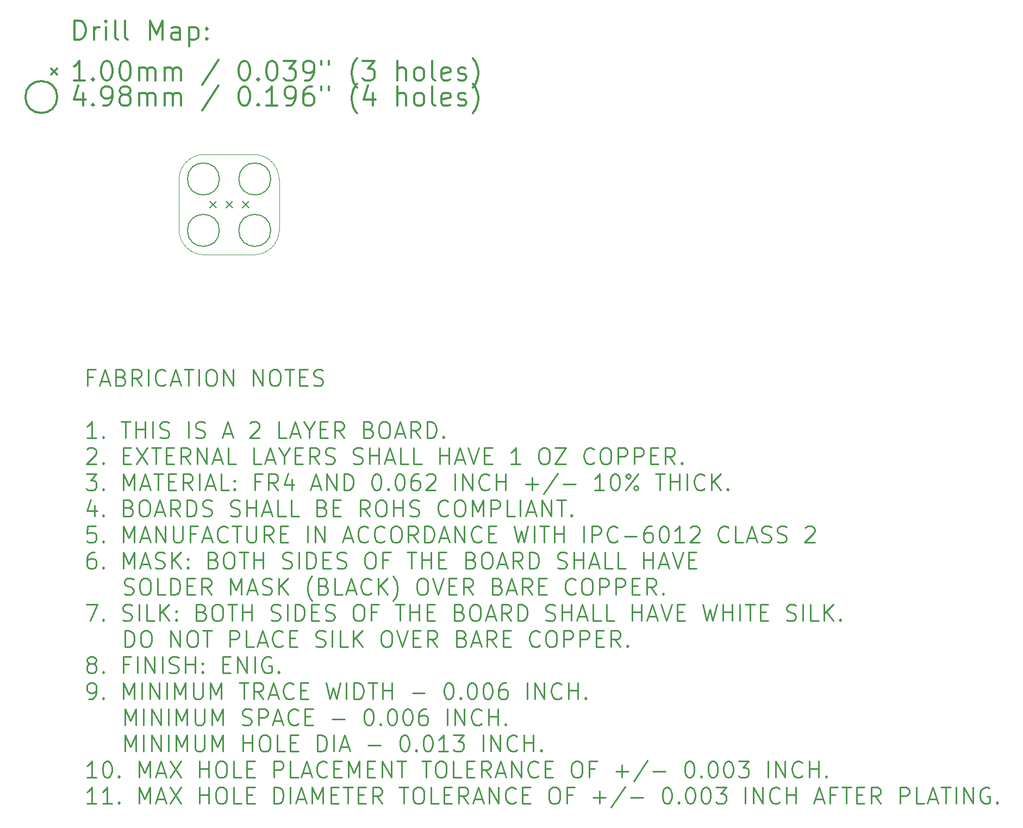
<source format=gbr>
G04 This is an RS-274x file exported by *
G04 gerbv version 2.6.0 *
G04 More information is available about gerbv at *
G04 http://gerbv.gpleda.org/ *
G04 --End of header info--*
%MOIN*%
%FSLAX34Y34*%
%IPPOS*%
G04 --Define apertures--*
%ADD10C,0.0050*%
%ADD11C,0.0079*%
%ADD12C,0.0118*%
%ADD13C,0.0138*%
%ADD14C,0.0016*%
%ADD15C,0.0100*%
G04 --Start main section--*
G54D11*
G01X0009354Y-011738D02*
G01X0009748Y-012132D01*
G01X0009748Y-011738D02*
G01X0009354Y-012132D01*
G01X0010354Y-011738D02*
G01X0010748Y-012132D01*
G01X0010748Y-011738D02*
G01X0010354Y-012132D01*
G01X0011354Y-011738D02*
G01X0011748Y-012132D01*
G01X0011748Y-011738D02*
G01X0011354Y-012132D01*
G01X0009941Y-010360D02*
G75*
G03X0009941Y-010360I-000980J0000000D01*
G01X0009941Y-013510D02*
G75*
G03X0009941Y-013510I-000980J0000000D01*
G01X0013090Y-010360D02*
G75*
G03X0013090Y-010360I-000980J0000000D01*
G01X0013090Y-013510D02*
G75*
G03X0013090Y-013510I-000980J0000000D01*
G54D12*
G01X0001069Y-001834D02*
G01X0001069Y-000652D01*
G01X0001069Y-000652D02*
G01X0001350Y-000652D01*
G01X0001350Y-000652D02*
G01X0001519Y-000709D01*
G01X0001519Y-000709D02*
G01X0001631Y-000821D01*
G01X0001631Y-000821D02*
G01X0001687Y-000934D01*
G01X0001687Y-000934D02*
G01X0001744Y-001159D01*
G01X0001744Y-001159D02*
G01X0001744Y-001327D01*
G01X0001744Y-001327D02*
G01X0001687Y-001552D01*
G01X0001687Y-001552D02*
G01X0001631Y-001665D01*
G01X0001631Y-001665D02*
G01X0001519Y-001777D01*
G01X0001519Y-001777D02*
G01X0001350Y-001834D01*
G01X0001350Y-001834D02*
G01X0001069Y-001834D01*
G01X0002250Y-001834D02*
G01X0002250Y-001046D01*
G01X0002250Y-001271D02*
G01X0002306Y-001159D01*
G01X0002306Y-001159D02*
G01X0002362Y-001102D01*
G01X0002362Y-001102D02*
G01X0002475Y-001046D01*
G01X0002475Y-001046D02*
G01X0002587Y-001046D01*
G01X0002981Y-001834D02*
G01X0002981Y-001046D01*
G01X0002981Y-000652D02*
G01X0002925Y-000709D01*
G01X0002925Y-000709D02*
G01X0002981Y-000765D01*
G01X0002981Y-000765D02*
G01X0003037Y-000709D01*
G01X0003037Y-000709D02*
G01X0002981Y-000652D01*
G01X0002981Y-000652D02*
G01X0002981Y-000765D01*
G01X0003712Y-001834D02*
G01X0003600Y-001777D01*
G01X0003600Y-001777D02*
G01X0003543Y-001665D01*
G01X0003543Y-001665D02*
G01X0003543Y-000652D01*
G01X0004331Y-001834D02*
G01X0004218Y-001777D01*
G01X0004218Y-001777D02*
G01X0004162Y-001665D01*
G01X0004162Y-001665D02*
G01X0004162Y-000652D01*
G01X0005681Y-001834D02*
G01X0005681Y-000652D01*
G01X0005681Y-000652D02*
G01X0006074Y-001496D01*
G01X0006074Y-001496D02*
G01X0006468Y-000652D01*
G01X0006468Y-000652D02*
G01X0006468Y-001834D01*
G01X0007537Y-001834D02*
G01X0007537Y-001215D01*
G01X0007537Y-001215D02*
G01X0007480Y-001102D01*
G01X0007480Y-001102D02*
G01X0007368Y-001046D01*
G01X0007368Y-001046D02*
G01X0007143Y-001046D01*
G01X0007143Y-001046D02*
G01X0007030Y-001102D01*
G01X0007537Y-001777D02*
G01X0007424Y-001834D01*
G01X0007424Y-001834D02*
G01X0007143Y-001834D01*
G01X0007143Y-001834D02*
G01X0007030Y-001777D01*
G01X0007030Y-001777D02*
G01X0006974Y-001665D01*
G01X0006974Y-001665D02*
G01X0006974Y-001552D01*
G01X0006974Y-001552D02*
G01X0007030Y-001440D01*
G01X0007030Y-001440D02*
G01X0007143Y-001384D01*
G01X0007143Y-001384D02*
G01X0007424Y-001384D01*
G01X0007424Y-001384D02*
G01X0007537Y-001327D01*
G01X0008099Y-001046D02*
G01X0008099Y-002227D01*
G01X0008099Y-001102D02*
G01X0008211Y-001046D01*
G01X0008211Y-001046D02*
G01X0008436Y-001046D01*
G01X0008436Y-001046D02*
G01X0008549Y-001102D01*
G01X0008549Y-001102D02*
G01X0008605Y-001159D01*
G01X0008605Y-001159D02*
G01X0008661Y-001271D01*
G01X0008661Y-001271D02*
G01X0008661Y-001609D01*
G01X0008661Y-001609D02*
G01X0008605Y-001721D01*
G01X0008605Y-001721D02*
G01X0008549Y-001777D01*
G01X0008549Y-001777D02*
G01X0008436Y-001834D01*
G01X0008436Y-001834D02*
G01X0008211Y-001834D01*
G01X0008211Y-001834D02*
G01X0008099Y-001777D01*
G01X0009168Y-001721D02*
G01X0009224Y-001777D01*
G01X0009224Y-001777D02*
G01X0009168Y-001834D01*
G01X0009168Y-001834D02*
G01X0009111Y-001777D01*
G01X0009111Y-001777D02*
G01X0009168Y-001721D01*
G01X0009168Y-001721D02*
G01X0009168Y-001834D01*
G01X0009168Y-001102D02*
G01X0009224Y-001159D01*
G01X0009224Y-001159D02*
G01X0009168Y-001215D01*
G01X0009168Y-001215D02*
G01X0009111Y-001159D01*
G01X0009111Y-001159D02*
G01X0009168Y-001102D01*
G01X0009168Y-001102D02*
G01X0009168Y-001215D01*
G01X-000394Y-003583D02*
G01X0000000Y-003977D01*
G01X0000000Y-003583D02*
G01X-000394Y-003977D01*
G01X0001687Y-004314D02*
G01X0001012Y-004314D01*
G01X0001350Y-004314D02*
G01X0001350Y-003133D01*
G01X0001350Y-003133D02*
G01X0001237Y-003301D01*
G01X0001237Y-003301D02*
G01X0001125Y-003414D01*
G01X0001125Y-003414D02*
G01X0001012Y-003470D01*
G01X0002193Y-004201D02*
G01X0002250Y-004258D01*
G01X0002250Y-004258D02*
G01X0002193Y-004314D01*
G01X0002193Y-004314D02*
G01X0002137Y-004258D01*
G01X0002137Y-004258D02*
G01X0002193Y-004201D01*
G01X0002193Y-004201D02*
G01X0002193Y-004314D01*
G01X0002981Y-003133D02*
G01X0003093Y-003133D01*
G01X0003093Y-003133D02*
G01X0003206Y-003189D01*
G01X0003206Y-003189D02*
G01X0003262Y-003245D01*
G01X0003262Y-003245D02*
G01X0003318Y-003358D01*
G01X0003318Y-003358D02*
G01X0003375Y-003583D01*
G01X0003375Y-003583D02*
G01X0003375Y-003864D01*
G01X0003375Y-003864D02*
G01X0003318Y-004089D01*
G01X0003318Y-004089D02*
G01X0003262Y-004201D01*
G01X0003262Y-004201D02*
G01X0003206Y-004258D01*
G01X0003206Y-004258D02*
G01X0003093Y-004314D01*
G01X0003093Y-004314D02*
G01X0002981Y-004314D01*
G01X0002981Y-004314D02*
G01X0002868Y-004258D01*
G01X0002868Y-004258D02*
G01X0002812Y-004201D01*
G01X0002812Y-004201D02*
G01X0002756Y-004089D01*
G01X0002756Y-004089D02*
G01X0002700Y-003864D01*
G01X0002700Y-003864D02*
G01X0002700Y-003583D01*
G01X0002700Y-003583D02*
G01X0002756Y-003358D01*
G01X0002756Y-003358D02*
G01X0002812Y-003245D01*
G01X0002812Y-003245D02*
G01X0002868Y-003189D01*
G01X0002868Y-003189D02*
G01X0002981Y-003133D01*
G01X0004106Y-003133D02*
G01X0004218Y-003133D01*
G01X0004218Y-003133D02*
G01X0004331Y-003189D01*
G01X0004331Y-003189D02*
G01X0004387Y-003245D01*
G01X0004387Y-003245D02*
G01X0004443Y-003358D01*
G01X0004443Y-003358D02*
G01X0004499Y-003583D01*
G01X0004499Y-003583D02*
G01X0004499Y-003864D01*
G01X0004499Y-003864D02*
G01X0004443Y-004089D01*
G01X0004443Y-004089D02*
G01X0004387Y-004201D01*
G01X0004387Y-004201D02*
G01X0004331Y-004258D01*
G01X0004331Y-004258D02*
G01X0004218Y-004314D01*
G01X0004218Y-004314D02*
G01X0004106Y-004314D01*
G01X0004106Y-004314D02*
G01X0003993Y-004258D01*
G01X0003993Y-004258D02*
G01X0003937Y-004201D01*
G01X0003937Y-004201D02*
G01X0003881Y-004089D01*
G01X0003881Y-004089D02*
G01X0003825Y-003864D01*
G01X0003825Y-003864D02*
G01X0003825Y-003583D01*
G01X0003825Y-003583D02*
G01X0003881Y-003358D01*
G01X0003881Y-003358D02*
G01X0003937Y-003245D01*
G01X0003937Y-003245D02*
G01X0003993Y-003189D01*
G01X0003993Y-003189D02*
G01X0004106Y-003133D01*
G01X0005006Y-004314D02*
G01X0005006Y-003526D01*
G01X0005006Y-003639D02*
G01X0005062Y-003583D01*
G01X0005062Y-003583D02*
G01X0005174Y-003526D01*
G01X0005174Y-003526D02*
G01X0005343Y-003526D01*
G01X0005343Y-003526D02*
G01X0005456Y-003583D01*
G01X0005456Y-003583D02*
G01X0005512Y-003695D01*
G01X0005512Y-003695D02*
G01X0005512Y-004314D01*
G01X0005512Y-003695D02*
G01X0005568Y-003583D01*
G01X0005568Y-003583D02*
G01X0005681Y-003526D01*
G01X0005681Y-003526D02*
G01X0005849Y-003526D01*
G01X0005849Y-003526D02*
G01X0005962Y-003583D01*
G01X0005962Y-003583D02*
G01X0006018Y-003695D01*
G01X0006018Y-003695D02*
G01X0006018Y-004314D01*
G01X0006580Y-004314D02*
G01X0006580Y-003526D01*
G01X0006580Y-003639D02*
G01X0006637Y-003583D01*
G01X0006637Y-003583D02*
G01X0006749Y-003526D01*
G01X0006749Y-003526D02*
G01X0006918Y-003526D01*
G01X0006918Y-003526D02*
G01X0007030Y-003583D01*
G01X0007030Y-003583D02*
G01X0007087Y-003695D01*
G01X0007087Y-003695D02*
G01X0007087Y-004314D01*
G01X0007087Y-003695D02*
G01X0007143Y-003583D01*
G01X0007143Y-003583D02*
G01X0007255Y-003526D01*
G01X0007255Y-003526D02*
G01X0007424Y-003526D01*
G01X0007424Y-003526D02*
G01X0007537Y-003583D01*
G01X0007537Y-003583D02*
G01X0007593Y-003695D01*
G01X0007593Y-003695D02*
G01X0007593Y-004314D01*
G01X0009899Y-003076D02*
G01X0008886Y-004595D01*
G01X0011417Y-003133D02*
G01X0011530Y-003133D01*
G01X0011530Y-003133D02*
G01X0011642Y-003189D01*
G01X0011642Y-003189D02*
G01X0011699Y-003245D01*
G01X0011699Y-003245D02*
G01X0011755Y-003358D01*
G01X0011755Y-003358D02*
G01X0011811Y-003583D01*
G01X0011811Y-003583D02*
G01X0011811Y-003864D01*
G01X0011811Y-003864D02*
G01X0011755Y-004089D01*
G01X0011755Y-004089D02*
G01X0011699Y-004201D01*
G01X0011699Y-004201D02*
G01X0011642Y-004258D01*
G01X0011642Y-004258D02*
G01X0011530Y-004314D01*
G01X0011530Y-004314D02*
G01X0011417Y-004314D01*
G01X0011417Y-004314D02*
G01X0011305Y-004258D01*
G01X0011305Y-004258D02*
G01X0011249Y-004201D01*
G01X0011249Y-004201D02*
G01X0011192Y-004089D01*
G01X0011192Y-004089D02*
G01X0011136Y-003864D01*
G01X0011136Y-003864D02*
G01X0011136Y-003583D01*
G01X0011136Y-003583D02*
G01X0011192Y-003358D01*
G01X0011192Y-003358D02*
G01X0011249Y-003245D01*
G01X0011249Y-003245D02*
G01X0011305Y-003189D01*
G01X0011305Y-003189D02*
G01X0011417Y-003133D01*
G01X0012317Y-004201D02*
G01X0012373Y-004258D01*
G01X0012373Y-004258D02*
G01X0012317Y-004314D01*
G01X0012317Y-004314D02*
G01X0012261Y-004258D01*
G01X0012261Y-004258D02*
G01X0012317Y-004201D01*
G01X0012317Y-004201D02*
G01X0012317Y-004314D01*
G01X0013105Y-003133D02*
G01X0013217Y-003133D01*
G01X0013217Y-003133D02*
G01X0013330Y-003189D01*
G01X0013330Y-003189D02*
G01X0013386Y-003245D01*
G01X0013386Y-003245D02*
G01X0013442Y-003358D01*
G01X0013442Y-003358D02*
G01X0013498Y-003583D01*
G01X0013498Y-003583D02*
G01X0013498Y-003864D01*
G01X0013498Y-003864D02*
G01X0013442Y-004089D01*
G01X0013442Y-004089D02*
G01X0013386Y-004201D01*
G01X0013386Y-004201D02*
G01X0013330Y-004258D01*
G01X0013330Y-004258D02*
G01X0013217Y-004314D01*
G01X0013217Y-004314D02*
G01X0013105Y-004314D01*
G01X0013105Y-004314D02*
G01X0012992Y-004258D01*
G01X0012992Y-004258D02*
G01X0012936Y-004201D01*
G01X0012936Y-004201D02*
G01X0012880Y-004089D01*
G01X0012880Y-004089D02*
G01X0012823Y-003864D01*
G01X0012823Y-003864D02*
G01X0012823Y-003583D01*
G01X0012823Y-003583D02*
G01X0012880Y-003358D01*
G01X0012880Y-003358D02*
G01X0012936Y-003245D01*
G01X0012936Y-003245D02*
G01X0012992Y-003189D01*
G01X0012992Y-003189D02*
G01X0013105Y-003133D01*
G01X0013892Y-003133D02*
G01X0014623Y-003133D01*
G01X0014623Y-003133D02*
G01X0014229Y-003583D01*
G01X0014229Y-003583D02*
G01X0014398Y-003583D01*
G01X0014398Y-003583D02*
G01X0014511Y-003639D01*
G01X0014511Y-003639D02*
G01X0014567Y-003695D01*
G01X0014567Y-003695D02*
G01X0014623Y-003808D01*
G01X0014623Y-003808D02*
G01X0014623Y-004089D01*
G01X0014623Y-004089D02*
G01X0014567Y-004201D01*
G01X0014567Y-004201D02*
G01X0014511Y-004258D01*
G01X0014511Y-004258D02*
G01X0014398Y-004314D01*
G01X0014398Y-004314D02*
G01X0014061Y-004314D01*
G01X0014061Y-004314D02*
G01X0013948Y-004258D01*
G01X0013948Y-004258D02*
G01X0013892Y-004201D01*
G01X0015186Y-004314D02*
G01X0015411Y-004314D01*
G01X0015411Y-004314D02*
G01X0015523Y-004258D01*
G01X0015523Y-004258D02*
G01X0015579Y-004201D01*
G01X0015579Y-004201D02*
G01X0015692Y-004033D01*
G01X0015692Y-004033D02*
G01X0015748Y-003808D01*
G01X0015748Y-003808D02*
G01X0015748Y-003358D01*
G01X0015748Y-003358D02*
G01X0015692Y-003245D01*
G01X0015692Y-003245D02*
G01X0015636Y-003189D01*
G01X0015636Y-003189D02*
G01X0015523Y-003133D01*
G01X0015523Y-003133D02*
G01X0015298Y-003133D01*
G01X0015298Y-003133D02*
G01X0015186Y-003189D01*
G01X0015186Y-003189D02*
G01X0015129Y-003245D01*
G01X0015129Y-003245D02*
G01X0015073Y-003358D01*
G01X0015073Y-003358D02*
G01X0015073Y-003639D01*
G01X0015073Y-003639D02*
G01X0015129Y-003751D01*
G01X0015129Y-003751D02*
G01X0015186Y-003808D01*
G01X0015186Y-003808D02*
G01X0015298Y-003864D01*
G01X0015298Y-003864D02*
G01X0015523Y-003864D01*
G01X0015523Y-003864D02*
G01X0015636Y-003808D01*
G01X0015636Y-003808D02*
G01X0015692Y-003751D01*
G01X0015692Y-003751D02*
G01X0015748Y-003639D01*
G01X0016198Y-003133D02*
G01X0016198Y-003358D01*
G01X0016648Y-003133D02*
G01X0016648Y-003358D01*
G01X0018391Y-004764D02*
G01X0018335Y-004708D01*
G01X0018335Y-004708D02*
G01X0018223Y-004539D01*
G01X0018223Y-004539D02*
G01X0018166Y-004426D01*
G01X0018166Y-004426D02*
G01X0018110Y-004258D01*
G01X0018110Y-004258D02*
G01X0018054Y-003976D01*
G01X0018054Y-003976D02*
G01X0018054Y-003751D01*
G01X0018054Y-003751D02*
G01X0018110Y-003470D01*
G01X0018110Y-003470D02*
G01X0018166Y-003301D01*
G01X0018166Y-003301D02*
G01X0018223Y-003189D01*
G01X0018223Y-003189D02*
G01X0018335Y-003020D01*
G01X0018335Y-003020D02*
G01X0018391Y-002964D01*
G01X0018729Y-003133D02*
G01X0019460Y-003133D01*
G01X0019460Y-003133D02*
G01X0019066Y-003583D01*
G01X0019066Y-003583D02*
G01X0019235Y-003583D01*
G01X0019235Y-003583D02*
G01X0019348Y-003639D01*
G01X0019348Y-003639D02*
G01X0019404Y-003695D01*
G01X0019404Y-003695D02*
G01X0019460Y-003808D01*
G01X0019460Y-003808D02*
G01X0019460Y-004089D01*
G01X0019460Y-004089D02*
G01X0019404Y-004201D01*
G01X0019404Y-004201D02*
G01X0019348Y-004258D01*
G01X0019348Y-004258D02*
G01X0019235Y-004314D01*
G01X0019235Y-004314D02*
G01X0018898Y-004314D01*
G01X0018898Y-004314D02*
G01X0018785Y-004258D01*
G01X0018785Y-004258D02*
G01X0018729Y-004201D01*
G01X0020866Y-004314D02*
G01X0020866Y-003133D01*
G01X0021372Y-004314D02*
G01X0021372Y-003695D01*
G01X0021372Y-003695D02*
G01X0021316Y-003583D01*
G01X0021316Y-003583D02*
G01X0021204Y-003526D01*
G01X0021204Y-003526D02*
G01X0021035Y-003526D01*
G01X0021035Y-003526D02*
G01X0020922Y-003583D01*
G01X0020922Y-003583D02*
G01X0020866Y-003639D01*
G01X0022103Y-004314D02*
G01X0021991Y-004258D01*
G01X0021991Y-004258D02*
G01X0021935Y-004201D01*
G01X0021935Y-004201D02*
G01X0021879Y-004089D01*
G01X0021879Y-004089D02*
G01X0021879Y-003751D01*
G01X0021879Y-003751D02*
G01X0021935Y-003639D01*
G01X0021935Y-003639D02*
G01X0021991Y-003583D01*
G01X0021991Y-003583D02*
G01X0022103Y-003526D01*
G01X0022103Y-003526D02*
G01X0022272Y-003526D01*
G01X0022272Y-003526D02*
G01X0022385Y-003583D01*
G01X0022385Y-003583D02*
G01X0022441Y-003639D01*
G01X0022441Y-003639D02*
G01X0022497Y-003751D01*
G01X0022497Y-003751D02*
G01X0022497Y-004089D01*
G01X0022497Y-004089D02*
G01X0022441Y-004201D01*
G01X0022441Y-004201D02*
G01X0022385Y-004258D01*
G01X0022385Y-004258D02*
G01X0022272Y-004314D01*
G01X0022272Y-004314D02*
G01X0022103Y-004314D01*
G01X0023172Y-004314D02*
G01X0023060Y-004258D01*
G01X0023060Y-004258D02*
G01X0023003Y-004145D01*
G01X0023003Y-004145D02*
G01X0023003Y-003133D01*
G01X0024072Y-004258D02*
G01X0023960Y-004314D01*
G01X0023960Y-004314D02*
G01X0023735Y-004314D01*
G01X0023735Y-004314D02*
G01X0023622Y-004258D01*
G01X0023622Y-004258D02*
G01X0023566Y-004145D01*
G01X0023566Y-004145D02*
G01X0023566Y-003695D01*
G01X0023566Y-003695D02*
G01X0023622Y-003583D01*
G01X0023622Y-003583D02*
G01X0023735Y-003526D01*
G01X0023735Y-003526D02*
G01X0023960Y-003526D01*
G01X0023960Y-003526D02*
G01X0024072Y-003583D01*
G01X0024072Y-003583D02*
G01X0024128Y-003695D01*
G01X0024128Y-003695D02*
G01X0024128Y-003808D01*
G01X0024128Y-003808D02*
G01X0023566Y-003920D01*
G01X0024578Y-004258D02*
G01X0024691Y-004314D01*
G01X0024691Y-004314D02*
G01X0024916Y-004314D01*
G01X0024916Y-004314D02*
G01X0025028Y-004258D01*
G01X0025028Y-004258D02*
G01X0025084Y-004145D01*
G01X0025084Y-004145D02*
G01X0025084Y-004089D01*
G01X0025084Y-004089D02*
G01X0025028Y-003976D01*
G01X0025028Y-003976D02*
G01X0024916Y-003920D01*
G01X0024916Y-003920D02*
G01X0024747Y-003920D01*
G01X0024747Y-003920D02*
G01X0024634Y-003864D01*
G01X0024634Y-003864D02*
G01X0024578Y-003751D01*
G01X0024578Y-003751D02*
G01X0024578Y-003695D01*
G01X0024578Y-003695D02*
G01X0024634Y-003583D01*
G01X0024634Y-003583D02*
G01X0024747Y-003526D01*
G01X0024747Y-003526D02*
G01X0024916Y-003526D01*
G01X0024916Y-003526D02*
G01X0025028Y-003583D01*
G01X0025478Y-004764D02*
G01X0025534Y-004708D01*
G01X0025534Y-004708D02*
G01X0025647Y-004539D01*
G01X0025647Y-004539D02*
G01X0025703Y-004426D01*
G01X0025703Y-004426D02*
G01X0025759Y-004258D01*
G01X0025759Y-004258D02*
G01X0025816Y-003976D01*
G01X0025816Y-003976D02*
G01X0025816Y-003751D01*
G01X0025816Y-003751D02*
G01X0025759Y-003470D01*
G01X0025759Y-003470D02*
G01X0025703Y-003301D01*
G01X0025703Y-003301D02*
G01X0025647Y-003189D01*
G01X0025647Y-003189D02*
G01X0025534Y-003020D01*
G01X0025534Y-003020D02*
G01X0025478Y-002964D01*
G01X0000000Y-005339D02*
G75*
G03X0000000Y-005339I-000980J0000000D01*
G01X0001575Y-005085D02*
G01X0001575Y-005873D01*
G01X0001294Y-004636D02*
G01X0001012Y-005479D01*
G01X0001012Y-005479D02*
G01X0001744Y-005479D01*
G01X0002193Y-005760D02*
G01X0002250Y-005817D01*
G01X0002250Y-005817D02*
G01X0002193Y-005873D01*
G01X0002193Y-005873D02*
G01X0002137Y-005817D01*
G01X0002137Y-005817D02*
G01X0002193Y-005760D01*
G01X0002193Y-005760D02*
G01X0002193Y-005873D01*
G01X0002812Y-005873D02*
G01X0003037Y-005873D01*
G01X0003037Y-005873D02*
G01X0003150Y-005817D01*
G01X0003150Y-005817D02*
G01X0003206Y-005760D01*
G01X0003206Y-005760D02*
G01X0003318Y-005592D01*
G01X0003318Y-005592D02*
G01X0003375Y-005367D01*
G01X0003375Y-005367D02*
G01X0003375Y-004917D01*
G01X0003375Y-004917D02*
G01X0003318Y-004804D01*
G01X0003318Y-004804D02*
G01X0003262Y-004748D01*
G01X0003262Y-004748D02*
G01X0003150Y-004692D01*
G01X0003150Y-004692D02*
G01X0002925Y-004692D01*
G01X0002925Y-004692D02*
G01X0002812Y-004748D01*
G01X0002812Y-004748D02*
G01X0002756Y-004804D01*
G01X0002756Y-004804D02*
G01X0002700Y-004917D01*
G01X0002700Y-004917D02*
G01X0002700Y-005198D01*
G01X0002700Y-005198D02*
G01X0002756Y-005310D01*
G01X0002756Y-005310D02*
G01X0002812Y-005367D01*
G01X0002812Y-005367D02*
G01X0002925Y-005423D01*
G01X0002925Y-005423D02*
G01X0003150Y-005423D01*
G01X0003150Y-005423D02*
G01X0003262Y-005367D01*
G01X0003262Y-005367D02*
G01X0003318Y-005310D01*
G01X0003318Y-005310D02*
G01X0003375Y-005198D01*
G01X0004049Y-005198D02*
G01X0003937Y-005142D01*
G01X0003937Y-005142D02*
G01X0003881Y-005085D01*
G01X0003881Y-005085D02*
G01X0003825Y-004973D01*
G01X0003825Y-004973D02*
G01X0003825Y-004917D01*
G01X0003825Y-004917D02*
G01X0003881Y-004804D01*
G01X0003881Y-004804D02*
G01X0003937Y-004748D01*
G01X0003937Y-004748D02*
G01X0004049Y-004692D01*
G01X0004049Y-004692D02*
G01X0004274Y-004692D01*
G01X0004274Y-004692D02*
G01X0004387Y-004748D01*
G01X0004387Y-004748D02*
G01X0004443Y-004804D01*
G01X0004443Y-004804D02*
G01X0004499Y-004917D01*
G01X0004499Y-004917D02*
G01X0004499Y-004973D01*
G01X0004499Y-004973D02*
G01X0004443Y-005085D01*
G01X0004443Y-005085D02*
G01X0004387Y-005142D01*
G01X0004387Y-005142D02*
G01X0004274Y-005198D01*
G01X0004274Y-005198D02*
G01X0004049Y-005198D01*
G01X0004049Y-005198D02*
G01X0003937Y-005254D01*
G01X0003937Y-005254D02*
G01X0003881Y-005310D01*
G01X0003881Y-005310D02*
G01X0003825Y-005423D01*
G01X0003825Y-005423D02*
G01X0003825Y-005648D01*
G01X0003825Y-005648D02*
G01X0003881Y-005760D01*
G01X0003881Y-005760D02*
G01X0003937Y-005817D01*
G01X0003937Y-005817D02*
G01X0004049Y-005873D01*
G01X0004049Y-005873D02*
G01X0004274Y-005873D01*
G01X0004274Y-005873D02*
G01X0004387Y-005817D01*
G01X0004387Y-005817D02*
G01X0004443Y-005760D01*
G01X0004443Y-005760D02*
G01X0004499Y-005648D01*
G01X0004499Y-005648D02*
G01X0004499Y-005423D01*
G01X0004499Y-005423D02*
G01X0004443Y-005310D01*
G01X0004443Y-005310D02*
G01X0004387Y-005254D01*
G01X0004387Y-005254D02*
G01X0004274Y-005198D01*
G01X0005006Y-005873D02*
G01X0005006Y-005085D01*
G01X0005006Y-005198D02*
G01X0005062Y-005142D01*
G01X0005062Y-005142D02*
G01X0005174Y-005085D01*
G01X0005174Y-005085D02*
G01X0005343Y-005085D01*
G01X0005343Y-005085D02*
G01X0005456Y-005142D01*
G01X0005456Y-005142D02*
G01X0005512Y-005254D01*
G01X0005512Y-005254D02*
G01X0005512Y-005873D01*
G01X0005512Y-005254D02*
G01X0005568Y-005142D01*
G01X0005568Y-005142D02*
G01X0005681Y-005085D01*
G01X0005681Y-005085D02*
G01X0005849Y-005085D01*
G01X0005849Y-005085D02*
G01X0005962Y-005142D01*
G01X0005962Y-005142D02*
G01X0006018Y-005254D01*
G01X0006018Y-005254D02*
G01X0006018Y-005873D01*
G01X0006580Y-005873D02*
G01X0006580Y-005085D01*
G01X0006580Y-005198D02*
G01X0006637Y-005142D01*
G01X0006637Y-005142D02*
G01X0006749Y-005085D01*
G01X0006749Y-005085D02*
G01X0006918Y-005085D01*
G01X0006918Y-005085D02*
G01X0007030Y-005142D01*
G01X0007030Y-005142D02*
G01X0007087Y-005254D01*
G01X0007087Y-005254D02*
G01X0007087Y-005873D01*
G01X0007087Y-005254D02*
G01X0007143Y-005142D01*
G01X0007143Y-005142D02*
G01X0007255Y-005085D01*
G01X0007255Y-005085D02*
G01X0007424Y-005085D01*
G01X0007424Y-005085D02*
G01X0007537Y-005142D01*
G01X0007537Y-005142D02*
G01X0007593Y-005254D01*
G01X0007593Y-005254D02*
G01X0007593Y-005873D01*
G01X0009899Y-004636D02*
G01X0008886Y-006154D01*
G01X0011417Y-004692D02*
G01X0011530Y-004692D01*
G01X0011530Y-004692D02*
G01X0011642Y-004748D01*
G01X0011642Y-004748D02*
G01X0011699Y-004804D01*
G01X0011699Y-004804D02*
G01X0011755Y-004917D01*
G01X0011755Y-004917D02*
G01X0011811Y-005142D01*
G01X0011811Y-005142D02*
G01X0011811Y-005423D01*
G01X0011811Y-005423D02*
G01X0011755Y-005648D01*
G01X0011755Y-005648D02*
G01X0011699Y-005760D01*
G01X0011699Y-005760D02*
G01X0011642Y-005817D01*
G01X0011642Y-005817D02*
G01X0011530Y-005873D01*
G01X0011530Y-005873D02*
G01X0011417Y-005873D01*
G01X0011417Y-005873D02*
G01X0011305Y-005817D01*
G01X0011305Y-005817D02*
G01X0011249Y-005760D01*
G01X0011249Y-005760D02*
G01X0011192Y-005648D01*
G01X0011192Y-005648D02*
G01X0011136Y-005423D01*
G01X0011136Y-005423D02*
G01X0011136Y-005142D01*
G01X0011136Y-005142D02*
G01X0011192Y-004917D01*
G01X0011192Y-004917D02*
G01X0011249Y-004804D01*
G01X0011249Y-004804D02*
G01X0011305Y-004748D01*
G01X0011305Y-004748D02*
G01X0011417Y-004692D01*
G01X0012317Y-005760D02*
G01X0012373Y-005817D01*
G01X0012373Y-005817D02*
G01X0012317Y-005873D01*
G01X0012317Y-005873D02*
G01X0012261Y-005817D01*
G01X0012261Y-005817D02*
G01X0012317Y-005760D01*
G01X0012317Y-005760D02*
G01X0012317Y-005873D01*
G01X0013498Y-005873D02*
G01X0012823Y-005873D01*
G01X0013161Y-005873D02*
G01X0013161Y-004692D01*
G01X0013161Y-004692D02*
G01X0013048Y-004861D01*
G01X0013048Y-004861D02*
G01X0012936Y-004973D01*
G01X0012936Y-004973D02*
G01X0012823Y-005029D01*
G01X0014061Y-005873D02*
G01X0014286Y-005873D01*
G01X0014286Y-005873D02*
G01X0014398Y-005817D01*
G01X0014398Y-005817D02*
G01X0014454Y-005760D01*
G01X0014454Y-005760D02*
G01X0014567Y-005592D01*
G01X0014567Y-005592D02*
G01X0014623Y-005367D01*
G01X0014623Y-005367D02*
G01X0014623Y-004917D01*
G01X0014623Y-004917D02*
G01X0014567Y-004804D01*
G01X0014567Y-004804D02*
G01X0014511Y-004748D01*
G01X0014511Y-004748D02*
G01X0014398Y-004692D01*
G01X0014398Y-004692D02*
G01X0014173Y-004692D01*
G01X0014173Y-004692D02*
G01X0014061Y-004748D01*
G01X0014061Y-004748D02*
G01X0014005Y-004804D01*
G01X0014005Y-004804D02*
G01X0013948Y-004917D01*
G01X0013948Y-004917D02*
G01X0013948Y-005198D01*
G01X0013948Y-005198D02*
G01X0014005Y-005310D01*
G01X0014005Y-005310D02*
G01X0014061Y-005367D01*
G01X0014061Y-005367D02*
G01X0014173Y-005423D01*
G01X0014173Y-005423D02*
G01X0014398Y-005423D01*
G01X0014398Y-005423D02*
G01X0014511Y-005367D01*
G01X0014511Y-005367D02*
G01X0014567Y-005310D01*
G01X0014567Y-005310D02*
G01X0014623Y-005198D01*
G01X0015636Y-004692D02*
G01X0015411Y-004692D01*
G01X0015411Y-004692D02*
G01X0015298Y-004748D01*
G01X0015298Y-004748D02*
G01X0015242Y-004804D01*
G01X0015242Y-004804D02*
G01X0015129Y-004973D01*
G01X0015129Y-004973D02*
G01X0015073Y-005198D01*
G01X0015073Y-005198D02*
G01X0015073Y-005648D01*
G01X0015073Y-005648D02*
G01X0015129Y-005760D01*
G01X0015129Y-005760D02*
G01X0015186Y-005817D01*
G01X0015186Y-005817D02*
G01X0015298Y-005873D01*
G01X0015298Y-005873D02*
G01X0015523Y-005873D01*
G01X0015523Y-005873D02*
G01X0015636Y-005817D01*
G01X0015636Y-005817D02*
G01X0015692Y-005760D01*
G01X0015692Y-005760D02*
G01X0015748Y-005648D01*
G01X0015748Y-005648D02*
G01X0015748Y-005367D01*
G01X0015748Y-005367D02*
G01X0015692Y-005254D01*
G01X0015692Y-005254D02*
G01X0015636Y-005198D01*
G01X0015636Y-005198D02*
G01X0015523Y-005142D01*
G01X0015523Y-005142D02*
G01X0015298Y-005142D01*
G01X0015298Y-005142D02*
G01X0015186Y-005198D01*
G01X0015186Y-005198D02*
G01X0015129Y-005254D01*
G01X0015129Y-005254D02*
G01X0015073Y-005367D01*
G01X0016198Y-004692D02*
G01X0016198Y-004917D01*
G01X0016648Y-004692D02*
G01X0016648Y-004917D01*
G01X0018391Y-006323D02*
G01X0018335Y-006267D01*
G01X0018335Y-006267D02*
G01X0018223Y-006098D01*
G01X0018223Y-006098D02*
G01X0018166Y-005985D01*
G01X0018166Y-005985D02*
G01X0018110Y-005817D01*
G01X0018110Y-005817D02*
G01X0018054Y-005535D01*
G01X0018054Y-005535D02*
G01X0018054Y-005310D01*
G01X0018054Y-005310D02*
G01X0018110Y-005029D01*
G01X0018110Y-005029D02*
G01X0018166Y-004861D01*
G01X0018166Y-004861D02*
G01X0018223Y-004748D01*
G01X0018223Y-004748D02*
G01X0018335Y-004579D01*
G01X0018335Y-004579D02*
G01X0018391Y-004523D01*
G01X0019348Y-005085D02*
G01X0019348Y-005873D01*
G01X0019066Y-004636D02*
G01X0018785Y-005479D01*
G01X0018785Y-005479D02*
G01X0019516Y-005479D01*
G01X0020866Y-005873D02*
G01X0020866Y-004692D01*
G01X0021372Y-005873D02*
G01X0021372Y-005254D01*
G01X0021372Y-005254D02*
G01X0021316Y-005142D01*
G01X0021316Y-005142D02*
G01X0021204Y-005085D01*
G01X0021204Y-005085D02*
G01X0021035Y-005085D01*
G01X0021035Y-005085D02*
G01X0020922Y-005142D01*
G01X0020922Y-005142D02*
G01X0020866Y-005198D01*
G01X0022103Y-005873D02*
G01X0021991Y-005817D01*
G01X0021991Y-005817D02*
G01X0021935Y-005760D01*
G01X0021935Y-005760D02*
G01X0021879Y-005648D01*
G01X0021879Y-005648D02*
G01X0021879Y-005310D01*
G01X0021879Y-005310D02*
G01X0021935Y-005198D01*
G01X0021935Y-005198D02*
G01X0021991Y-005142D01*
G01X0021991Y-005142D02*
G01X0022103Y-005085D01*
G01X0022103Y-005085D02*
G01X0022272Y-005085D01*
G01X0022272Y-005085D02*
G01X0022385Y-005142D01*
G01X0022385Y-005142D02*
G01X0022441Y-005198D01*
G01X0022441Y-005198D02*
G01X0022497Y-005310D01*
G01X0022497Y-005310D02*
G01X0022497Y-005648D01*
G01X0022497Y-005648D02*
G01X0022441Y-005760D01*
G01X0022441Y-005760D02*
G01X0022385Y-005817D01*
G01X0022385Y-005817D02*
G01X0022272Y-005873D01*
G01X0022272Y-005873D02*
G01X0022103Y-005873D01*
G01X0023172Y-005873D02*
G01X0023060Y-005817D01*
G01X0023060Y-005817D02*
G01X0023003Y-005704D01*
G01X0023003Y-005704D02*
G01X0023003Y-004692D01*
G01X0024072Y-005817D02*
G01X0023960Y-005873D01*
G01X0023960Y-005873D02*
G01X0023735Y-005873D01*
G01X0023735Y-005873D02*
G01X0023622Y-005817D01*
G01X0023622Y-005817D02*
G01X0023566Y-005704D01*
G01X0023566Y-005704D02*
G01X0023566Y-005254D01*
G01X0023566Y-005254D02*
G01X0023622Y-005142D01*
G01X0023622Y-005142D02*
G01X0023735Y-005085D01*
G01X0023735Y-005085D02*
G01X0023960Y-005085D01*
G01X0023960Y-005085D02*
G01X0024072Y-005142D01*
G01X0024072Y-005142D02*
G01X0024128Y-005254D01*
G01X0024128Y-005254D02*
G01X0024128Y-005367D01*
G01X0024128Y-005367D02*
G01X0023566Y-005479D01*
G01X0024578Y-005817D02*
G01X0024691Y-005873D01*
G01X0024691Y-005873D02*
G01X0024916Y-005873D01*
G01X0024916Y-005873D02*
G01X0025028Y-005817D01*
G01X0025028Y-005817D02*
G01X0025084Y-005704D01*
G01X0025084Y-005704D02*
G01X0025084Y-005648D01*
G01X0025084Y-005648D02*
G01X0025028Y-005535D01*
G01X0025028Y-005535D02*
G01X0024916Y-005479D01*
G01X0024916Y-005479D02*
G01X0024747Y-005479D01*
G01X0024747Y-005479D02*
G01X0024634Y-005423D01*
G01X0024634Y-005423D02*
G01X0024578Y-005310D01*
G01X0024578Y-005310D02*
G01X0024578Y-005254D01*
G01X0024578Y-005254D02*
G01X0024634Y-005142D01*
G01X0024634Y-005142D02*
G01X0024747Y-005085D01*
G01X0024747Y-005085D02*
G01X0024916Y-005085D01*
G01X0024916Y-005085D02*
G01X0025028Y-005142D01*
G01X0025478Y-006323D02*
G01X0025534Y-006267D01*
G01X0025534Y-006267D02*
G01X0025647Y-006098D01*
G01X0025647Y-006098D02*
G01X0025703Y-005985D01*
G01X0025703Y-005985D02*
G01X0025759Y-005817D01*
G01X0025759Y-005817D02*
G01X0025816Y-005535D01*
G01X0025816Y-005535D02*
G01X0025816Y-005310D01*
G01X0025816Y-005310D02*
G01X0025759Y-005029D01*
G01X0025759Y-005029D02*
G01X0025703Y-004861D01*
G01X0025703Y-004861D02*
G01X0025647Y-004748D01*
G01X0025647Y-004748D02*
G01X0025534Y-004579D01*
G01X0025534Y-004579D02*
G01X0025478Y-004523D01*
G01X0000000Y0000000D02*
G54D14*
G01X0012071Y-008864D02*
G01X0009000Y-008864D01*
G01X0012071Y-015006D02*
G01X0009000Y-015006D01*
G01X0013606Y-013471D02*
G01X0013606Y-010400D01*
G01X0007464Y-013471D02*
G01X0007464Y-010400D01*
G01X0013606Y-010400D02*
G75*
G03X0012071Y-008864I-001535J0000000D01*
G01X0012071Y-015006D02*
G75*
G03X0013606Y-013471I0000000J0001535D01*
G01X0007464Y-013471D02*
G75*
G03X0009000Y-015006I0001535J0000000D01*
G01X0009000Y-008864D02*
G75*
G03X0007464Y-010400I0000000J-001535D01*
G01X0000000Y0000000D02*
G54D15*
G01X0002201Y-022509D02*
G01X0001868Y-022509D01*
G01X0001868Y-023032D02*
G01X0001868Y-022032D01*
G01X0001868Y-022032D02*
G01X0002344Y-022032D01*
G01X0002678Y-022747D02*
G01X0003154Y-022747D01*
G01X0002582Y-023032D02*
G01X0002916Y-022032D01*
G01X0002916Y-022032D02*
G01X0003249Y-023032D01*
G01X0003916Y-022509D02*
G01X0004059Y-022556D01*
G01X0004059Y-022556D02*
G01X0004106Y-022604D01*
G01X0004106Y-022604D02*
G01X0004154Y-022699D01*
G01X0004154Y-022699D02*
G01X0004154Y-022842D01*
G01X0004154Y-022842D02*
G01X0004106Y-022937D01*
G01X0004106Y-022937D02*
G01X0004059Y-022985D01*
G01X0004059Y-022985D02*
G01X0003963Y-023032D01*
G01X0003963Y-023032D02*
G01X0003582Y-023032D01*
G01X0003582Y-023032D02*
G01X0003582Y-022032D01*
G01X0003582Y-022032D02*
G01X0003916Y-022032D01*
G01X0003916Y-022032D02*
G01X0004011Y-022080D01*
G01X0004011Y-022080D02*
G01X0004059Y-022128D01*
G01X0004059Y-022128D02*
G01X0004106Y-022223D01*
G01X0004106Y-022223D02*
G01X0004106Y-022318D01*
G01X0004106Y-022318D02*
G01X0004059Y-022413D01*
G01X0004059Y-022413D02*
G01X0004011Y-022461D01*
G01X0004011Y-022461D02*
G01X0003916Y-022509D01*
G01X0003916Y-022509D02*
G01X0003582Y-022509D01*
G01X0005154Y-023032D02*
G01X0004820Y-022556D01*
G01X0004582Y-023032D02*
G01X0004582Y-022032D01*
G01X0004582Y-022032D02*
G01X0004963Y-022032D01*
G01X0004963Y-022032D02*
G01X0005059Y-022080D01*
G01X0005059Y-022080D02*
G01X0005106Y-022128D01*
G01X0005106Y-022128D02*
G01X0005154Y-022223D01*
G01X0005154Y-022223D02*
G01X0005154Y-022366D01*
G01X0005154Y-022366D02*
G01X0005106Y-022461D01*
G01X0005106Y-022461D02*
G01X0005059Y-022509D01*
G01X0005059Y-022509D02*
G01X0004963Y-022556D01*
G01X0004963Y-022556D02*
G01X0004582Y-022556D01*
G01X0005582Y-023032D02*
G01X0005582Y-022032D01*
G01X0006630Y-022937D02*
G01X0006582Y-022985D01*
G01X0006582Y-022985D02*
G01X0006440Y-023032D01*
G01X0006440Y-023032D02*
G01X0006344Y-023032D01*
G01X0006344Y-023032D02*
G01X0006201Y-022985D01*
G01X0006201Y-022985D02*
G01X0006106Y-022890D01*
G01X0006106Y-022890D02*
G01X0006059Y-022794D01*
G01X0006059Y-022794D02*
G01X0006011Y-022604D01*
G01X0006011Y-022604D02*
G01X0006011Y-022461D01*
G01X0006011Y-022461D02*
G01X0006059Y-022270D01*
G01X0006059Y-022270D02*
G01X0006106Y-022175D01*
G01X0006106Y-022175D02*
G01X0006201Y-022080D01*
G01X0006201Y-022080D02*
G01X0006344Y-022032D01*
G01X0006344Y-022032D02*
G01X0006440Y-022032D01*
G01X0006440Y-022032D02*
G01X0006582Y-022080D01*
G01X0006582Y-022080D02*
G01X0006630Y-022128D01*
G01X0007011Y-022747D02*
G01X0007487Y-022747D01*
G01X0006916Y-023032D02*
G01X0007249Y-022032D01*
G01X0007249Y-022032D02*
G01X0007582Y-023032D01*
G01X0007773Y-022032D02*
G01X0008344Y-022032D01*
G01X0008059Y-023032D02*
G01X0008059Y-022032D01*
G01X0008678Y-023032D02*
G01X0008678Y-022032D01*
G01X0009344Y-022032D02*
G01X0009535Y-022032D01*
G01X0009535Y-022032D02*
G01X0009630Y-022080D01*
G01X0009630Y-022080D02*
G01X0009725Y-022175D01*
G01X0009725Y-022175D02*
G01X0009773Y-022366D01*
G01X0009773Y-022366D02*
G01X0009773Y-022699D01*
G01X0009773Y-022699D02*
G01X0009725Y-022890D01*
G01X0009725Y-022890D02*
G01X0009630Y-022985D01*
G01X0009630Y-022985D02*
G01X0009535Y-023032D01*
G01X0009535Y-023032D02*
G01X0009344Y-023032D01*
G01X0009344Y-023032D02*
G01X0009249Y-022985D01*
G01X0009249Y-022985D02*
G01X0009154Y-022890D01*
G01X0009154Y-022890D02*
G01X0009106Y-022699D01*
G01X0009106Y-022699D02*
G01X0009106Y-022366D01*
G01X0009106Y-022366D02*
G01X0009154Y-022175D01*
G01X0009154Y-022175D02*
G01X0009249Y-022080D01*
G01X0009249Y-022080D02*
G01X0009344Y-022032D01*
G01X0010201Y-023032D02*
G01X0010201Y-022032D01*
G01X0010201Y-022032D02*
G01X0010773Y-023032D01*
G01X0010773Y-023032D02*
G01X0010773Y-022032D01*
G01X0012011Y-023032D02*
G01X0012011Y-022032D01*
G01X0012011Y-022032D02*
G01X0012582Y-023032D01*
G01X0012582Y-023032D02*
G01X0012582Y-022032D01*
G01X0013249Y-022032D02*
G01X0013440Y-022032D01*
G01X0013440Y-022032D02*
G01X0013535Y-022080D01*
G01X0013535Y-022080D02*
G01X0013630Y-022175D01*
G01X0013630Y-022175D02*
G01X0013678Y-022366D01*
G01X0013678Y-022366D02*
G01X0013678Y-022699D01*
G01X0013678Y-022699D02*
G01X0013630Y-022890D01*
G01X0013630Y-022890D02*
G01X0013535Y-022985D01*
G01X0013535Y-022985D02*
G01X0013440Y-023032D01*
G01X0013440Y-023032D02*
G01X0013249Y-023032D01*
G01X0013249Y-023032D02*
G01X0013154Y-022985D01*
G01X0013154Y-022985D02*
G01X0013059Y-022890D01*
G01X0013059Y-022890D02*
G01X0013011Y-022699D01*
G01X0013011Y-022699D02*
G01X0013011Y-022366D01*
G01X0013011Y-022366D02*
G01X0013059Y-022175D01*
G01X0013059Y-022175D02*
G01X0013154Y-022080D01*
G01X0013154Y-022080D02*
G01X0013249Y-022032D01*
G01X0013963Y-022032D02*
G01X0014535Y-022032D01*
G01X0014249Y-023032D02*
G01X0014249Y-022032D01*
G01X0014868Y-022509D02*
G01X0015201Y-022509D01*
G01X0015344Y-023032D02*
G01X0014868Y-023032D01*
G01X0014868Y-023032D02*
G01X0014868Y-022032D01*
G01X0014868Y-022032D02*
G01X0015344Y-022032D01*
G01X0015725Y-022985D02*
G01X0015868Y-023032D01*
G01X0015868Y-023032D02*
G01X0016106Y-023032D01*
G01X0016106Y-023032D02*
G01X0016201Y-022985D01*
G01X0016201Y-022985D02*
G01X0016249Y-022937D01*
G01X0016249Y-022937D02*
G01X0016297Y-022842D01*
G01X0016297Y-022842D02*
G01X0016297Y-022747D01*
G01X0016297Y-022747D02*
G01X0016249Y-022651D01*
G01X0016249Y-022651D02*
G01X0016201Y-022604D01*
G01X0016201Y-022604D02*
G01X0016106Y-022556D01*
G01X0016106Y-022556D02*
G01X0015916Y-022509D01*
G01X0015916Y-022509D02*
G01X0015820Y-022461D01*
G01X0015820Y-022461D02*
G01X0015773Y-022413D01*
G01X0015773Y-022413D02*
G01X0015725Y-022318D01*
G01X0015725Y-022318D02*
G01X0015725Y-022223D01*
G01X0015725Y-022223D02*
G01X0015773Y-022128D01*
G01X0015773Y-022128D02*
G01X0015820Y-022080D01*
G01X0015820Y-022080D02*
G01X0015916Y-022032D01*
G01X0015916Y-022032D02*
G01X0016154Y-022032D01*
G01X0016154Y-022032D02*
G01X0016297Y-022080D01*
G01X0002392Y-026232D02*
G01X0001820Y-026232D01*
G01X0002106Y-026232D02*
G01X0002106Y-025232D01*
G01X0002106Y-025232D02*
G01X0002011Y-025375D01*
G01X0002011Y-025375D02*
G01X0001916Y-025470D01*
G01X0001916Y-025470D02*
G01X0001820Y-025518D01*
G01X0002820Y-026137D02*
G01X0002868Y-026185D01*
G01X0002868Y-026185D02*
G01X0002820Y-026232D01*
G01X0002820Y-026232D02*
G01X0002773Y-026185D01*
G01X0002773Y-026185D02*
G01X0002820Y-026137D01*
G01X0002820Y-026137D02*
G01X0002820Y-026232D01*
G01X0003916Y-025232D02*
G01X0004487Y-025232D01*
G01X0004201Y-026232D02*
G01X0004201Y-025232D01*
G01X0004820Y-026232D02*
G01X0004820Y-025232D01*
G01X0004820Y-025709D02*
G01X0005392Y-025709D01*
G01X0005392Y-026232D02*
G01X0005392Y-025232D01*
G01X0005868Y-026232D02*
G01X0005868Y-025232D01*
G01X0006297Y-026185D02*
G01X0006440Y-026232D01*
G01X0006440Y-026232D02*
G01X0006678Y-026232D01*
G01X0006678Y-026232D02*
G01X0006773Y-026185D01*
G01X0006773Y-026185D02*
G01X0006820Y-026137D01*
G01X0006820Y-026137D02*
G01X0006868Y-026042D01*
G01X0006868Y-026042D02*
G01X0006868Y-025947D01*
G01X0006868Y-025947D02*
G01X0006820Y-025851D01*
G01X0006820Y-025851D02*
G01X0006773Y-025804D01*
G01X0006773Y-025804D02*
G01X0006678Y-025756D01*
G01X0006678Y-025756D02*
G01X0006487Y-025709D01*
G01X0006487Y-025709D02*
G01X0006392Y-025661D01*
G01X0006392Y-025661D02*
G01X0006344Y-025613D01*
G01X0006344Y-025613D02*
G01X0006297Y-025518D01*
G01X0006297Y-025518D02*
G01X0006297Y-025423D01*
G01X0006297Y-025423D02*
G01X0006344Y-025328D01*
G01X0006344Y-025328D02*
G01X0006392Y-025280D01*
G01X0006392Y-025280D02*
G01X0006487Y-025232D01*
G01X0006487Y-025232D02*
G01X0006725Y-025232D01*
G01X0006725Y-025232D02*
G01X0006868Y-025280D01*
G01X0008059Y-026232D02*
G01X0008059Y-025232D01*
G01X0008487Y-026185D02*
G01X0008630Y-026232D01*
G01X0008630Y-026232D02*
G01X0008868Y-026232D01*
G01X0008868Y-026232D02*
G01X0008963Y-026185D01*
G01X0008963Y-026185D02*
G01X0009011Y-026137D01*
G01X0009011Y-026137D02*
G01X0009059Y-026042D01*
G01X0009059Y-026042D02*
G01X0009059Y-025947D01*
G01X0009059Y-025947D02*
G01X0009011Y-025851D01*
G01X0009011Y-025851D02*
G01X0008963Y-025804D01*
G01X0008963Y-025804D02*
G01X0008868Y-025756D01*
G01X0008868Y-025756D02*
G01X0008678Y-025709D01*
G01X0008678Y-025709D02*
G01X0008582Y-025661D01*
G01X0008582Y-025661D02*
G01X0008535Y-025613D01*
G01X0008535Y-025613D02*
G01X0008487Y-025518D01*
G01X0008487Y-025518D02*
G01X0008487Y-025423D01*
G01X0008487Y-025423D02*
G01X0008535Y-025328D01*
G01X0008535Y-025328D02*
G01X0008582Y-025280D01*
G01X0008582Y-025280D02*
G01X0008678Y-025232D01*
G01X0008678Y-025232D02*
G01X0008916Y-025232D01*
G01X0008916Y-025232D02*
G01X0009059Y-025280D01*
G01X0010201Y-025947D02*
G01X0010678Y-025947D01*
G01X0010106Y-026232D02*
G01X0010440Y-025232D01*
G01X0010440Y-025232D02*
G01X0010773Y-026232D01*
G01X0011820Y-025328D02*
G01X0011868Y-025280D01*
G01X0011868Y-025280D02*
G01X0011963Y-025232D01*
G01X0011963Y-025232D02*
G01X0012201Y-025232D01*
G01X0012201Y-025232D02*
G01X0012297Y-025280D01*
G01X0012297Y-025280D02*
G01X0012344Y-025328D01*
G01X0012344Y-025328D02*
G01X0012392Y-025423D01*
G01X0012392Y-025423D02*
G01X0012392Y-025518D01*
G01X0012392Y-025518D02*
G01X0012344Y-025661D01*
G01X0012344Y-025661D02*
G01X0011773Y-026232D01*
G01X0011773Y-026232D02*
G01X0012392Y-026232D01*
G01X0014059Y-026232D02*
G01X0013582Y-026232D01*
G01X0013582Y-026232D02*
G01X0013582Y-025232D01*
G01X0014344Y-025947D02*
G01X0014820Y-025947D01*
G01X0014249Y-026232D02*
G01X0014582Y-025232D01*
G01X0014582Y-025232D02*
G01X0014916Y-026232D01*
G01X0015440Y-025756D02*
G01X0015440Y-026232D01*
G01X0015106Y-025232D02*
G01X0015440Y-025756D01*
G01X0015440Y-025756D02*
G01X0015773Y-025232D01*
G01X0016106Y-025709D02*
G01X0016440Y-025709D01*
G01X0016582Y-026232D02*
G01X0016106Y-026232D01*
G01X0016106Y-026232D02*
G01X0016106Y-025232D01*
G01X0016106Y-025232D02*
G01X0016582Y-025232D01*
G01X0017582Y-026232D02*
G01X0017249Y-025756D01*
G01X0017011Y-026232D02*
G01X0017011Y-025232D01*
G01X0017011Y-025232D02*
G01X0017392Y-025232D01*
G01X0017392Y-025232D02*
G01X0017487Y-025280D01*
G01X0017487Y-025280D02*
G01X0017535Y-025328D01*
G01X0017535Y-025328D02*
G01X0017582Y-025423D01*
G01X0017582Y-025423D02*
G01X0017582Y-025566D01*
G01X0017582Y-025566D02*
G01X0017535Y-025661D01*
G01X0017535Y-025661D02*
G01X0017487Y-025709D01*
G01X0017487Y-025709D02*
G01X0017392Y-025756D01*
G01X0017392Y-025756D02*
G01X0017011Y-025756D01*
G01X0019106Y-025709D02*
G01X0019249Y-025756D01*
G01X0019249Y-025756D02*
G01X0019297Y-025804D01*
G01X0019297Y-025804D02*
G01X0019344Y-025899D01*
G01X0019344Y-025899D02*
G01X0019344Y-026042D01*
G01X0019344Y-026042D02*
G01X0019297Y-026137D01*
G01X0019297Y-026137D02*
G01X0019249Y-026185D01*
G01X0019249Y-026185D02*
G01X0019154Y-026232D01*
G01X0019154Y-026232D02*
G01X0018773Y-026232D01*
G01X0018773Y-026232D02*
G01X0018773Y-025232D01*
G01X0018773Y-025232D02*
G01X0019106Y-025232D01*
G01X0019106Y-025232D02*
G01X0019201Y-025280D01*
G01X0019201Y-025280D02*
G01X0019249Y-025328D01*
G01X0019249Y-025328D02*
G01X0019297Y-025423D01*
G01X0019297Y-025423D02*
G01X0019297Y-025518D01*
G01X0019297Y-025518D02*
G01X0019249Y-025613D01*
G01X0019249Y-025613D02*
G01X0019201Y-025661D01*
G01X0019201Y-025661D02*
G01X0019106Y-025709D01*
G01X0019106Y-025709D02*
G01X0018773Y-025709D01*
G01X0019963Y-025232D02*
G01X0020154Y-025232D01*
G01X0020154Y-025232D02*
G01X0020249Y-025280D01*
G01X0020249Y-025280D02*
G01X0020344Y-025375D01*
G01X0020344Y-025375D02*
G01X0020392Y-025566D01*
G01X0020392Y-025566D02*
G01X0020392Y-025899D01*
G01X0020392Y-025899D02*
G01X0020344Y-026090D01*
G01X0020344Y-026090D02*
G01X0020249Y-026185D01*
G01X0020249Y-026185D02*
G01X0020154Y-026232D01*
G01X0020154Y-026232D02*
G01X0019963Y-026232D01*
G01X0019963Y-026232D02*
G01X0019868Y-026185D01*
G01X0019868Y-026185D02*
G01X0019773Y-026090D01*
G01X0019773Y-026090D02*
G01X0019725Y-025899D01*
G01X0019725Y-025899D02*
G01X0019725Y-025566D01*
G01X0019725Y-025566D02*
G01X0019773Y-025375D01*
G01X0019773Y-025375D02*
G01X0019868Y-025280D01*
G01X0019868Y-025280D02*
G01X0019963Y-025232D01*
G01X0020773Y-025947D02*
G01X0021249Y-025947D01*
G01X0020678Y-026232D02*
G01X0021011Y-025232D01*
G01X0021011Y-025232D02*
G01X0021344Y-026232D01*
G01X0022249Y-026232D02*
G01X0021916Y-025756D01*
G01X0021678Y-026232D02*
G01X0021678Y-025232D01*
G01X0021678Y-025232D02*
G01X0022059Y-025232D01*
G01X0022059Y-025232D02*
G01X0022154Y-025280D01*
G01X0022154Y-025280D02*
G01X0022201Y-025328D01*
G01X0022201Y-025328D02*
G01X0022249Y-025423D01*
G01X0022249Y-025423D02*
G01X0022249Y-025566D01*
G01X0022249Y-025566D02*
G01X0022201Y-025661D01*
G01X0022201Y-025661D02*
G01X0022154Y-025709D01*
G01X0022154Y-025709D02*
G01X0022059Y-025756D01*
G01X0022059Y-025756D02*
G01X0021678Y-025756D01*
G01X0022678Y-026232D02*
G01X0022678Y-025232D01*
G01X0022678Y-025232D02*
G01X0022916Y-025232D01*
G01X0022916Y-025232D02*
G01X0023059Y-025280D01*
G01X0023059Y-025280D02*
G01X0023154Y-025375D01*
G01X0023154Y-025375D02*
G01X0023201Y-025470D01*
G01X0023201Y-025470D02*
G01X0023249Y-025661D01*
G01X0023249Y-025661D02*
G01X0023249Y-025804D01*
G01X0023249Y-025804D02*
G01X0023201Y-025994D01*
G01X0023201Y-025994D02*
G01X0023154Y-026090D01*
G01X0023154Y-026090D02*
G01X0023059Y-026185D01*
G01X0023059Y-026185D02*
G01X0022916Y-026232D01*
G01X0022916Y-026232D02*
G01X0022678Y-026232D01*
G01X0023678Y-026137D02*
G01X0023725Y-026185D01*
G01X0023725Y-026185D02*
G01X0023678Y-026232D01*
G01X0023678Y-026232D02*
G01X0023630Y-026185D01*
G01X0023630Y-026185D02*
G01X0023678Y-026137D01*
G01X0023678Y-026137D02*
G01X0023678Y-026232D01*
G01X0001820Y-026928D02*
G01X0001868Y-026880D01*
G01X0001868Y-026880D02*
G01X0001963Y-026832D01*
G01X0001963Y-026832D02*
G01X0002201Y-026832D01*
G01X0002201Y-026832D02*
G01X0002297Y-026880D01*
G01X0002297Y-026880D02*
G01X0002344Y-026928D01*
G01X0002344Y-026928D02*
G01X0002392Y-027023D01*
G01X0002392Y-027023D02*
G01X0002392Y-027118D01*
G01X0002392Y-027118D02*
G01X0002344Y-027261D01*
G01X0002344Y-027261D02*
G01X0001773Y-027832D01*
G01X0001773Y-027832D02*
G01X0002392Y-027832D01*
G01X0002820Y-027737D02*
G01X0002868Y-027785D01*
G01X0002868Y-027785D02*
G01X0002820Y-027832D01*
G01X0002820Y-027832D02*
G01X0002773Y-027785D01*
G01X0002773Y-027785D02*
G01X0002820Y-027737D01*
G01X0002820Y-027737D02*
G01X0002820Y-027832D01*
G01X0004059Y-027309D02*
G01X0004392Y-027309D01*
G01X0004535Y-027832D02*
G01X0004059Y-027832D01*
G01X0004059Y-027832D02*
G01X0004059Y-026832D01*
G01X0004059Y-026832D02*
G01X0004535Y-026832D01*
G01X0004868Y-026832D02*
G01X0005535Y-027832D01*
G01X0005535Y-026832D02*
G01X0004868Y-027832D01*
G01X0005773Y-026832D02*
G01X0006344Y-026832D01*
G01X0006059Y-027832D02*
G01X0006059Y-026832D01*
G01X0006678Y-027309D02*
G01X0007011Y-027309D01*
G01X0007154Y-027832D02*
G01X0006678Y-027832D01*
G01X0006678Y-027832D02*
G01X0006678Y-026832D01*
G01X0006678Y-026832D02*
G01X0007154Y-026832D01*
G01X0008154Y-027832D02*
G01X0007820Y-027356D01*
G01X0007582Y-027832D02*
G01X0007582Y-026832D01*
G01X0007582Y-026832D02*
G01X0007963Y-026832D01*
G01X0007963Y-026832D02*
G01X0008059Y-026880D01*
G01X0008059Y-026880D02*
G01X0008106Y-026928D01*
G01X0008106Y-026928D02*
G01X0008154Y-027023D01*
G01X0008154Y-027023D02*
G01X0008154Y-027166D01*
G01X0008154Y-027166D02*
G01X0008106Y-027261D01*
G01X0008106Y-027261D02*
G01X0008059Y-027309D01*
G01X0008059Y-027309D02*
G01X0007963Y-027356D01*
G01X0007963Y-027356D02*
G01X0007582Y-027356D01*
G01X0008582Y-027832D02*
G01X0008582Y-026832D01*
G01X0008582Y-026832D02*
G01X0009154Y-027832D01*
G01X0009154Y-027832D02*
G01X0009154Y-026832D01*
G01X0009582Y-027547D02*
G01X0010059Y-027547D01*
G01X0009487Y-027832D02*
G01X0009820Y-026832D01*
G01X0009820Y-026832D02*
G01X0010154Y-027832D01*
G01X0010963Y-027832D02*
G01X0010487Y-027832D01*
G01X0010487Y-027832D02*
G01X0010487Y-026832D01*
G01X0012535Y-027832D02*
G01X0012059Y-027832D01*
G01X0012059Y-027832D02*
G01X0012059Y-026832D01*
G01X0012820Y-027547D02*
G01X0013297Y-027547D01*
G01X0012725Y-027832D02*
G01X0013059Y-026832D01*
G01X0013059Y-026832D02*
G01X0013392Y-027832D01*
G01X0013916Y-027356D02*
G01X0013916Y-027832D01*
G01X0013582Y-026832D02*
G01X0013916Y-027356D01*
G01X0013916Y-027356D02*
G01X0014249Y-026832D01*
G01X0014582Y-027309D02*
G01X0014916Y-027309D01*
G01X0015059Y-027832D02*
G01X0014582Y-027832D01*
G01X0014582Y-027832D02*
G01X0014582Y-026832D01*
G01X0014582Y-026832D02*
G01X0015059Y-026832D01*
G01X0016059Y-027832D02*
G01X0015725Y-027356D01*
G01X0015487Y-027832D02*
G01X0015487Y-026832D01*
G01X0015487Y-026832D02*
G01X0015868Y-026832D01*
G01X0015868Y-026832D02*
G01X0015963Y-026880D01*
G01X0015963Y-026880D02*
G01X0016011Y-026928D01*
G01X0016011Y-026928D02*
G01X0016059Y-027023D01*
G01X0016059Y-027023D02*
G01X0016059Y-027166D01*
G01X0016059Y-027166D02*
G01X0016011Y-027261D01*
G01X0016011Y-027261D02*
G01X0015963Y-027309D01*
G01X0015963Y-027309D02*
G01X0015868Y-027356D01*
G01X0015868Y-027356D02*
G01X0015487Y-027356D01*
G01X0016440Y-027785D02*
G01X0016582Y-027832D01*
G01X0016582Y-027832D02*
G01X0016820Y-027832D01*
G01X0016820Y-027832D02*
G01X0016916Y-027785D01*
G01X0016916Y-027785D02*
G01X0016963Y-027737D01*
G01X0016963Y-027737D02*
G01X0017011Y-027642D01*
G01X0017011Y-027642D02*
G01X0017011Y-027547D01*
G01X0017011Y-027547D02*
G01X0016963Y-027451D01*
G01X0016963Y-027451D02*
G01X0016916Y-027404D01*
G01X0016916Y-027404D02*
G01X0016820Y-027356D01*
G01X0016820Y-027356D02*
G01X0016630Y-027309D01*
G01X0016630Y-027309D02*
G01X0016535Y-027261D01*
G01X0016535Y-027261D02*
G01X0016487Y-027213D01*
G01X0016487Y-027213D02*
G01X0016440Y-027118D01*
G01X0016440Y-027118D02*
G01X0016440Y-027023D01*
G01X0016440Y-027023D02*
G01X0016487Y-026928D01*
G01X0016487Y-026928D02*
G01X0016535Y-026880D01*
G01X0016535Y-026880D02*
G01X0016630Y-026832D01*
G01X0016630Y-026832D02*
G01X0016868Y-026832D01*
G01X0016868Y-026832D02*
G01X0017011Y-026880D01*
G01X0018154Y-027785D02*
G01X0018297Y-027832D01*
G01X0018297Y-027832D02*
G01X0018535Y-027832D01*
G01X0018535Y-027832D02*
G01X0018630Y-027785D01*
G01X0018630Y-027785D02*
G01X0018678Y-027737D01*
G01X0018678Y-027737D02*
G01X0018725Y-027642D01*
G01X0018725Y-027642D02*
G01X0018725Y-027547D01*
G01X0018725Y-027547D02*
G01X0018678Y-027451D01*
G01X0018678Y-027451D02*
G01X0018630Y-027404D01*
G01X0018630Y-027404D02*
G01X0018535Y-027356D01*
G01X0018535Y-027356D02*
G01X0018344Y-027309D01*
G01X0018344Y-027309D02*
G01X0018249Y-027261D01*
G01X0018249Y-027261D02*
G01X0018201Y-027213D01*
G01X0018201Y-027213D02*
G01X0018154Y-027118D01*
G01X0018154Y-027118D02*
G01X0018154Y-027023D01*
G01X0018154Y-027023D02*
G01X0018201Y-026928D01*
G01X0018201Y-026928D02*
G01X0018249Y-026880D01*
G01X0018249Y-026880D02*
G01X0018344Y-026832D01*
G01X0018344Y-026832D02*
G01X0018582Y-026832D01*
G01X0018582Y-026832D02*
G01X0018725Y-026880D01*
G01X0019154Y-027832D02*
G01X0019154Y-026832D01*
G01X0019154Y-027309D02*
G01X0019725Y-027309D01*
G01X0019725Y-027832D02*
G01X0019725Y-026832D01*
G01X0020154Y-027547D02*
G01X0020630Y-027547D01*
G01X0020059Y-027832D02*
G01X0020392Y-026832D01*
G01X0020392Y-026832D02*
G01X0020725Y-027832D01*
G01X0021535Y-027832D02*
G01X0021059Y-027832D01*
G01X0021059Y-027832D02*
G01X0021059Y-026832D01*
G01X0022344Y-027832D02*
G01X0021868Y-027832D01*
G01X0021868Y-027832D02*
G01X0021868Y-026832D01*
G01X0023440Y-027832D02*
G01X0023440Y-026832D01*
G01X0023440Y-027309D02*
G01X0024011Y-027309D01*
G01X0024011Y-027832D02*
G01X0024011Y-026832D01*
G01X0024440Y-027547D02*
G01X0024916Y-027547D01*
G01X0024344Y-027832D02*
G01X0024678Y-026832D01*
G01X0024678Y-026832D02*
G01X0025011Y-027832D01*
G01X0025201Y-026832D02*
G01X0025535Y-027832D01*
G01X0025535Y-027832D02*
G01X0025868Y-026832D01*
G01X0026201Y-027309D02*
G01X0026535Y-027309D01*
G01X0026678Y-027832D02*
G01X0026201Y-027832D01*
G01X0026201Y-027832D02*
G01X0026201Y-026832D01*
G01X0026201Y-026832D02*
G01X0026678Y-026832D01*
G01X0028392Y-027832D02*
G01X0027820Y-027832D01*
G01X0028106Y-027832D02*
G01X0028106Y-026832D01*
G01X0028106Y-026832D02*
G01X0028011Y-026975D01*
G01X0028011Y-026975D02*
G01X0027916Y-027070D01*
G01X0027916Y-027070D02*
G01X0027820Y-027118D01*
G01X0029773Y-026832D02*
G01X0029963Y-026832D01*
G01X0029963Y-026832D02*
G01X0030059Y-026880D01*
G01X0030059Y-026880D02*
G01X0030154Y-026975D01*
G01X0030154Y-026975D02*
G01X0030201Y-027166D01*
G01X0030201Y-027166D02*
G01X0030201Y-027499D01*
G01X0030201Y-027499D02*
G01X0030154Y-027690D01*
G01X0030154Y-027690D02*
G01X0030059Y-027785D01*
G01X0030059Y-027785D02*
G01X0029963Y-027832D01*
G01X0029963Y-027832D02*
G01X0029773Y-027832D01*
G01X0029773Y-027832D02*
G01X0029678Y-027785D01*
G01X0029678Y-027785D02*
G01X0029582Y-027690D01*
G01X0029582Y-027690D02*
G01X0029535Y-027499D01*
G01X0029535Y-027499D02*
G01X0029535Y-027166D01*
G01X0029535Y-027166D02*
G01X0029582Y-026975D01*
G01X0029582Y-026975D02*
G01X0029678Y-026880D01*
G01X0029678Y-026880D02*
G01X0029773Y-026832D01*
G01X0030535Y-026832D02*
G01X0031201Y-026832D01*
G01X0031201Y-026832D02*
G01X0030535Y-027832D01*
G01X0030535Y-027832D02*
G01X0031201Y-027832D01*
G01X0032916Y-027737D02*
G01X0032868Y-027785D01*
G01X0032868Y-027785D02*
G01X0032725Y-027832D01*
G01X0032725Y-027832D02*
G01X0032630Y-027832D01*
G01X0032630Y-027832D02*
G01X0032487Y-027785D01*
G01X0032487Y-027785D02*
G01X0032392Y-027690D01*
G01X0032392Y-027690D02*
G01X0032344Y-027594D01*
G01X0032344Y-027594D02*
G01X0032297Y-027404D01*
G01X0032297Y-027404D02*
G01X0032297Y-027261D01*
G01X0032297Y-027261D02*
G01X0032344Y-027070D01*
G01X0032344Y-027070D02*
G01X0032392Y-026975D01*
G01X0032392Y-026975D02*
G01X0032487Y-026880D01*
G01X0032487Y-026880D02*
G01X0032630Y-026832D01*
G01X0032630Y-026832D02*
G01X0032725Y-026832D01*
G01X0032725Y-026832D02*
G01X0032868Y-026880D01*
G01X0032868Y-026880D02*
G01X0032916Y-026928D01*
G01X0033535Y-026832D02*
G01X0033725Y-026832D01*
G01X0033725Y-026832D02*
G01X0033820Y-026880D01*
G01X0033820Y-026880D02*
G01X0033916Y-026975D01*
G01X0033916Y-026975D02*
G01X0033963Y-027166D01*
G01X0033963Y-027166D02*
G01X0033963Y-027499D01*
G01X0033963Y-027499D02*
G01X0033916Y-027690D01*
G01X0033916Y-027690D02*
G01X0033820Y-027785D01*
G01X0033820Y-027785D02*
G01X0033725Y-027832D01*
G01X0033725Y-027832D02*
G01X0033535Y-027832D01*
G01X0033535Y-027832D02*
G01X0033440Y-027785D01*
G01X0033440Y-027785D02*
G01X0033344Y-027690D01*
G01X0033344Y-027690D02*
G01X0033297Y-027499D01*
G01X0033297Y-027499D02*
G01X0033297Y-027166D01*
G01X0033297Y-027166D02*
G01X0033344Y-026975D01*
G01X0033344Y-026975D02*
G01X0033440Y-026880D01*
G01X0033440Y-026880D02*
G01X0033535Y-026832D01*
G01X0034392Y-027832D02*
G01X0034392Y-026832D01*
G01X0034392Y-026832D02*
G01X0034773Y-026832D01*
G01X0034773Y-026832D02*
G01X0034868Y-026880D01*
G01X0034868Y-026880D02*
G01X0034916Y-026928D01*
G01X0034916Y-026928D02*
G01X0034963Y-027023D01*
G01X0034963Y-027023D02*
G01X0034963Y-027166D01*
G01X0034963Y-027166D02*
G01X0034916Y-027261D01*
G01X0034916Y-027261D02*
G01X0034868Y-027309D01*
G01X0034868Y-027309D02*
G01X0034773Y-027356D01*
G01X0034773Y-027356D02*
G01X0034392Y-027356D01*
G01X0035392Y-027832D02*
G01X0035392Y-026832D01*
G01X0035392Y-026832D02*
G01X0035773Y-026832D01*
G01X0035773Y-026832D02*
G01X0035868Y-026880D01*
G01X0035868Y-026880D02*
G01X0035916Y-026928D01*
G01X0035916Y-026928D02*
G01X0035963Y-027023D01*
G01X0035963Y-027023D02*
G01X0035963Y-027166D01*
G01X0035963Y-027166D02*
G01X0035916Y-027261D01*
G01X0035916Y-027261D02*
G01X0035868Y-027309D01*
G01X0035868Y-027309D02*
G01X0035773Y-027356D01*
G01X0035773Y-027356D02*
G01X0035392Y-027356D01*
G01X0036392Y-027309D02*
G01X0036725Y-027309D01*
G01X0036868Y-027832D02*
G01X0036392Y-027832D01*
G01X0036392Y-027832D02*
G01X0036392Y-026832D01*
G01X0036392Y-026832D02*
G01X0036868Y-026832D01*
G01X0037868Y-027832D02*
G01X0037535Y-027356D01*
G01X0037297Y-027832D02*
G01X0037297Y-026832D01*
G01X0037297Y-026832D02*
G01X0037678Y-026832D01*
G01X0037678Y-026832D02*
G01X0037773Y-026880D01*
G01X0037773Y-026880D02*
G01X0037820Y-026928D01*
G01X0037820Y-026928D02*
G01X0037868Y-027023D01*
G01X0037868Y-027023D02*
G01X0037868Y-027166D01*
G01X0037868Y-027166D02*
G01X0037820Y-027261D01*
G01X0037820Y-027261D02*
G01X0037773Y-027309D01*
G01X0037773Y-027309D02*
G01X0037678Y-027356D01*
G01X0037678Y-027356D02*
G01X0037297Y-027356D01*
G01X0038297Y-027737D02*
G01X0038344Y-027785D01*
G01X0038344Y-027785D02*
G01X0038297Y-027832D01*
G01X0038297Y-027832D02*
G01X0038249Y-027785D01*
G01X0038249Y-027785D02*
G01X0038297Y-027737D01*
G01X0038297Y-027737D02*
G01X0038297Y-027832D01*
G01X0001773Y-028432D02*
G01X0002392Y-028432D01*
G01X0002392Y-028432D02*
G01X0002059Y-028813D01*
G01X0002059Y-028813D02*
G01X0002201Y-028813D01*
G01X0002201Y-028813D02*
G01X0002297Y-028861D01*
G01X0002297Y-028861D02*
G01X0002344Y-028909D01*
G01X0002344Y-028909D02*
G01X0002392Y-029004D01*
G01X0002392Y-029004D02*
G01X0002392Y-029242D01*
G01X0002392Y-029242D02*
G01X0002344Y-029337D01*
G01X0002344Y-029337D02*
G01X0002297Y-029385D01*
G01X0002297Y-029385D02*
G01X0002201Y-029432D01*
G01X0002201Y-029432D02*
G01X0001916Y-029432D01*
G01X0001916Y-029432D02*
G01X0001820Y-029385D01*
G01X0001820Y-029385D02*
G01X0001773Y-029337D01*
G01X0002820Y-029337D02*
G01X0002868Y-029385D01*
G01X0002868Y-029385D02*
G01X0002820Y-029432D01*
G01X0002820Y-029432D02*
G01X0002773Y-029385D01*
G01X0002773Y-029385D02*
G01X0002820Y-029337D01*
G01X0002820Y-029337D02*
G01X0002820Y-029432D01*
G01X0004059Y-029432D02*
G01X0004059Y-028432D01*
G01X0004059Y-028432D02*
G01X0004392Y-029147D01*
G01X0004392Y-029147D02*
G01X0004725Y-028432D01*
G01X0004725Y-028432D02*
G01X0004725Y-029432D01*
G01X0005154Y-029147D02*
G01X0005630Y-029147D01*
G01X0005059Y-029432D02*
G01X0005392Y-028432D01*
G01X0005392Y-028432D02*
G01X0005725Y-029432D01*
G01X0005916Y-028432D02*
G01X0006487Y-028432D01*
G01X0006201Y-029432D02*
G01X0006201Y-028432D01*
G01X0006820Y-028909D02*
G01X0007154Y-028909D01*
G01X0007297Y-029432D02*
G01X0006820Y-029432D01*
G01X0006820Y-029432D02*
G01X0006820Y-028432D01*
G01X0006820Y-028432D02*
G01X0007297Y-028432D01*
G01X0008297Y-029432D02*
G01X0007963Y-028956D01*
G01X0007725Y-029432D02*
G01X0007725Y-028432D01*
G01X0007725Y-028432D02*
G01X0008106Y-028432D01*
G01X0008106Y-028432D02*
G01X0008201Y-028480D01*
G01X0008201Y-028480D02*
G01X0008249Y-028528D01*
G01X0008249Y-028528D02*
G01X0008297Y-028623D01*
G01X0008297Y-028623D02*
G01X0008297Y-028766D01*
G01X0008297Y-028766D02*
G01X0008249Y-028861D01*
G01X0008249Y-028861D02*
G01X0008201Y-028909D01*
G01X0008201Y-028909D02*
G01X0008106Y-028956D01*
G01X0008106Y-028956D02*
G01X0007725Y-028956D01*
G01X0008725Y-029432D02*
G01X0008725Y-028432D01*
G01X0009154Y-029147D02*
G01X0009630Y-029147D01*
G01X0009059Y-029432D02*
G01X0009392Y-028432D01*
G01X0009392Y-028432D02*
G01X0009725Y-029432D01*
G01X0010535Y-029432D02*
G01X0010059Y-029432D01*
G01X0010059Y-029432D02*
G01X0010059Y-028432D01*
G01X0010868Y-029337D02*
G01X0010916Y-029385D01*
G01X0010916Y-029385D02*
G01X0010868Y-029432D01*
G01X0010868Y-029432D02*
G01X0010820Y-029385D01*
G01X0010820Y-029385D02*
G01X0010868Y-029337D01*
G01X0010868Y-029337D02*
G01X0010868Y-029432D01*
G01X0010868Y-028813D02*
G01X0010916Y-028861D01*
G01X0010916Y-028861D02*
G01X0010868Y-028909D01*
G01X0010868Y-028909D02*
G01X0010820Y-028861D01*
G01X0010820Y-028861D02*
G01X0010868Y-028813D01*
G01X0010868Y-028813D02*
G01X0010868Y-028909D01*
G01X0012440Y-028909D02*
G01X0012106Y-028909D01*
G01X0012106Y-029432D02*
G01X0012106Y-028432D01*
G01X0012106Y-028432D02*
G01X0012582Y-028432D01*
G01X0013535Y-029432D02*
G01X0013201Y-028956D01*
G01X0012963Y-029432D02*
G01X0012963Y-028432D01*
G01X0012963Y-028432D02*
G01X0013344Y-028432D01*
G01X0013344Y-028432D02*
G01X0013440Y-028480D01*
G01X0013440Y-028480D02*
G01X0013487Y-028528D01*
G01X0013487Y-028528D02*
G01X0013535Y-028623D01*
G01X0013535Y-028623D02*
G01X0013535Y-028766D01*
G01X0013535Y-028766D02*
G01X0013487Y-028861D01*
G01X0013487Y-028861D02*
G01X0013440Y-028909D01*
G01X0013440Y-028909D02*
G01X0013344Y-028956D01*
G01X0013344Y-028956D02*
G01X0012963Y-028956D01*
G01X0014392Y-028766D02*
G01X0014392Y-029432D01*
G01X0014154Y-028385D02*
G01X0013916Y-029099D01*
G01X0013916Y-029099D02*
G01X0014535Y-029099D01*
G01X0015630Y-029147D02*
G01X0016106Y-029147D01*
G01X0015535Y-029432D02*
G01X0015868Y-028432D01*
G01X0015868Y-028432D02*
G01X0016201Y-029432D01*
G01X0016535Y-029432D02*
G01X0016535Y-028432D01*
G01X0016535Y-028432D02*
G01X0017106Y-029432D01*
G01X0017106Y-029432D02*
G01X0017106Y-028432D01*
G01X0017582Y-029432D02*
G01X0017582Y-028432D01*
G01X0017582Y-028432D02*
G01X0017820Y-028432D01*
G01X0017820Y-028432D02*
G01X0017963Y-028480D01*
G01X0017963Y-028480D02*
G01X0018059Y-028575D01*
G01X0018059Y-028575D02*
G01X0018106Y-028670D01*
G01X0018106Y-028670D02*
G01X0018154Y-028861D01*
G01X0018154Y-028861D02*
G01X0018154Y-029004D01*
G01X0018154Y-029004D02*
G01X0018106Y-029194D01*
G01X0018106Y-029194D02*
G01X0018059Y-029290D01*
G01X0018059Y-029290D02*
G01X0017963Y-029385D01*
G01X0017963Y-029385D02*
G01X0017820Y-029432D01*
G01X0017820Y-029432D02*
G01X0017582Y-029432D01*
G01X0019535Y-028432D02*
G01X0019630Y-028432D01*
G01X0019630Y-028432D02*
G01X0019725Y-028480D01*
G01X0019725Y-028480D02*
G01X0019773Y-028528D01*
G01X0019773Y-028528D02*
G01X0019820Y-028623D01*
G01X0019820Y-028623D02*
G01X0019868Y-028813D01*
G01X0019868Y-028813D02*
G01X0019868Y-029051D01*
G01X0019868Y-029051D02*
G01X0019820Y-029242D01*
G01X0019820Y-029242D02*
G01X0019773Y-029337D01*
G01X0019773Y-029337D02*
G01X0019725Y-029385D01*
G01X0019725Y-029385D02*
G01X0019630Y-029432D01*
G01X0019630Y-029432D02*
G01X0019535Y-029432D01*
G01X0019535Y-029432D02*
G01X0019440Y-029385D01*
G01X0019440Y-029385D02*
G01X0019392Y-029337D01*
G01X0019392Y-029337D02*
G01X0019344Y-029242D01*
G01X0019344Y-029242D02*
G01X0019297Y-029051D01*
G01X0019297Y-029051D02*
G01X0019297Y-028813D01*
G01X0019297Y-028813D02*
G01X0019344Y-028623D01*
G01X0019344Y-028623D02*
G01X0019392Y-028528D01*
G01X0019392Y-028528D02*
G01X0019440Y-028480D01*
G01X0019440Y-028480D02*
G01X0019535Y-028432D01*
G01X0020297Y-029337D02*
G01X0020344Y-029385D01*
G01X0020344Y-029385D02*
G01X0020297Y-029432D01*
G01X0020297Y-029432D02*
G01X0020249Y-029385D01*
G01X0020249Y-029385D02*
G01X0020297Y-029337D01*
G01X0020297Y-029337D02*
G01X0020297Y-029432D01*
G01X0020963Y-028432D02*
G01X0021059Y-028432D01*
G01X0021059Y-028432D02*
G01X0021154Y-028480D01*
G01X0021154Y-028480D02*
G01X0021201Y-028528D01*
G01X0021201Y-028528D02*
G01X0021249Y-028623D01*
G01X0021249Y-028623D02*
G01X0021297Y-028813D01*
G01X0021297Y-028813D02*
G01X0021297Y-029051D01*
G01X0021297Y-029051D02*
G01X0021249Y-029242D01*
G01X0021249Y-029242D02*
G01X0021201Y-029337D01*
G01X0021201Y-029337D02*
G01X0021154Y-029385D01*
G01X0021154Y-029385D02*
G01X0021059Y-029432D01*
G01X0021059Y-029432D02*
G01X0020963Y-029432D01*
G01X0020963Y-029432D02*
G01X0020868Y-029385D01*
G01X0020868Y-029385D02*
G01X0020820Y-029337D01*
G01X0020820Y-029337D02*
G01X0020773Y-029242D01*
G01X0020773Y-029242D02*
G01X0020725Y-029051D01*
G01X0020725Y-029051D02*
G01X0020725Y-028813D01*
G01X0020725Y-028813D02*
G01X0020773Y-028623D01*
G01X0020773Y-028623D02*
G01X0020820Y-028528D01*
G01X0020820Y-028528D02*
G01X0020868Y-028480D01*
G01X0020868Y-028480D02*
G01X0020963Y-028432D01*
G01X0022154Y-028432D02*
G01X0021963Y-028432D01*
G01X0021963Y-028432D02*
G01X0021868Y-028480D01*
G01X0021868Y-028480D02*
G01X0021820Y-028528D01*
G01X0021820Y-028528D02*
G01X0021725Y-028670D01*
G01X0021725Y-028670D02*
G01X0021678Y-028861D01*
G01X0021678Y-028861D02*
G01X0021678Y-029242D01*
G01X0021678Y-029242D02*
G01X0021725Y-029337D01*
G01X0021725Y-029337D02*
G01X0021773Y-029385D01*
G01X0021773Y-029385D02*
G01X0021868Y-029432D01*
G01X0021868Y-029432D02*
G01X0022059Y-029432D01*
G01X0022059Y-029432D02*
G01X0022154Y-029385D01*
G01X0022154Y-029385D02*
G01X0022201Y-029337D01*
G01X0022201Y-029337D02*
G01X0022249Y-029242D01*
G01X0022249Y-029242D02*
G01X0022249Y-029004D01*
G01X0022249Y-029004D02*
G01X0022201Y-028909D01*
G01X0022201Y-028909D02*
G01X0022154Y-028861D01*
G01X0022154Y-028861D02*
G01X0022059Y-028813D01*
G01X0022059Y-028813D02*
G01X0021868Y-028813D01*
G01X0021868Y-028813D02*
G01X0021773Y-028861D01*
G01X0021773Y-028861D02*
G01X0021725Y-028909D01*
G01X0021725Y-028909D02*
G01X0021678Y-029004D01*
G01X0022630Y-028528D02*
G01X0022678Y-028480D01*
G01X0022678Y-028480D02*
G01X0022773Y-028432D01*
G01X0022773Y-028432D02*
G01X0023011Y-028432D01*
G01X0023011Y-028432D02*
G01X0023106Y-028480D01*
G01X0023106Y-028480D02*
G01X0023154Y-028528D01*
G01X0023154Y-028528D02*
G01X0023201Y-028623D01*
G01X0023201Y-028623D02*
G01X0023201Y-028718D01*
G01X0023201Y-028718D02*
G01X0023154Y-028861D01*
G01X0023154Y-028861D02*
G01X0022582Y-029432D01*
G01X0022582Y-029432D02*
G01X0023201Y-029432D01*
G01X0024392Y-029432D02*
G01X0024392Y-028432D01*
G01X0024868Y-029432D02*
G01X0024868Y-028432D01*
G01X0024868Y-028432D02*
G01X0025440Y-029432D01*
G01X0025440Y-029432D02*
G01X0025440Y-028432D01*
G01X0026487Y-029337D02*
G01X0026440Y-029385D01*
G01X0026440Y-029385D02*
G01X0026297Y-029432D01*
G01X0026297Y-029432D02*
G01X0026201Y-029432D01*
G01X0026201Y-029432D02*
G01X0026059Y-029385D01*
G01X0026059Y-029385D02*
G01X0025963Y-029290D01*
G01X0025963Y-029290D02*
G01X0025916Y-029194D01*
G01X0025916Y-029194D02*
G01X0025868Y-029004D01*
G01X0025868Y-029004D02*
G01X0025868Y-028861D01*
G01X0025868Y-028861D02*
G01X0025916Y-028670D01*
G01X0025916Y-028670D02*
G01X0025963Y-028575D01*
G01X0025963Y-028575D02*
G01X0026059Y-028480D01*
G01X0026059Y-028480D02*
G01X0026201Y-028432D01*
G01X0026201Y-028432D02*
G01X0026297Y-028432D01*
G01X0026297Y-028432D02*
G01X0026440Y-028480D01*
G01X0026440Y-028480D02*
G01X0026487Y-028528D01*
G01X0026916Y-029432D02*
G01X0026916Y-028432D01*
G01X0026916Y-028909D02*
G01X0027487Y-028909D01*
G01X0027487Y-029432D02*
G01X0027487Y-028432D01*
G01X0028725Y-029051D02*
G01X0029487Y-029051D01*
G01X0029106Y-029432D02*
G01X0029106Y-028670D01*
G01X0030678Y-028385D02*
G01X0029820Y-029670D01*
G01X0031011Y-029051D02*
G01X0031773Y-029051D01*
G01X0033535Y-029432D02*
G01X0032963Y-029432D01*
G01X0033249Y-029432D02*
G01X0033249Y-028432D01*
G01X0033249Y-028432D02*
G01X0033154Y-028575D01*
G01X0033154Y-028575D02*
G01X0033059Y-028670D01*
G01X0033059Y-028670D02*
G01X0032963Y-028718D01*
G01X0034154Y-028432D02*
G01X0034249Y-028432D01*
G01X0034249Y-028432D02*
G01X0034344Y-028480D01*
G01X0034344Y-028480D02*
G01X0034392Y-028528D01*
G01X0034392Y-028528D02*
G01X0034440Y-028623D01*
G01X0034440Y-028623D02*
G01X0034487Y-028813D01*
G01X0034487Y-028813D02*
G01X0034487Y-029051D01*
G01X0034487Y-029051D02*
G01X0034440Y-029242D01*
G01X0034440Y-029242D02*
G01X0034392Y-029337D01*
G01X0034392Y-029337D02*
G01X0034344Y-029385D01*
G01X0034344Y-029385D02*
G01X0034249Y-029432D01*
G01X0034249Y-029432D02*
G01X0034154Y-029432D01*
G01X0034154Y-029432D02*
G01X0034059Y-029385D01*
G01X0034059Y-029385D02*
G01X0034011Y-029337D01*
G01X0034011Y-029337D02*
G01X0033963Y-029242D01*
G01X0033963Y-029242D02*
G01X0033916Y-029051D01*
G01X0033916Y-029051D02*
G01X0033916Y-028813D01*
G01X0033916Y-028813D02*
G01X0033963Y-028623D01*
G01X0033963Y-028623D02*
G01X0034011Y-028528D01*
G01X0034011Y-028528D02*
G01X0034059Y-028480D01*
G01X0034059Y-028480D02*
G01X0034154Y-028432D01*
G01X0034868Y-029432D02*
G01X0035630Y-028432D01*
G01X0035011Y-028432D02*
G01X0035106Y-028480D01*
G01X0035106Y-028480D02*
G01X0035154Y-028575D01*
G01X0035154Y-028575D02*
G01X0035106Y-028670D01*
G01X0035106Y-028670D02*
G01X0035011Y-028718D01*
G01X0035011Y-028718D02*
G01X0034916Y-028670D01*
G01X0034916Y-028670D02*
G01X0034868Y-028575D01*
G01X0034868Y-028575D02*
G01X0034916Y-028480D01*
G01X0034916Y-028480D02*
G01X0035011Y-028432D01*
G01X0035582Y-029385D02*
G01X0035630Y-029290D01*
G01X0035630Y-029290D02*
G01X0035582Y-029194D01*
G01X0035582Y-029194D02*
G01X0035487Y-029147D01*
G01X0035487Y-029147D02*
G01X0035392Y-029194D01*
G01X0035392Y-029194D02*
G01X0035344Y-029290D01*
G01X0035344Y-029290D02*
G01X0035392Y-029385D01*
G01X0035392Y-029385D02*
G01X0035487Y-029432D01*
G01X0035487Y-029432D02*
G01X0035582Y-029385D01*
G01X0036678Y-028432D02*
G01X0037249Y-028432D01*
G01X0036963Y-029432D02*
G01X0036963Y-028432D01*
G01X0037582Y-029432D02*
G01X0037582Y-028432D01*
G01X0037582Y-028909D02*
G01X0038154Y-028909D01*
G01X0038154Y-029432D02*
G01X0038154Y-028432D01*
G01X0038630Y-029432D02*
G01X0038630Y-028432D01*
G01X0039678Y-029337D02*
G01X0039630Y-029385D01*
G01X0039630Y-029385D02*
G01X0039487Y-029432D01*
G01X0039487Y-029432D02*
G01X0039392Y-029432D01*
G01X0039392Y-029432D02*
G01X0039249Y-029385D01*
G01X0039249Y-029385D02*
G01X0039154Y-029290D01*
G01X0039154Y-029290D02*
G01X0039106Y-029194D01*
G01X0039106Y-029194D02*
G01X0039059Y-029004D01*
G01X0039059Y-029004D02*
G01X0039059Y-028861D01*
G01X0039059Y-028861D02*
G01X0039106Y-028670D01*
G01X0039106Y-028670D02*
G01X0039154Y-028575D01*
G01X0039154Y-028575D02*
G01X0039249Y-028480D01*
G01X0039249Y-028480D02*
G01X0039392Y-028432D01*
G01X0039392Y-028432D02*
G01X0039487Y-028432D01*
G01X0039487Y-028432D02*
G01X0039630Y-028480D01*
G01X0039630Y-028480D02*
G01X0039678Y-028528D01*
G01X0040106Y-029432D02*
G01X0040106Y-028432D01*
G01X0040678Y-029432D02*
G01X0040249Y-028861D01*
G01X0040678Y-028432D02*
G01X0040106Y-029004D01*
G01X0041106Y-029337D02*
G01X0041154Y-029385D01*
G01X0041154Y-029385D02*
G01X0041106Y-029432D01*
G01X0041106Y-029432D02*
G01X0041059Y-029385D01*
G01X0041059Y-029385D02*
G01X0041106Y-029337D01*
G01X0041106Y-029337D02*
G01X0041106Y-029432D01*
G01X0002297Y-030366D02*
G01X0002297Y-031032D01*
G01X0002059Y-029985D02*
G01X0001820Y-030699D01*
G01X0001820Y-030699D02*
G01X0002440Y-030699D01*
G01X0002820Y-030937D02*
G01X0002868Y-030985D01*
G01X0002868Y-030985D02*
G01X0002820Y-031032D01*
G01X0002820Y-031032D02*
G01X0002773Y-030985D01*
G01X0002773Y-030985D02*
G01X0002820Y-030937D01*
G01X0002820Y-030937D02*
G01X0002820Y-031032D01*
G01X0004392Y-030509D02*
G01X0004535Y-030556D01*
G01X0004535Y-030556D02*
G01X0004582Y-030604D01*
G01X0004582Y-030604D02*
G01X0004630Y-030699D01*
G01X0004630Y-030699D02*
G01X0004630Y-030842D01*
G01X0004630Y-030842D02*
G01X0004582Y-030937D01*
G01X0004582Y-030937D02*
G01X0004535Y-030985D01*
G01X0004535Y-030985D02*
G01X0004440Y-031032D01*
G01X0004440Y-031032D02*
G01X0004059Y-031032D01*
G01X0004059Y-031032D02*
G01X0004059Y-030032D01*
G01X0004059Y-030032D02*
G01X0004392Y-030032D01*
G01X0004392Y-030032D02*
G01X0004487Y-030080D01*
G01X0004487Y-030080D02*
G01X0004535Y-030128D01*
G01X0004535Y-030128D02*
G01X0004582Y-030223D01*
G01X0004582Y-030223D02*
G01X0004582Y-030318D01*
G01X0004582Y-030318D02*
G01X0004535Y-030413D01*
G01X0004535Y-030413D02*
G01X0004487Y-030461D01*
G01X0004487Y-030461D02*
G01X0004392Y-030509D01*
G01X0004392Y-030509D02*
G01X0004059Y-030509D01*
G01X0005249Y-030032D02*
G01X0005440Y-030032D01*
G01X0005440Y-030032D02*
G01X0005535Y-030080D01*
G01X0005535Y-030080D02*
G01X0005630Y-030175D01*
G01X0005630Y-030175D02*
G01X0005678Y-030366D01*
G01X0005678Y-030366D02*
G01X0005678Y-030699D01*
G01X0005678Y-030699D02*
G01X0005630Y-030890D01*
G01X0005630Y-030890D02*
G01X0005535Y-030985D01*
G01X0005535Y-030985D02*
G01X0005440Y-031032D01*
G01X0005440Y-031032D02*
G01X0005249Y-031032D01*
G01X0005249Y-031032D02*
G01X0005154Y-030985D01*
G01X0005154Y-030985D02*
G01X0005059Y-030890D01*
G01X0005059Y-030890D02*
G01X0005011Y-030699D01*
G01X0005011Y-030699D02*
G01X0005011Y-030366D01*
G01X0005011Y-030366D02*
G01X0005059Y-030175D01*
G01X0005059Y-030175D02*
G01X0005154Y-030080D01*
G01X0005154Y-030080D02*
G01X0005249Y-030032D01*
G01X0006059Y-030747D02*
G01X0006535Y-030747D01*
G01X0005963Y-031032D02*
G01X0006297Y-030032D01*
G01X0006297Y-030032D02*
G01X0006630Y-031032D01*
G01X0007535Y-031032D02*
G01X0007201Y-030556D01*
G01X0006963Y-031032D02*
G01X0006963Y-030032D01*
G01X0006963Y-030032D02*
G01X0007344Y-030032D01*
G01X0007344Y-030032D02*
G01X0007440Y-030080D01*
G01X0007440Y-030080D02*
G01X0007487Y-030128D01*
G01X0007487Y-030128D02*
G01X0007535Y-030223D01*
G01X0007535Y-030223D02*
G01X0007535Y-030366D01*
G01X0007535Y-030366D02*
G01X0007487Y-030461D01*
G01X0007487Y-030461D02*
G01X0007440Y-030509D01*
G01X0007440Y-030509D02*
G01X0007344Y-030556D01*
G01X0007344Y-030556D02*
G01X0006963Y-030556D01*
G01X0007963Y-031032D02*
G01X0007963Y-030032D01*
G01X0007963Y-030032D02*
G01X0008201Y-030032D01*
G01X0008201Y-030032D02*
G01X0008344Y-030080D01*
G01X0008344Y-030080D02*
G01X0008440Y-030175D01*
G01X0008440Y-030175D02*
G01X0008487Y-030270D01*
G01X0008487Y-030270D02*
G01X0008535Y-030461D01*
G01X0008535Y-030461D02*
G01X0008535Y-030604D01*
G01X0008535Y-030604D02*
G01X0008487Y-030794D01*
G01X0008487Y-030794D02*
G01X0008440Y-030890D01*
G01X0008440Y-030890D02*
G01X0008344Y-030985D01*
G01X0008344Y-030985D02*
G01X0008201Y-031032D01*
G01X0008201Y-031032D02*
G01X0007963Y-031032D01*
G01X0008916Y-030985D02*
G01X0009059Y-031032D01*
G01X0009059Y-031032D02*
G01X0009297Y-031032D01*
G01X0009297Y-031032D02*
G01X0009392Y-030985D01*
G01X0009392Y-030985D02*
G01X0009440Y-030937D01*
G01X0009440Y-030937D02*
G01X0009487Y-030842D01*
G01X0009487Y-030842D02*
G01X0009487Y-030747D01*
G01X0009487Y-030747D02*
G01X0009440Y-030651D01*
G01X0009440Y-030651D02*
G01X0009392Y-030604D01*
G01X0009392Y-030604D02*
G01X0009297Y-030556D01*
G01X0009297Y-030556D02*
G01X0009106Y-030509D01*
G01X0009106Y-030509D02*
G01X0009011Y-030461D01*
G01X0009011Y-030461D02*
G01X0008963Y-030413D01*
G01X0008963Y-030413D02*
G01X0008916Y-030318D01*
G01X0008916Y-030318D02*
G01X0008916Y-030223D01*
G01X0008916Y-030223D02*
G01X0008963Y-030128D01*
G01X0008963Y-030128D02*
G01X0009011Y-030080D01*
G01X0009011Y-030080D02*
G01X0009106Y-030032D01*
G01X0009106Y-030032D02*
G01X0009344Y-030032D01*
G01X0009344Y-030032D02*
G01X0009487Y-030080D01*
G01X0010630Y-030985D02*
G01X0010773Y-031032D01*
G01X0010773Y-031032D02*
G01X0011011Y-031032D01*
G01X0011011Y-031032D02*
G01X0011106Y-030985D01*
G01X0011106Y-030985D02*
G01X0011154Y-030937D01*
G01X0011154Y-030937D02*
G01X0011201Y-030842D01*
G01X0011201Y-030842D02*
G01X0011201Y-030747D01*
G01X0011201Y-030747D02*
G01X0011154Y-030651D01*
G01X0011154Y-030651D02*
G01X0011106Y-030604D01*
G01X0011106Y-030604D02*
G01X0011011Y-030556D01*
G01X0011011Y-030556D02*
G01X0010820Y-030509D01*
G01X0010820Y-030509D02*
G01X0010725Y-030461D01*
G01X0010725Y-030461D02*
G01X0010678Y-030413D01*
G01X0010678Y-030413D02*
G01X0010630Y-030318D01*
G01X0010630Y-030318D02*
G01X0010630Y-030223D01*
G01X0010630Y-030223D02*
G01X0010678Y-030128D01*
G01X0010678Y-030128D02*
G01X0010725Y-030080D01*
G01X0010725Y-030080D02*
G01X0010820Y-030032D01*
G01X0010820Y-030032D02*
G01X0011059Y-030032D01*
G01X0011059Y-030032D02*
G01X0011201Y-030080D01*
G01X0011630Y-031032D02*
G01X0011630Y-030032D01*
G01X0011630Y-030509D02*
G01X0012201Y-030509D01*
G01X0012201Y-031032D02*
G01X0012201Y-030032D01*
G01X0012630Y-030747D02*
G01X0013106Y-030747D01*
G01X0012535Y-031032D02*
G01X0012868Y-030032D01*
G01X0012868Y-030032D02*
G01X0013201Y-031032D01*
G01X0014011Y-031032D02*
G01X0013535Y-031032D01*
G01X0013535Y-031032D02*
G01X0013535Y-030032D01*
G01X0014820Y-031032D02*
G01X0014344Y-031032D01*
G01X0014344Y-031032D02*
G01X0014344Y-030032D01*
G01X0016249Y-030509D02*
G01X0016392Y-030556D01*
G01X0016392Y-030556D02*
G01X0016440Y-030604D01*
G01X0016440Y-030604D02*
G01X0016487Y-030699D01*
G01X0016487Y-030699D02*
G01X0016487Y-030842D01*
G01X0016487Y-030842D02*
G01X0016440Y-030937D01*
G01X0016440Y-030937D02*
G01X0016392Y-030985D01*
G01X0016392Y-030985D02*
G01X0016297Y-031032D01*
G01X0016297Y-031032D02*
G01X0015916Y-031032D01*
G01X0015916Y-031032D02*
G01X0015916Y-030032D01*
G01X0015916Y-030032D02*
G01X0016249Y-030032D01*
G01X0016249Y-030032D02*
G01X0016344Y-030080D01*
G01X0016344Y-030080D02*
G01X0016392Y-030128D01*
G01X0016392Y-030128D02*
G01X0016440Y-030223D01*
G01X0016440Y-030223D02*
G01X0016440Y-030318D01*
G01X0016440Y-030318D02*
G01X0016392Y-030413D01*
G01X0016392Y-030413D02*
G01X0016344Y-030461D01*
G01X0016344Y-030461D02*
G01X0016249Y-030509D01*
G01X0016249Y-030509D02*
G01X0015916Y-030509D01*
G01X0016916Y-030509D02*
G01X0017249Y-030509D01*
G01X0017392Y-031032D02*
G01X0016916Y-031032D01*
G01X0016916Y-031032D02*
G01X0016916Y-030032D01*
G01X0016916Y-030032D02*
G01X0017392Y-030032D01*
G01X0019154Y-031032D02*
G01X0018820Y-030556D01*
G01X0018582Y-031032D02*
G01X0018582Y-030032D01*
G01X0018582Y-030032D02*
G01X0018963Y-030032D01*
G01X0018963Y-030032D02*
G01X0019059Y-030080D01*
G01X0019059Y-030080D02*
G01X0019106Y-030128D01*
G01X0019106Y-030128D02*
G01X0019154Y-030223D01*
G01X0019154Y-030223D02*
G01X0019154Y-030366D01*
G01X0019154Y-030366D02*
G01X0019106Y-030461D01*
G01X0019106Y-030461D02*
G01X0019059Y-030509D01*
G01X0019059Y-030509D02*
G01X0018963Y-030556D01*
G01X0018963Y-030556D02*
G01X0018582Y-030556D01*
G01X0019773Y-030032D02*
G01X0019963Y-030032D01*
G01X0019963Y-030032D02*
G01X0020059Y-030080D01*
G01X0020059Y-030080D02*
G01X0020154Y-030175D01*
G01X0020154Y-030175D02*
G01X0020201Y-030366D01*
G01X0020201Y-030366D02*
G01X0020201Y-030699D01*
G01X0020201Y-030699D02*
G01X0020154Y-030890D01*
G01X0020154Y-030890D02*
G01X0020059Y-030985D01*
G01X0020059Y-030985D02*
G01X0019963Y-031032D01*
G01X0019963Y-031032D02*
G01X0019773Y-031032D01*
G01X0019773Y-031032D02*
G01X0019678Y-030985D01*
G01X0019678Y-030985D02*
G01X0019582Y-030890D01*
G01X0019582Y-030890D02*
G01X0019535Y-030699D01*
G01X0019535Y-030699D02*
G01X0019535Y-030366D01*
G01X0019535Y-030366D02*
G01X0019582Y-030175D01*
G01X0019582Y-030175D02*
G01X0019678Y-030080D01*
G01X0019678Y-030080D02*
G01X0019773Y-030032D01*
G01X0020630Y-031032D02*
G01X0020630Y-030032D01*
G01X0020630Y-030509D02*
G01X0021201Y-030509D01*
G01X0021201Y-031032D02*
G01X0021201Y-030032D01*
G01X0021630Y-030985D02*
G01X0021773Y-031032D01*
G01X0021773Y-031032D02*
G01X0022011Y-031032D01*
G01X0022011Y-031032D02*
G01X0022106Y-030985D01*
G01X0022106Y-030985D02*
G01X0022154Y-030937D01*
G01X0022154Y-030937D02*
G01X0022201Y-030842D01*
G01X0022201Y-030842D02*
G01X0022201Y-030747D01*
G01X0022201Y-030747D02*
G01X0022154Y-030651D01*
G01X0022154Y-030651D02*
G01X0022106Y-030604D01*
G01X0022106Y-030604D02*
G01X0022011Y-030556D01*
G01X0022011Y-030556D02*
G01X0021820Y-030509D01*
G01X0021820Y-030509D02*
G01X0021725Y-030461D01*
G01X0021725Y-030461D02*
G01X0021678Y-030413D01*
G01X0021678Y-030413D02*
G01X0021630Y-030318D01*
G01X0021630Y-030318D02*
G01X0021630Y-030223D01*
G01X0021630Y-030223D02*
G01X0021678Y-030128D01*
G01X0021678Y-030128D02*
G01X0021725Y-030080D01*
G01X0021725Y-030080D02*
G01X0021820Y-030032D01*
G01X0021820Y-030032D02*
G01X0022059Y-030032D01*
G01X0022059Y-030032D02*
G01X0022201Y-030080D01*
G01X0023963Y-030937D02*
G01X0023916Y-030985D01*
G01X0023916Y-030985D02*
G01X0023773Y-031032D01*
G01X0023773Y-031032D02*
G01X0023678Y-031032D01*
G01X0023678Y-031032D02*
G01X0023535Y-030985D01*
G01X0023535Y-030985D02*
G01X0023440Y-030890D01*
G01X0023440Y-030890D02*
G01X0023392Y-030794D01*
G01X0023392Y-030794D02*
G01X0023344Y-030604D01*
G01X0023344Y-030604D02*
G01X0023344Y-030461D01*
G01X0023344Y-030461D02*
G01X0023392Y-030270D01*
G01X0023392Y-030270D02*
G01X0023440Y-030175D01*
G01X0023440Y-030175D02*
G01X0023535Y-030080D01*
G01X0023535Y-030080D02*
G01X0023678Y-030032D01*
G01X0023678Y-030032D02*
G01X0023773Y-030032D01*
G01X0023773Y-030032D02*
G01X0023916Y-030080D01*
G01X0023916Y-030080D02*
G01X0023963Y-030128D01*
G01X0024582Y-030032D02*
G01X0024773Y-030032D01*
G01X0024773Y-030032D02*
G01X0024868Y-030080D01*
G01X0024868Y-030080D02*
G01X0024963Y-030175D01*
G01X0024963Y-030175D02*
G01X0025011Y-030366D01*
G01X0025011Y-030366D02*
G01X0025011Y-030699D01*
G01X0025011Y-030699D02*
G01X0024963Y-030890D01*
G01X0024963Y-030890D02*
G01X0024868Y-030985D01*
G01X0024868Y-030985D02*
G01X0024773Y-031032D01*
G01X0024773Y-031032D02*
G01X0024582Y-031032D01*
G01X0024582Y-031032D02*
G01X0024487Y-030985D01*
G01X0024487Y-030985D02*
G01X0024392Y-030890D01*
G01X0024392Y-030890D02*
G01X0024344Y-030699D01*
G01X0024344Y-030699D02*
G01X0024344Y-030366D01*
G01X0024344Y-030366D02*
G01X0024392Y-030175D01*
G01X0024392Y-030175D02*
G01X0024487Y-030080D01*
G01X0024487Y-030080D02*
G01X0024582Y-030032D01*
G01X0025440Y-031032D02*
G01X0025440Y-030032D01*
G01X0025440Y-030032D02*
G01X0025773Y-030747D01*
G01X0025773Y-030747D02*
G01X0026106Y-030032D01*
G01X0026106Y-030032D02*
G01X0026106Y-031032D01*
G01X0026582Y-031032D02*
G01X0026582Y-030032D01*
G01X0026582Y-030032D02*
G01X0026963Y-030032D01*
G01X0026963Y-030032D02*
G01X0027059Y-030080D01*
G01X0027059Y-030080D02*
G01X0027106Y-030128D01*
G01X0027106Y-030128D02*
G01X0027154Y-030223D01*
G01X0027154Y-030223D02*
G01X0027154Y-030366D01*
G01X0027154Y-030366D02*
G01X0027106Y-030461D01*
G01X0027106Y-030461D02*
G01X0027059Y-030509D01*
G01X0027059Y-030509D02*
G01X0026963Y-030556D01*
G01X0026963Y-030556D02*
G01X0026582Y-030556D01*
G01X0028059Y-031032D02*
G01X0027582Y-031032D01*
G01X0027582Y-031032D02*
G01X0027582Y-030032D01*
G01X0028392Y-031032D02*
G01X0028392Y-030032D01*
G01X0028820Y-030747D02*
G01X0029297Y-030747D01*
G01X0028725Y-031032D02*
G01X0029059Y-030032D01*
G01X0029059Y-030032D02*
G01X0029392Y-031032D01*
G01X0029725Y-031032D02*
G01X0029725Y-030032D01*
G01X0029725Y-030032D02*
G01X0030297Y-031032D01*
G01X0030297Y-031032D02*
G01X0030297Y-030032D01*
G01X0030630Y-030032D02*
G01X0031201Y-030032D01*
G01X0030916Y-031032D02*
G01X0030916Y-030032D01*
G01X0031535Y-030937D02*
G01X0031582Y-030985D01*
G01X0031582Y-030985D02*
G01X0031535Y-031032D01*
G01X0031535Y-031032D02*
G01X0031487Y-030985D01*
G01X0031487Y-030985D02*
G01X0031535Y-030937D01*
G01X0031535Y-030937D02*
G01X0031535Y-031032D01*
G01X0002344Y-031632D02*
G01X0001868Y-031632D01*
G01X0001868Y-031632D02*
G01X0001820Y-032109D01*
G01X0001820Y-032109D02*
G01X0001868Y-032061D01*
G01X0001868Y-032061D02*
G01X0001963Y-032013D01*
G01X0001963Y-032013D02*
G01X0002201Y-032013D01*
G01X0002201Y-032013D02*
G01X0002297Y-032061D01*
G01X0002297Y-032061D02*
G01X0002344Y-032109D01*
G01X0002344Y-032109D02*
G01X0002392Y-032204D01*
G01X0002392Y-032204D02*
G01X0002392Y-032442D01*
G01X0002392Y-032442D02*
G01X0002344Y-032537D01*
G01X0002344Y-032537D02*
G01X0002297Y-032585D01*
G01X0002297Y-032585D02*
G01X0002201Y-032632D01*
G01X0002201Y-032632D02*
G01X0001963Y-032632D01*
G01X0001963Y-032632D02*
G01X0001868Y-032585D01*
G01X0001868Y-032585D02*
G01X0001820Y-032537D01*
G01X0002820Y-032537D02*
G01X0002868Y-032585D01*
G01X0002868Y-032585D02*
G01X0002820Y-032632D01*
G01X0002820Y-032632D02*
G01X0002773Y-032585D01*
G01X0002773Y-032585D02*
G01X0002820Y-032537D01*
G01X0002820Y-032537D02*
G01X0002820Y-032632D01*
G01X0004059Y-032632D02*
G01X0004059Y-031632D01*
G01X0004059Y-031632D02*
G01X0004392Y-032347D01*
G01X0004392Y-032347D02*
G01X0004725Y-031632D01*
G01X0004725Y-031632D02*
G01X0004725Y-032632D01*
G01X0005154Y-032347D02*
G01X0005630Y-032347D01*
G01X0005059Y-032632D02*
G01X0005392Y-031632D01*
G01X0005392Y-031632D02*
G01X0005725Y-032632D01*
G01X0006059Y-032632D02*
G01X0006059Y-031632D01*
G01X0006059Y-031632D02*
G01X0006630Y-032632D01*
G01X0006630Y-032632D02*
G01X0006630Y-031632D01*
G01X0007106Y-031632D02*
G01X0007106Y-032442D01*
G01X0007106Y-032442D02*
G01X0007154Y-032537D01*
G01X0007154Y-032537D02*
G01X0007201Y-032585D01*
G01X0007201Y-032585D02*
G01X0007297Y-032632D01*
G01X0007297Y-032632D02*
G01X0007487Y-032632D01*
G01X0007487Y-032632D02*
G01X0007582Y-032585D01*
G01X0007582Y-032585D02*
G01X0007630Y-032537D01*
G01X0007630Y-032537D02*
G01X0007678Y-032442D01*
G01X0007678Y-032442D02*
G01X0007678Y-031632D01*
G01X0008487Y-032109D02*
G01X0008154Y-032109D01*
G01X0008154Y-032632D02*
G01X0008154Y-031632D01*
G01X0008154Y-031632D02*
G01X0008630Y-031632D01*
G01X0008963Y-032347D02*
G01X0009440Y-032347D01*
G01X0008868Y-032632D02*
G01X0009201Y-031632D01*
G01X0009201Y-031632D02*
G01X0009535Y-032632D01*
G01X0010440Y-032537D02*
G01X0010392Y-032585D01*
G01X0010392Y-032585D02*
G01X0010249Y-032632D01*
G01X0010249Y-032632D02*
G01X0010154Y-032632D01*
G01X0010154Y-032632D02*
G01X0010011Y-032585D01*
G01X0010011Y-032585D02*
G01X0009916Y-032490D01*
G01X0009916Y-032490D02*
G01X0009868Y-032394D01*
G01X0009868Y-032394D02*
G01X0009820Y-032204D01*
G01X0009820Y-032204D02*
G01X0009820Y-032061D01*
G01X0009820Y-032061D02*
G01X0009868Y-031870D01*
G01X0009868Y-031870D02*
G01X0009916Y-031775D01*
G01X0009916Y-031775D02*
G01X0010011Y-031680D01*
G01X0010011Y-031680D02*
G01X0010154Y-031632D01*
G01X0010154Y-031632D02*
G01X0010249Y-031632D01*
G01X0010249Y-031632D02*
G01X0010392Y-031680D01*
G01X0010392Y-031680D02*
G01X0010440Y-031728D01*
G01X0010725Y-031632D02*
G01X0011297Y-031632D01*
G01X0011011Y-032632D02*
G01X0011011Y-031632D01*
G01X0011630Y-031632D02*
G01X0011630Y-032442D01*
G01X0011630Y-032442D02*
G01X0011678Y-032537D01*
G01X0011678Y-032537D02*
G01X0011725Y-032585D01*
G01X0011725Y-032585D02*
G01X0011820Y-032632D01*
G01X0011820Y-032632D02*
G01X0012011Y-032632D01*
G01X0012011Y-032632D02*
G01X0012106Y-032585D01*
G01X0012106Y-032585D02*
G01X0012154Y-032537D01*
G01X0012154Y-032537D02*
G01X0012201Y-032442D01*
G01X0012201Y-032442D02*
G01X0012201Y-031632D01*
G01X0013249Y-032632D02*
G01X0012916Y-032156D01*
G01X0012678Y-032632D02*
G01X0012678Y-031632D01*
G01X0012678Y-031632D02*
G01X0013059Y-031632D01*
G01X0013059Y-031632D02*
G01X0013154Y-031680D01*
G01X0013154Y-031680D02*
G01X0013201Y-031728D01*
G01X0013201Y-031728D02*
G01X0013249Y-031823D01*
G01X0013249Y-031823D02*
G01X0013249Y-031966D01*
G01X0013249Y-031966D02*
G01X0013201Y-032061D01*
G01X0013201Y-032061D02*
G01X0013154Y-032109D01*
G01X0013154Y-032109D02*
G01X0013059Y-032156D01*
G01X0013059Y-032156D02*
G01X0012678Y-032156D01*
G01X0013678Y-032109D02*
G01X0014011Y-032109D01*
G01X0014154Y-032632D02*
G01X0013678Y-032632D01*
G01X0013678Y-032632D02*
G01X0013678Y-031632D01*
G01X0013678Y-031632D02*
G01X0014154Y-031632D01*
G01X0015344Y-032632D02*
G01X0015344Y-031632D01*
G01X0015820Y-032632D02*
G01X0015820Y-031632D01*
G01X0015820Y-031632D02*
G01X0016392Y-032632D01*
G01X0016392Y-032632D02*
G01X0016392Y-031632D01*
G01X0017582Y-032347D02*
G01X0018059Y-032347D01*
G01X0017487Y-032632D02*
G01X0017820Y-031632D01*
G01X0017820Y-031632D02*
G01X0018154Y-032632D01*
G01X0019059Y-032537D02*
G01X0019011Y-032585D01*
G01X0019011Y-032585D02*
G01X0018868Y-032632D01*
G01X0018868Y-032632D02*
G01X0018773Y-032632D01*
G01X0018773Y-032632D02*
G01X0018630Y-032585D01*
G01X0018630Y-032585D02*
G01X0018535Y-032490D01*
G01X0018535Y-032490D02*
G01X0018487Y-032394D01*
G01X0018487Y-032394D02*
G01X0018440Y-032204D01*
G01X0018440Y-032204D02*
G01X0018440Y-032061D01*
G01X0018440Y-032061D02*
G01X0018487Y-031870D01*
G01X0018487Y-031870D02*
G01X0018535Y-031775D01*
G01X0018535Y-031775D02*
G01X0018630Y-031680D01*
G01X0018630Y-031680D02*
G01X0018773Y-031632D01*
G01X0018773Y-031632D02*
G01X0018868Y-031632D01*
G01X0018868Y-031632D02*
G01X0019011Y-031680D01*
G01X0019011Y-031680D02*
G01X0019059Y-031728D01*
G01X0020059Y-032537D02*
G01X0020011Y-032585D01*
G01X0020011Y-032585D02*
G01X0019868Y-032632D01*
G01X0019868Y-032632D02*
G01X0019773Y-032632D01*
G01X0019773Y-032632D02*
G01X0019630Y-032585D01*
G01X0019630Y-032585D02*
G01X0019535Y-032490D01*
G01X0019535Y-032490D02*
G01X0019487Y-032394D01*
G01X0019487Y-032394D02*
G01X0019440Y-032204D01*
G01X0019440Y-032204D02*
G01X0019440Y-032061D01*
G01X0019440Y-032061D02*
G01X0019487Y-031870D01*
G01X0019487Y-031870D02*
G01X0019535Y-031775D01*
G01X0019535Y-031775D02*
G01X0019630Y-031680D01*
G01X0019630Y-031680D02*
G01X0019773Y-031632D01*
G01X0019773Y-031632D02*
G01X0019868Y-031632D01*
G01X0019868Y-031632D02*
G01X0020011Y-031680D01*
G01X0020011Y-031680D02*
G01X0020059Y-031728D01*
G01X0020678Y-031632D02*
G01X0020868Y-031632D01*
G01X0020868Y-031632D02*
G01X0020963Y-031680D01*
G01X0020963Y-031680D02*
G01X0021059Y-031775D01*
G01X0021059Y-031775D02*
G01X0021106Y-031966D01*
G01X0021106Y-031966D02*
G01X0021106Y-032299D01*
G01X0021106Y-032299D02*
G01X0021059Y-032490D01*
G01X0021059Y-032490D02*
G01X0020963Y-032585D01*
G01X0020963Y-032585D02*
G01X0020868Y-032632D01*
G01X0020868Y-032632D02*
G01X0020678Y-032632D01*
G01X0020678Y-032632D02*
G01X0020582Y-032585D01*
G01X0020582Y-032585D02*
G01X0020487Y-032490D01*
G01X0020487Y-032490D02*
G01X0020440Y-032299D01*
G01X0020440Y-032299D02*
G01X0020440Y-031966D01*
G01X0020440Y-031966D02*
G01X0020487Y-031775D01*
G01X0020487Y-031775D02*
G01X0020582Y-031680D01*
G01X0020582Y-031680D02*
G01X0020678Y-031632D01*
G01X0022106Y-032632D02*
G01X0021773Y-032156D01*
G01X0021535Y-032632D02*
G01X0021535Y-031632D01*
G01X0021535Y-031632D02*
G01X0021916Y-031632D01*
G01X0021916Y-031632D02*
G01X0022011Y-031680D01*
G01X0022011Y-031680D02*
G01X0022059Y-031728D01*
G01X0022059Y-031728D02*
G01X0022106Y-031823D01*
G01X0022106Y-031823D02*
G01X0022106Y-031966D01*
G01X0022106Y-031966D02*
G01X0022059Y-032061D01*
G01X0022059Y-032061D02*
G01X0022011Y-032109D01*
G01X0022011Y-032109D02*
G01X0021916Y-032156D01*
G01X0021916Y-032156D02*
G01X0021535Y-032156D01*
G01X0022535Y-032632D02*
G01X0022535Y-031632D01*
G01X0022535Y-031632D02*
G01X0022773Y-031632D01*
G01X0022773Y-031632D02*
G01X0022916Y-031680D01*
G01X0022916Y-031680D02*
G01X0023011Y-031775D01*
G01X0023011Y-031775D02*
G01X0023059Y-031870D01*
G01X0023059Y-031870D02*
G01X0023106Y-032061D01*
G01X0023106Y-032061D02*
G01X0023106Y-032204D01*
G01X0023106Y-032204D02*
G01X0023059Y-032394D01*
G01X0023059Y-032394D02*
G01X0023011Y-032490D01*
G01X0023011Y-032490D02*
G01X0022916Y-032585D01*
G01X0022916Y-032585D02*
G01X0022773Y-032632D01*
G01X0022773Y-032632D02*
G01X0022535Y-032632D01*
G01X0023487Y-032347D02*
G01X0023963Y-032347D01*
G01X0023392Y-032632D02*
G01X0023725Y-031632D01*
G01X0023725Y-031632D02*
G01X0024059Y-032632D01*
G01X0024392Y-032632D02*
G01X0024392Y-031632D01*
G01X0024392Y-031632D02*
G01X0024963Y-032632D01*
G01X0024963Y-032632D02*
G01X0024963Y-031632D01*
G01X0026011Y-032537D02*
G01X0025963Y-032585D01*
G01X0025963Y-032585D02*
G01X0025820Y-032632D01*
G01X0025820Y-032632D02*
G01X0025725Y-032632D01*
G01X0025725Y-032632D02*
G01X0025582Y-032585D01*
G01X0025582Y-032585D02*
G01X0025487Y-032490D01*
G01X0025487Y-032490D02*
G01X0025440Y-032394D01*
G01X0025440Y-032394D02*
G01X0025392Y-032204D01*
G01X0025392Y-032204D02*
G01X0025392Y-032061D01*
G01X0025392Y-032061D02*
G01X0025440Y-031870D01*
G01X0025440Y-031870D02*
G01X0025487Y-031775D01*
G01X0025487Y-031775D02*
G01X0025582Y-031680D01*
G01X0025582Y-031680D02*
G01X0025725Y-031632D01*
G01X0025725Y-031632D02*
G01X0025820Y-031632D01*
G01X0025820Y-031632D02*
G01X0025963Y-031680D01*
G01X0025963Y-031680D02*
G01X0026011Y-031728D01*
G01X0026440Y-032109D02*
G01X0026773Y-032109D01*
G01X0026916Y-032632D02*
G01X0026440Y-032632D01*
G01X0026440Y-032632D02*
G01X0026440Y-031632D01*
G01X0026440Y-031632D02*
G01X0026916Y-031632D01*
G01X0028011Y-031632D02*
G01X0028249Y-032632D01*
G01X0028249Y-032632D02*
G01X0028440Y-031918D01*
G01X0028440Y-031918D02*
G01X0028630Y-032632D01*
G01X0028630Y-032632D02*
G01X0028868Y-031632D01*
G01X0029249Y-032632D02*
G01X0029249Y-031632D01*
G01X0029582Y-031632D02*
G01X0030154Y-031632D01*
G01X0029868Y-032632D02*
G01X0029868Y-031632D01*
G01X0030487Y-032632D02*
G01X0030487Y-031632D01*
G01X0030487Y-032109D02*
G01X0031059Y-032109D01*
G01X0031059Y-032632D02*
G01X0031059Y-031632D01*
G01X0032297Y-032632D02*
G01X0032297Y-031632D01*
G01X0032773Y-032632D02*
G01X0032773Y-031632D01*
G01X0032773Y-031632D02*
G01X0033154Y-031632D01*
G01X0033154Y-031632D02*
G01X0033249Y-031680D01*
G01X0033249Y-031680D02*
G01X0033297Y-031728D01*
G01X0033297Y-031728D02*
G01X0033344Y-031823D01*
G01X0033344Y-031823D02*
G01X0033344Y-031966D01*
G01X0033344Y-031966D02*
G01X0033297Y-032061D01*
G01X0033297Y-032061D02*
G01X0033249Y-032109D01*
G01X0033249Y-032109D02*
G01X0033154Y-032156D01*
G01X0033154Y-032156D02*
G01X0032773Y-032156D01*
G01X0034344Y-032537D02*
G01X0034297Y-032585D01*
G01X0034297Y-032585D02*
G01X0034154Y-032632D01*
G01X0034154Y-032632D02*
G01X0034059Y-032632D01*
G01X0034059Y-032632D02*
G01X0033916Y-032585D01*
G01X0033916Y-032585D02*
G01X0033820Y-032490D01*
G01X0033820Y-032490D02*
G01X0033773Y-032394D01*
G01X0033773Y-032394D02*
G01X0033725Y-032204D01*
G01X0033725Y-032204D02*
G01X0033725Y-032061D01*
G01X0033725Y-032061D02*
G01X0033773Y-031870D01*
G01X0033773Y-031870D02*
G01X0033820Y-031775D01*
G01X0033820Y-031775D02*
G01X0033916Y-031680D01*
G01X0033916Y-031680D02*
G01X0034059Y-031632D01*
G01X0034059Y-031632D02*
G01X0034154Y-031632D01*
G01X0034154Y-031632D02*
G01X0034297Y-031680D01*
G01X0034297Y-031680D02*
G01X0034344Y-031728D01*
G01X0034773Y-032251D02*
G01X0035535Y-032251D01*
G01X0036440Y-031632D02*
G01X0036249Y-031632D01*
G01X0036249Y-031632D02*
G01X0036154Y-031680D01*
G01X0036154Y-031680D02*
G01X0036106Y-031728D01*
G01X0036106Y-031728D02*
G01X0036011Y-031870D01*
G01X0036011Y-031870D02*
G01X0035963Y-032061D01*
G01X0035963Y-032061D02*
G01X0035963Y-032442D01*
G01X0035963Y-032442D02*
G01X0036011Y-032537D01*
G01X0036011Y-032537D02*
G01X0036059Y-032585D01*
G01X0036059Y-032585D02*
G01X0036154Y-032632D01*
G01X0036154Y-032632D02*
G01X0036344Y-032632D01*
G01X0036344Y-032632D02*
G01X0036440Y-032585D01*
G01X0036440Y-032585D02*
G01X0036487Y-032537D01*
G01X0036487Y-032537D02*
G01X0036535Y-032442D01*
G01X0036535Y-032442D02*
G01X0036535Y-032204D01*
G01X0036535Y-032204D02*
G01X0036487Y-032109D01*
G01X0036487Y-032109D02*
G01X0036440Y-032061D01*
G01X0036440Y-032061D02*
G01X0036344Y-032013D01*
G01X0036344Y-032013D02*
G01X0036154Y-032013D01*
G01X0036154Y-032013D02*
G01X0036059Y-032061D01*
G01X0036059Y-032061D02*
G01X0036011Y-032109D01*
G01X0036011Y-032109D02*
G01X0035963Y-032204D01*
G01X0037154Y-031632D02*
G01X0037249Y-031632D01*
G01X0037249Y-031632D02*
G01X0037344Y-031680D01*
G01X0037344Y-031680D02*
G01X0037392Y-031728D01*
G01X0037392Y-031728D02*
G01X0037440Y-031823D01*
G01X0037440Y-031823D02*
G01X0037487Y-032013D01*
G01X0037487Y-032013D02*
G01X0037487Y-032251D01*
G01X0037487Y-032251D02*
G01X0037440Y-032442D01*
G01X0037440Y-032442D02*
G01X0037392Y-032537D01*
G01X0037392Y-032537D02*
G01X0037344Y-032585D01*
G01X0037344Y-032585D02*
G01X0037249Y-032632D01*
G01X0037249Y-032632D02*
G01X0037154Y-032632D01*
G01X0037154Y-032632D02*
G01X0037059Y-032585D01*
G01X0037059Y-032585D02*
G01X0037011Y-032537D01*
G01X0037011Y-032537D02*
G01X0036963Y-032442D01*
G01X0036963Y-032442D02*
G01X0036916Y-032251D01*
G01X0036916Y-032251D02*
G01X0036916Y-032013D01*
G01X0036916Y-032013D02*
G01X0036963Y-031823D01*
G01X0036963Y-031823D02*
G01X0037011Y-031728D01*
G01X0037011Y-031728D02*
G01X0037059Y-031680D01*
G01X0037059Y-031680D02*
G01X0037154Y-031632D01*
G01X0038440Y-032632D02*
G01X0037868Y-032632D01*
G01X0038154Y-032632D02*
G01X0038154Y-031632D01*
G01X0038154Y-031632D02*
G01X0038059Y-031775D01*
G01X0038059Y-031775D02*
G01X0037963Y-031870D01*
G01X0037963Y-031870D02*
G01X0037868Y-031918D01*
G01X0038820Y-031728D02*
G01X0038868Y-031680D01*
G01X0038868Y-031680D02*
G01X0038963Y-031632D01*
G01X0038963Y-031632D02*
G01X0039201Y-031632D01*
G01X0039201Y-031632D02*
G01X0039297Y-031680D01*
G01X0039297Y-031680D02*
G01X0039344Y-031728D01*
G01X0039344Y-031728D02*
G01X0039392Y-031823D01*
G01X0039392Y-031823D02*
G01X0039392Y-031918D01*
G01X0039392Y-031918D02*
G01X0039344Y-032061D01*
G01X0039344Y-032061D02*
G01X0038773Y-032632D01*
G01X0038773Y-032632D02*
G01X0039392Y-032632D01*
G01X0041154Y-032537D02*
G01X0041106Y-032585D01*
G01X0041106Y-032585D02*
G01X0040963Y-032632D01*
G01X0040963Y-032632D02*
G01X0040868Y-032632D01*
G01X0040868Y-032632D02*
G01X0040725Y-032585D01*
G01X0040725Y-032585D02*
G01X0040630Y-032490D01*
G01X0040630Y-032490D02*
G01X0040582Y-032394D01*
G01X0040582Y-032394D02*
G01X0040535Y-032204D01*
G01X0040535Y-032204D02*
G01X0040535Y-032061D01*
G01X0040535Y-032061D02*
G01X0040582Y-031870D01*
G01X0040582Y-031870D02*
G01X0040630Y-031775D01*
G01X0040630Y-031775D02*
G01X0040725Y-031680D01*
G01X0040725Y-031680D02*
G01X0040868Y-031632D01*
G01X0040868Y-031632D02*
G01X0040963Y-031632D01*
G01X0040963Y-031632D02*
G01X0041106Y-031680D01*
G01X0041106Y-031680D02*
G01X0041154Y-031728D01*
G01X0042059Y-032632D02*
G01X0041582Y-032632D01*
G01X0041582Y-032632D02*
G01X0041582Y-031632D01*
G01X0042344Y-032347D02*
G01X0042820Y-032347D01*
G01X0042249Y-032632D02*
G01X0042582Y-031632D01*
G01X0042582Y-031632D02*
G01X0042916Y-032632D01*
G01X0043201Y-032585D02*
G01X0043344Y-032632D01*
G01X0043344Y-032632D02*
G01X0043582Y-032632D01*
G01X0043582Y-032632D02*
G01X0043678Y-032585D01*
G01X0043678Y-032585D02*
G01X0043725Y-032537D01*
G01X0043725Y-032537D02*
G01X0043773Y-032442D01*
G01X0043773Y-032442D02*
G01X0043773Y-032347D01*
G01X0043773Y-032347D02*
G01X0043725Y-032251D01*
G01X0043725Y-032251D02*
G01X0043678Y-032204D01*
G01X0043678Y-032204D02*
G01X0043582Y-032156D01*
G01X0043582Y-032156D02*
G01X0043392Y-032109D01*
G01X0043392Y-032109D02*
G01X0043297Y-032061D01*
G01X0043297Y-032061D02*
G01X0043249Y-032013D01*
G01X0043249Y-032013D02*
G01X0043201Y-031918D01*
G01X0043201Y-031918D02*
G01X0043201Y-031823D01*
G01X0043201Y-031823D02*
G01X0043249Y-031728D01*
G01X0043249Y-031728D02*
G01X0043297Y-031680D01*
G01X0043297Y-031680D02*
G01X0043392Y-031632D01*
G01X0043392Y-031632D02*
G01X0043630Y-031632D01*
G01X0043630Y-031632D02*
G01X0043773Y-031680D01*
G01X0044154Y-032585D02*
G01X0044297Y-032632D01*
G01X0044297Y-032632D02*
G01X0044535Y-032632D01*
G01X0044535Y-032632D02*
G01X0044630Y-032585D01*
G01X0044630Y-032585D02*
G01X0044678Y-032537D01*
G01X0044678Y-032537D02*
G01X0044725Y-032442D01*
G01X0044725Y-032442D02*
G01X0044725Y-032347D01*
G01X0044725Y-032347D02*
G01X0044678Y-032251D01*
G01X0044678Y-032251D02*
G01X0044630Y-032204D01*
G01X0044630Y-032204D02*
G01X0044535Y-032156D01*
G01X0044535Y-032156D02*
G01X0044344Y-032109D01*
G01X0044344Y-032109D02*
G01X0044249Y-032061D01*
G01X0044249Y-032061D02*
G01X0044201Y-032013D01*
G01X0044201Y-032013D02*
G01X0044154Y-031918D01*
G01X0044154Y-031918D02*
G01X0044154Y-031823D01*
G01X0044154Y-031823D02*
G01X0044201Y-031728D01*
G01X0044201Y-031728D02*
G01X0044249Y-031680D01*
G01X0044249Y-031680D02*
G01X0044344Y-031632D01*
G01X0044344Y-031632D02*
G01X0044582Y-031632D01*
G01X0044582Y-031632D02*
G01X0044725Y-031680D01*
G01X0045868Y-031728D02*
G01X0045916Y-031680D01*
G01X0045916Y-031680D02*
G01X0046011Y-031632D01*
G01X0046011Y-031632D02*
G01X0046249Y-031632D01*
G01X0046249Y-031632D02*
G01X0046344Y-031680D01*
G01X0046344Y-031680D02*
G01X0046392Y-031728D01*
G01X0046392Y-031728D02*
G01X0046440Y-031823D01*
G01X0046440Y-031823D02*
G01X0046440Y-031918D01*
G01X0046440Y-031918D02*
G01X0046392Y-032061D01*
G01X0046392Y-032061D02*
G01X0045820Y-032632D01*
G01X0045820Y-032632D02*
G01X0046440Y-032632D01*
G01X0002297Y-033232D02*
G01X0002106Y-033232D01*
G01X0002106Y-033232D02*
G01X0002011Y-033280D01*
G01X0002011Y-033280D02*
G01X0001963Y-033328D01*
G01X0001963Y-033328D02*
G01X0001868Y-033470D01*
G01X0001868Y-033470D02*
G01X0001820Y-033661D01*
G01X0001820Y-033661D02*
G01X0001820Y-034042D01*
G01X0001820Y-034042D02*
G01X0001868Y-034137D01*
G01X0001868Y-034137D02*
G01X0001916Y-034185D01*
G01X0001916Y-034185D02*
G01X0002011Y-034232D01*
G01X0002011Y-034232D02*
G01X0002201Y-034232D01*
G01X0002201Y-034232D02*
G01X0002297Y-034185D01*
G01X0002297Y-034185D02*
G01X0002344Y-034137D01*
G01X0002344Y-034137D02*
G01X0002392Y-034042D01*
G01X0002392Y-034042D02*
G01X0002392Y-033804D01*
G01X0002392Y-033804D02*
G01X0002344Y-033709D01*
G01X0002344Y-033709D02*
G01X0002297Y-033661D01*
G01X0002297Y-033661D02*
G01X0002201Y-033613D01*
G01X0002201Y-033613D02*
G01X0002011Y-033613D01*
G01X0002011Y-033613D02*
G01X0001916Y-033661D01*
G01X0001916Y-033661D02*
G01X0001868Y-033709D01*
G01X0001868Y-033709D02*
G01X0001820Y-033804D01*
G01X0002820Y-034137D02*
G01X0002868Y-034185D01*
G01X0002868Y-034185D02*
G01X0002820Y-034232D01*
G01X0002820Y-034232D02*
G01X0002773Y-034185D01*
G01X0002773Y-034185D02*
G01X0002820Y-034137D01*
G01X0002820Y-034137D02*
G01X0002820Y-034232D01*
G01X0004059Y-034232D02*
G01X0004059Y-033232D01*
G01X0004059Y-033232D02*
G01X0004392Y-033947D01*
G01X0004392Y-033947D02*
G01X0004725Y-033232D01*
G01X0004725Y-033232D02*
G01X0004725Y-034232D01*
G01X0005154Y-033947D02*
G01X0005630Y-033947D01*
G01X0005059Y-034232D02*
G01X0005392Y-033232D01*
G01X0005392Y-033232D02*
G01X0005725Y-034232D01*
G01X0006011Y-034185D02*
G01X0006154Y-034232D01*
G01X0006154Y-034232D02*
G01X0006392Y-034232D01*
G01X0006392Y-034232D02*
G01X0006487Y-034185D01*
G01X0006487Y-034185D02*
G01X0006535Y-034137D01*
G01X0006535Y-034137D02*
G01X0006582Y-034042D01*
G01X0006582Y-034042D02*
G01X0006582Y-033947D01*
G01X0006582Y-033947D02*
G01X0006535Y-033851D01*
G01X0006535Y-033851D02*
G01X0006487Y-033804D01*
G01X0006487Y-033804D02*
G01X0006392Y-033756D01*
G01X0006392Y-033756D02*
G01X0006201Y-033709D01*
G01X0006201Y-033709D02*
G01X0006106Y-033661D01*
G01X0006106Y-033661D02*
G01X0006059Y-033613D01*
G01X0006059Y-033613D02*
G01X0006011Y-033518D01*
G01X0006011Y-033518D02*
G01X0006011Y-033423D01*
G01X0006011Y-033423D02*
G01X0006059Y-033328D01*
G01X0006059Y-033328D02*
G01X0006106Y-033280D01*
G01X0006106Y-033280D02*
G01X0006201Y-033232D01*
G01X0006201Y-033232D02*
G01X0006440Y-033232D01*
G01X0006440Y-033232D02*
G01X0006582Y-033280D01*
G01X0007011Y-034232D02*
G01X0007011Y-033232D01*
G01X0007582Y-034232D02*
G01X0007154Y-033661D01*
G01X0007582Y-033232D02*
G01X0007011Y-033804D01*
G01X0008011Y-034137D02*
G01X0008059Y-034185D01*
G01X0008059Y-034185D02*
G01X0008011Y-034232D01*
G01X0008011Y-034232D02*
G01X0007963Y-034185D01*
G01X0007963Y-034185D02*
G01X0008011Y-034137D01*
G01X0008011Y-034137D02*
G01X0008011Y-034232D01*
G01X0008011Y-033613D02*
G01X0008059Y-033661D01*
G01X0008059Y-033661D02*
G01X0008011Y-033709D01*
G01X0008011Y-033709D02*
G01X0007963Y-033661D01*
G01X0007963Y-033661D02*
G01X0008011Y-033613D01*
G01X0008011Y-033613D02*
G01X0008011Y-033709D01*
G01X0009582Y-033709D02*
G01X0009725Y-033756D01*
G01X0009725Y-033756D02*
G01X0009773Y-033804D01*
G01X0009773Y-033804D02*
G01X0009820Y-033899D01*
G01X0009820Y-033899D02*
G01X0009820Y-034042D01*
G01X0009820Y-034042D02*
G01X0009773Y-034137D01*
G01X0009773Y-034137D02*
G01X0009725Y-034185D01*
G01X0009725Y-034185D02*
G01X0009630Y-034232D01*
G01X0009630Y-034232D02*
G01X0009249Y-034232D01*
G01X0009249Y-034232D02*
G01X0009249Y-033232D01*
G01X0009249Y-033232D02*
G01X0009582Y-033232D01*
G01X0009582Y-033232D02*
G01X0009678Y-033280D01*
G01X0009678Y-033280D02*
G01X0009725Y-033328D01*
G01X0009725Y-033328D02*
G01X0009773Y-033423D01*
G01X0009773Y-033423D02*
G01X0009773Y-033518D01*
G01X0009773Y-033518D02*
G01X0009725Y-033613D01*
G01X0009725Y-033613D02*
G01X0009678Y-033661D01*
G01X0009678Y-033661D02*
G01X0009582Y-033709D01*
G01X0009582Y-033709D02*
G01X0009249Y-033709D01*
G01X0010440Y-033232D02*
G01X0010630Y-033232D01*
G01X0010630Y-033232D02*
G01X0010725Y-033280D01*
G01X0010725Y-033280D02*
G01X0010820Y-033375D01*
G01X0010820Y-033375D02*
G01X0010868Y-033566D01*
G01X0010868Y-033566D02*
G01X0010868Y-033899D01*
G01X0010868Y-033899D02*
G01X0010820Y-034090D01*
G01X0010820Y-034090D02*
G01X0010725Y-034185D01*
G01X0010725Y-034185D02*
G01X0010630Y-034232D01*
G01X0010630Y-034232D02*
G01X0010440Y-034232D01*
G01X0010440Y-034232D02*
G01X0010344Y-034185D01*
G01X0010344Y-034185D02*
G01X0010249Y-034090D01*
G01X0010249Y-034090D02*
G01X0010201Y-033899D01*
G01X0010201Y-033899D02*
G01X0010201Y-033566D01*
G01X0010201Y-033566D02*
G01X0010249Y-033375D01*
G01X0010249Y-033375D02*
G01X0010344Y-033280D01*
G01X0010344Y-033280D02*
G01X0010440Y-033232D01*
G01X0011154Y-033232D02*
G01X0011725Y-033232D01*
G01X0011440Y-034232D02*
G01X0011440Y-033232D01*
G01X0012059Y-034232D02*
G01X0012059Y-033232D01*
G01X0012059Y-033709D02*
G01X0012630Y-033709D01*
G01X0012630Y-034232D02*
G01X0012630Y-033232D01*
G01X0013820Y-034185D02*
G01X0013963Y-034232D01*
G01X0013963Y-034232D02*
G01X0014201Y-034232D01*
G01X0014201Y-034232D02*
G01X0014297Y-034185D01*
G01X0014297Y-034185D02*
G01X0014344Y-034137D01*
G01X0014344Y-034137D02*
G01X0014392Y-034042D01*
G01X0014392Y-034042D02*
G01X0014392Y-033947D01*
G01X0014392Y-033947D02*
G01X0014344Y-033851D01*
G01X0014344Y-033851D02*
G01X0014297Y-033804D01*
G01X0014297Y-033804D02*
G01X0014201Y-033756D01*
G01X0014201Y-033756D02*
G01X0014011Y-033709D01*
G01X0014011Y-033709D02*
G01X0013916Y-033661D01*
G01X0013916Y-033661D02*
G01X0013868Y-033613D01*
G01X0013868Y-033613D02*
G01X0013820Y-033518D01*
G01X0013820Y-033518D02*
G01X0013820Y-033423D01*
G01X0013820Y-033423D02*
G01X0013868Y-033328D01*
G01X0013868Y-033328D02*
G01X0013916Y-033280D01*
G01X0013916Y-033280D02*
G01X0014011Y-033232D01*
G01X0014011Y-033232D02*
G01X0014249Y-033232D01*
G01X0014249Y-033232D02*
G01X0014392Y-033280D01*
G01X0014820Y-034232D02*
G01X0014820Y-033232D01*
G01X0015297Y-034232D02*
G01X0015297Y-033232D01*
G01X0015297Y-033232D02*
G01X0015535Y-033232D01*
G01X0015535Y-033232D02*
G01X0015678Y-033280D01*
G01X0015678Y-033280D02*
G01X0015773Y-033375D01*
G01X0015773Y-033375D02*
G01X0015820Y-033470D01*
G01X0015820Y-033470D02*
G01X0015868Y-033661D01*
G01X0015868Y-033661D02*
G01X0015868Y-033804D01*
G01X0015868Y-033804D02*
G01X0015820Y-033994D01*
G01X0015820Y-033994D02*
G01X0015773Y-034090D01*
G01X0015773Y-034090D02*
G01X0015678Y-034185D01*
G01X0015678Y-034185D02*
G01X0015535Y-034232D01*
G01X0015535Y-034232D02*
G01X0015297Y-034232D01*
G01X0016297Y-033709D02*
G01X0016630Y-033709D01*
G01X0016773Y-034232D02*
G01X0016297Y-034232D01*
G01X0016297Y-034232D02*
G01X0016297Y-033232D01*
G01X0016297Y-033232D02*
G01X0016773Y-033232D01*
G01X0017154Y-034185D02*
G01X0017297Y-034232D01*
G01X0017297Y-034232D02*
G01X0017535Y-034232D01*
G01X0017535Y-034232D02*
G01X0017630Y-034185D01*
G01X0017630Y-034185D02*
G01X0017678Y-034137D01*
G01X0017678Y-034137D02*
G01X0017725Y-034042D01*
G01X0017725Y-034042D02*
G01X0017725Y-033947D01*
G01X0017725Y-033947D02*
G01X0017678Y-033851D01*
G01X0017678Y-033851D02*
G01X0017630Y-033804D01*
G01X0017630Y-033804D02*
G01X0017535Y-033756D01*
G01X0017535Y-033756D02*
G01X0017344Y-033709D01*
G01X0017344Y-033709D02*
G01X0017249Y-033661D01*
G01X0017249Y-033661D02*
G01X0017201Y-033613D01*
G01X0017201Y-033613D02*
G01X0017154Y-033518D01*
G01X0017154Y-033518D02*
G01X0017154Y-033423D01*
G01X0017154Y-033423D02*
G01X0017201Y-033328D01*
G01X0017201Y-033328D02*
G01X0017249Y-033280D01*
G01X0017249Y-033280D02*
G01X0017344Y-033232D01*
G01X0017344Y-033232D02*
G01X0017582Y-033232D01*
G01X0017582Y-033232D02*
G01X0017725Y-033280D01*
G01X0019106Y-033232D02*
G01X0019297Y-033232D01*
G01X0019297Y-033232D02*
G01X0019392Y-033280D01*
G01X0019392Y-033280D02*
G01X0019487Y-033375D01*
G01X0019487Y-033375D02*
G01X0019535Y-033566D01*
G01X0019535Y-033566D02*
G01X0019535Y-033899D01*
G01X0019535Y-033899D02*
G01X0019487Y-034090D01*
G01X0019487Y-034090D02*
G01X0019392Y-034185D01*
G01X0019392Y-034185D02*
G01X0019297Y-034232D01*
G01X0019297Y-034232D02*
G01X0019106Y-034232D01*
G01X0019106Y-034232D02*
G01X0019011Y-034185D01*
G01X0019011Y-034185D02*
G01X0018916Y-034090D01*
G01X0018916Y-034090D02*
G01X0018868Y-033899D01*
G01X0018868Y-033899D02*
G01X0018868Y-033566D01*
G01X0018868Y-033566D02*
G01X0018916Y-033375D01*
G01X0018916Y-033375D02*
G01X0019011Y-033280D01*
G01X0019011Y-033280D02*
G01X0019106Y-033232D01*
G01X0020297Y-033709D02*
G01X0019963Y-033709D01*
G01X0019963Y-034232D02*
G01X0019963Y-033232D01*
G01X0019963Y-033232D02*
G01X0020440Y-033232D01*
G01X0021440Y-033232D02*
G01X0022011Y-033232D01*
G01X0021725Y-034232D02*
G01X0021725Y-033232D01*
G01X0022344Y-034232D02*
G01X0022344Y-033232D01*
G01X0022344Y-033709D02*
G01X0022916Y-033709D01*
G01X0022916Y-034232D02*
G01X0022916Y-033232D01*
G01X0023392Y-033709D02*
G01X0023725Y-033709D01*
G01X0023868Y-034232D02*
G01X0023392Y-034232D01*
G01X0023392Y-034232D02*
G01X0023392Y-033232D01*
G01X0023392Y-033232D02*
G01X0023868Y-033232D01*
G01X0025392Y-033709D02*
G01X0025535Y-033756D01*
G01X0025535Y-033756D02*
G01X0025582Y-033804D01*
G01X0025582Y-033804D02*
G01X0025630Y-033899D01*
G01X0025630Y-033899D02*
G01X0025630Y-034042D01*
G01X0025630Y-034042D02*
G01X0025582Y-034137D01*
G01X0025582Y-034137D02*
G01X0025535Y-034185D01*
G01X0025535Y-034185D02*
G01X0025440Y-034232D01*
G01X0025440Y-034232D02*
G01X0025059Y-034232D01*
G01X0025059Y-034232D02*
G01X0025059Y-033232D01*
G01X0025059Y-033232D02*
G01X0025392Y-033232D01*
G01X0025392Y-033232D02*
G01X0025487Y-033280D01*
G01X0025487Y-033280D02*
G01X0025535Y-033328D01*
G01X0025535Y-033328D02*
G01X0025582Y-033423D01*
G01X0025582Y-033423D02*
G01X0025582Y-033518D01*
G01X0025582Y-033518D02*
G01X0025535Y-033613D01*
G01X0025535Y-033613D02*
G01X0025487Y-033661D01*
G01X0025487Y-033661D02*
G01X0025392Y-033709D01*
G01X0025392Y-033709D02*
G01X0025059Y-033709D01*
G01X0026249Y-033232D02*
G01X0026440Y-033232D01*
G01X0026440Y-033232D02*
G01X0026535Y-033280D01*
G01X0026535Y-033280D02*
G01X0026630Y-033375D01*
G01X0026630Y-033375D02*
G01X0026678Y-033566D01*
G01X0026678Y-033566D02*
G01X0026678Y-033899D01*
G01X0026678Y-033899D02*
G01X0026630Y-034090D01*
G01X0026630Y-034090D02*
G01X0026535Y-034185D01*
G01X0026535Y-034185D02*
G01X0026440Y-034232D01*
G01X0026440Y-034232D02*
G01X0026249Y-034232D01*
G01X0026249Y-034232D02*
G01X0026154Y-034185D01*
G01X0026154Y-034185D02*
G01X0026059Y-034090D01*
G01X0026059Y-034090D02*
G01X0026011Y-033899D01*
G01X0026011Y-033899D02*
G01X0026011Y-033566D01*
G01X0026011Y-033566D02*
G01X0026059Y-033375D01*
G01X0026059Y-033375D02*
G01X0026154Y-033280D01*
G01X0026154Y-033280D02*
G01X0026249Y-033232D01*
G01X0027059Y-033947D02*
G01X0027535Y-033947D01*
G01X0026963Y-034232D02*
G01X0027297Y-033232D01*
G01X0027297Y-033232D02*
G01X0027630Y-034232D01*
G01X0028535Y-034232D02*
G01X0028201Y-033756D01*
G01X0027963Y-034232D02*
G01X0027963Y-033232D01*
G01X0027963Y-033232D02*
G01X0028344Y-033232D01*
G01X0028344Y-033232D02*
G01X0028440Y-033280D01*
G01X0028440Y-033280D02*
G01X0028487Y-033328D01*
G01X0028487Y-033328D02*
G01X0028535Y-033423D01*
G01X0028535Y-033423D02*
G01X0028535Y-033566D01*
G01X0028535Y-033566D02*
G01X0028487Y-033661D01*
G01X0028487Y-033661D02*
G01X0028440Y-033709D01*
G01X0028440Y-033709D02*
G01X0028344Y-033756D01*
G01X0028344Y-033756D02*
G01X0027963Y-033756D01*
G01X0028963Y-034232D02*
G01X0028963Y-033232D01*
G01X0028963Y-033232D02*
G01X0029201Y-033232D01*
G01X0029201Y-033232D02*
G01X0029344Y-033280D01*
G01X0029344Y-033280D02*
G01X0029440Y-033375D01*
G01X0029440Y-033375D02*
G01X0029487Y-033470D01*
G01X0029487Y-033470D02*
G01X0029535Y-033661D01*
G01X0029535Y-033661D02*
G01X0029535Y-033804D01*
G01X0029535Y-033804D02*
G01X0029487Y-033994D01*
G01X0029487Y-033994D02*
G01X0029440Y-034090D01*
G01X0029440Y-034090D02*
G01X0029344Y-034185D01*
G01X0029344Y-034185D02*
G01X0029201Y-034232D01*
G01X0029201Y-034232D02*
G01X0028963Y-034232D01*
G01X0030678Y-034185D02*
G01X0030820Y-034232D01*
G01X0030820Y-034232D02*
G01X0031059Y-034232D01*
G01X0031059Y-034232D02*
G01X0031154Y-034185D01*
G01X0031154Y-034185D02*
G01X0031201Y-034137D01*
G01X0031201Y-034137D02*
G01X0031249Y-034042D01*
G01X0031249Y-034042D02*
G01X0031249Y-033947D01*
G01X0031249Y-033947D02*
G01X0031201Y-033851D01*
G01X0031201Y-033851D02*
G01X0031154Y-033804D01*
G01X0031154Y-033804D02*
G01X0031059Y-033756D01*
G01X0031059Y-033756D02*
G01X0030868Y-033709D01*
G01X0030868Y-033709D02*
G01X0030773Y-033661D01*
G01X0030773Y-033661D02*
G01X0030725Y-033613D01*
G01X0030725Y-033613D02*
G01X0030678Y-033518D01*
G01X0030678Y-033518D02*
G01X0030678Y-033423D01*
G01X0030678Y-033423D02*
G01X0030725Y-033328D01*
G01X0030725Y-033328D02*
G01X0030773Y-033280D01*
G01X0030773Y-033280D02*
G01X0030868Y-033232D01*
G01X0030868Y-033232D02*
G01X0031106Y-033232D01*
G01X0031106Y-033232D02*
G01X0031249Y-033280D01*
G01X0031678Y-034232D02*
G01X0031678Y-033232D01*
G01X0031678Y-033709D02*
G01X0032249Y-033709D01*
G01X0032249Y-034232D02*
G01X0032249Y-033232D01*
G01X0032678Y-033947D02*
G01X0033154Y-033947D01*
G01X0032582Y-034232D02*
G01X0032916Y-033232D01*
G01X0032916Y-033232D02*
G01X0033249Y-034232D01*
G01X0034059Y-034232D02*
G01X0033582Y-034232D01*
G01X0033582Y-034232D02*
G01X0033582Y-033232D01*
G01X0034868Y-034232D02*
G01X0034392Y-034232D01*
G01X0034392Y-034232D02*
G01X0034392Y-033232D01*
G01X0035963Y-034232D02*
G01X0035963Y-033232D01*
G01X0035963Y-033709D02*
G01X0036535Y-033709D01*
G01X0036535Y-034232D02*
G01X0036535Y-033232D01*
G01X0036963Y-033947D02*
G01X0037440Y-033947D01*
G01X0036868Y-034232D02*
G01X0037201Y-033232D01*
G01X0037201Y-033232D02*
G01X0037535Y-034232D01*
G01X0037725Y-033232D02*
G01X0038059Y-034232D01*
G01X0038059Y-034232D02*
G01X0038392Y-033232D01*
G01X0038725Y-033709D02*
G01X0039059Y-033709D01*
G01X0039201Y-034232D02*
G01X0038725Y-034232D01*
G01X0038725Y-034232D02*
G01X0038725Y-033232D01*
G01X0038725Y-033232D02*
G01X0039201Y-033232D01*
G01X0004106Y-035785D02*
G01X0004249Y-035832D01*
G01X0004249Y-035832D02*
G01X0004487Y-035832D01*
G01X0004487Y-035832D02*
G01X0004582Y-035785D01*
G01X0004582Y-035785D02*
G01X0004630Y-035737D01*
G01X0004630Y-035737D02*
G01X0004678Y-035642D01*
G01X0004678Y-035642D02*
G01X0004678Y-035547D01*
G01X0004678Y-035547D02*
G01X0004630Y-035451D01*
G01X0004630Y-035451D02*
G01X0004582Y-035404D01*
G01X0004582Y-035404D02*
G01X0004487Y-035356D01*
G01X0004487Y-035356D02*
G01X0004297Y-035309D01*
G01X0004297Y-035309D02*
G01X0004201Y-035261D01*
G01X0004201Y-035261D02*
G01X0004154Y-035213D01*
G01X0004154Y-035213D02*
G01X0004106Y-035118D01*
G01X0004106Y-035118D02*
G01X0004106Y-035023D01*
G01X0004106Y-035023D02*
G01X0004154Y-034928D01*
G01X0004154Y-034928D02*
G01X0004201Y-034880D01*
G01X0004201Y-034880D02*
G01X0004297Y-034832D01*
G01X0004297Y-034832D02*
G01X0004535Y-034832D01*
G01X0004535Y-034832D02*
G01X0004678Y-034880D01*
G01X0005297Y-034832D02*
G01X0005487Y-034832D01*
G01X0005487Y-034832D02*
G01X0005582Y-034880D01*
G01X0005582Y-034880D02*
G01X0005678Y-034975D01*
G01X0005678Y-034975D02*
G01X0005725Y-035166D01*
G01X0005725Y-035166D02*
G01X0005725Y-035499D01*
G01X0005725Y-035499D02*
G01X0005678Y-035690D01*
G01X0005678Y-035690D02*
G01X0005582Y-035785D01*
G01X0005582Y-035785D02*
G01X0005487Y-035832D01*
G01X0005487Y-035832D02*
G01X0005297Y-035832D01*
G01X0005297Y-035832D02*
G01X0005201Y-035785D01*
G01X0005201Y-035785D02*
G01X0005106Y-035690D01*
G01X0005106Y-035690D02*
G01X0005059Y-035499D01*
G01X0005059Y-035499D02*
G01X0005059Y-035166D01*
G01X0005059Y-035166D02*
G01X0005106Y-034975D01*
G01X0005106Y-034975D02*
G01X0005201Y-034880D01*
G01X0005201Y-034880D02*
G01X0005297Y-034832D01*
G01X0006630Y-035832D02*
G01X0006154Y-035832D01*
G01X0006154Y-035832D02*
G01X0006154Y-034832D01*
G01X0006963Y-035832D02*
G01X0006963Y-034832D01*
G01X0006963Y-034832D02*
G01X0007201Y-034832D01*
G01X0007201Y-034832D02*
G01X0007344Y-034880D01*
G01X0007344Y-034880D02*
G01X0007440Y-034975D01*
G01X0007440Y-034975D02*
G01X0007487Y-035070D01*
G01X0007487Y-035070D02*
G01X0007535Y-035261D01*
G01X0007535Y-035261D02*
G01X0007535Y-035404D01*
G01X0007535Y-035404D02*
G01X0007487Y-035594D01*
G01X0007487Y-035594D02*
G01X0007440Y-035690D01*
G01X0007440Y-035690D02*
G01X0007344Y-035785D01*
G01X0007344Y-035785D02*
G01X0007201Y-035832D01*
G01X0007201Y-035832D02*
G01X0006963Y-035832D01*
G01X0007963Y-035309D02*
G01X0008297Y-035309D01*
G01X0008440Y-035832D02*
G01X0007963Y-035832D01*
G01X0007963Y-035832D02*
G01X0007963Y-034832D01*
G01X0007963Y-034832D02*
G01X0008440Y-034832D01*
G01X0009440Y-035832D02*
G01X0009106Y-035356D01*
G01X0008868Y-035832D02*
G01X0008868Y-034832D01*
G01X0008868Y-034832D02*
G01X0009249Y-034832D01*
G01X0009249Y-034832D02*
G01X0009344Y-034880D01*
G01X0009344Y-034880D02*
G01X0009392Y-034928D01*
G01X0009392Y-034928D02*
G01X0009440Y-035023D01*
G01X0009440Y-035023D02*
G01X0009440Y-035166D01*
G01X0009440Y-035166D02*
G01X0009392Y-035261D01*
G01X0009392Y-035261D02*
G01X0009344Y-035309D01*
G01X0009344Y-035309D02*
G01X0009249Y-035356D01*
G01X0009249Y-035356D02*
G01X0008868Y-035356D01*
G01X0010630Y-035832D02*
G01X0010630Y-034832D01*
G01X0010630Y-034832D02*
G01X0010963Y-035547D01*
G01X0010963Y-035547D02*
G01X0011297Y-034832D01*
G01X0011297Y-034832D02*
G01X0011297Y-035832D01*
G01X0011725Y-035547D02*
G01X0012201Y-035547D01*
G01X0011630Y-035832D02*
G01X0011963Y-034832D01*
G01X0011963Y-034832D02*
G01X0012297Y-035832D01*
G01X0012582Y-035785D02*
G01X0012725Y-035832D01*
G01X0012725Y-035832D02*
G01X0012963Y-035832D01*
G01X0012963Y-035832D02*
G01X0013059Y-035785D01*
G01X0013059Y-035785D02*
G01X0013106Y-035737D01*
G01X0013106Y-035737D02*
G01X0013154Y-035642D01*
G01X0013154Y-035642D02*
G01X0013154Y-035547D01*
G01X0013154Y-035547D02*
G01X0013106Y-035451D01*
G01X0013106Y-035451D02*
G01X0013059Y-035404D01*
G01X0013059Y-035404D02*
G01X0012963Y-035356D01*
G01X0012963Y-035356D02*
G01X0012773Y-035309D01*
G01X0012773Y-035309D02*
G01X0012678Y-035261D01*
G01X0012678Y-035261D02*
G01X0012630Y-035213D01*
G01X0012630Y-035213D02*
G01X0012582Y-035118D01*
G01X0012582Y-035118D02*
G01X0012582Y-035023D01*
G01X0012582Y-035023D02*
G01X0012630Y-034928D01*
G01X0012630Y-034928D02*
G01X0012678Y-034880D01*
G01X0012678Y-034880D02*
G01X0012773Y-034832D01*
G01X0012773Y-034832D02*
G01X0013011Y-034832D01*
G01X0013011Y-034832D02*
G01X0013154Y-034880D01*
G01X0013582Y-035832D02*
G01X0013582Y-034832D01*
G01X0014154Y-035832D02*
G01X0013725Y-035261D01*
G01X0014154Y-034832D02*
G01X0013582Y-035404D01*
G01X0015630Y-036213D02*
G01X0015582Y-036166D01*
G01X0015582Y-036166D02*
G01X0015487Y-036023D01*
G01X0015487Y-036023D02*
G01X0015440Y-035928D01*
G01X0015440Y-035928D02*
G01X0015392Y-035785D01*
G01X0015392Y-035785D02*
G01X0015344Y-035547D01*
G01X0015344Y-035547D02*
G01X0015344Y-035356D01*
G01X0015344Y-035356D02*
G01X0015392Y-035118D01*
G01X0015392Y-035118D02*
G01X0015440Y-034975D01*
G01X0015440Y-034975D02*
G01X0015487Y-034880D01*
G01X0015487Y-034880D02*
G01X0015582Y-034737D01*
G01X0015582Y-034737D02*
G01X0015630Y-034690D01*
G01X0016344Y-035309D02*
G01X0016487Y-035356D01*
G01X0016487Y-035356D02*
G01X0016535Y-035404D01*
G01X0016535Y-035404D02*
G01X0016582Y-035499D01*
G01X0016582Y-035499D02*
G01X0016582Y-035642D01*
G01X0016582Y-035642D02*
G01X0016535Y-035737D01*
G01X0016535Y-035737D02*
G01X0016487Y-035785D01*
G01X0016487Y-035785D02*
G01X0016392Y-035832D01*
G01X0016392Y-035832D02*
G01X0016011Y-035832D01*
G01X0016011Y-035832D02*
G01X0016011Y-034832D01*
G01X0016011Y-034832D02*
G01X0016344Y-034832D01*
G01X0016344Y-034832D02*
G01X0016440Y-034880D01*
G01X0016440Y-034880D02*
G01X0016487Y-034928D01*
G01X0016487Y-034928D02*
G01X0016535Y-035023D01*
G01X0016535Y-035023D02*
G01X0016535Y-035118D01*
G01X0016535Y-035118D02*
G01X0016487Y-035213D01*
G01X0016487Y-035213D02*
G01X0016440Y-035261D01*
G01X0016440Y-035261D02*
G01X0016344Y-035309D01*
G01X0016344Y-035309D02*
G01X0016011Y-035309D01*
G01X0017487Y-035832D02*
G01X0017011Y-035832D01*
G01X0017011Y-035832D02*
G01X0017011Y-034832D01*
G01X0017773Y-035547D02*
G01X0018249Y-035547D01*
G01X0017678Y-035832D02*
G01X0018011Y-034832D01*
G01X0018011Y-034832D02*
G01X0018344Y-035832D01*
G01X0019249Y-035737D02*
G01X0019201Y-035785D01*
G01X0019201Y-035785D02*
G01X0019059Y-035832D01*
G01X0019059Y-035832D02*
G01X0018963Y-035832D01*
G01X0018963Y-035832D02*
G01X0018820Y-035785D01*
G01X0018820Y-035785D02*
G01X0018725Y-035690D01*
G01X0018725Y-035690D02*
G01X0018678Y-035594D01*
G01X0018678Y-035594D02*
G01X0018630Y-035404D01*
G01X0018630Y-035404D02*
G01X0018630Y-035261D01*
G01X0018630Y-035261D02*
G01X0018678Y-035070D01*
G01X0018678Y-035070D02*
G01X0018725Y-034975D01*
G01X0018725Y-034975D02*
G01X0018820Y-034880D01*
G01X0018820Y-034880D02*
G01X0018963Y-034832D01*
G01X0018963Y-034832D02*
G01X0019059Y-034832D01*
G01X0019059Y-034832D02*
G01X0019201Y-034880D01*
G01X0019201Y-034880D02*
G01X0019249Y-034928D01*
G01X0019678Y-035832D02*
G01X0019678Y-034832D01*
G01X0020249Y-035832D02*
G01X0019820Y-035261D01*
G01X0020249Y-034832D02*
G01X0019678Y-035404D01*
G01X0020582Y-036213D02*
G01X0020630Y-036166D01*
G01X0020630Y-036166D02*
G01X0020725Y-036023D01*
G01X0020725Y-036023D02*
G01X0020773Y-035928D01*
G01X0020773Y-035928D02*
G01X0020820Y-035785D01*
G01X0020820Y-035785D02*
G01X0020868Y-035547D01*
G01X0020868Y-035547D02*
G01X0020868Y-035356D01*
G01X0020868Y-035356D02*
G01X0020820Y-035118D01*
G01X0020820Y-035118D02*
G01X0020773Y-034975D01*
G01X0020773Y-034975D02*
G01X0020725Y-034880D01*
G01X0020725Y-034880D02*
G01X0020630Y-034737D01*
G01X0020630Y-034737D02*
G01X0020582Y-034690D01*
G01X0022297Y-034832D02*
G01X0022487Y-034832D01*
G01X0022487Y-034832D02*
G01X0022582Y-034880D01*
G01X0022582Y-034880D02*
G01X0022678Y-034975D01*
G01X0022678Y-034975D02*
G01X0022725Y-035166D01*
G01X0022725Y-035166D02*
G01X0022725Y-035499D01*
G01X0022725Y-035499D02*
G01X0022678Y-035690D01*
G01X0022678Y-035690D02*
G01X0022582Y-035785D01*
G01X0022582Y-035785D02*
G01X0022487Y-035832D01*
G01X0022487Y-035832D02*
G01X0022297Y-035832D01*
G01X0022297Y-035832D02*
G01X0022201Y-035785D01*
G01X0022201Y-035785D02*
G01X0022106Y-035690D01*
G01X0022106Y-035690D02*
G01X0022059Y-035499D01*
G01X0022059Y-035499D02*
G01X0022059Y-035166D01*
G01X0022059Y-035166D02*
G01X0022106Y-034975D01*
G01X0022106Y-034975D02*
G01X0022201Y-034880D01*
G01X0022201Y-034880D02*
G01X0022297Y-034832D01*
G01X0023011Y-034832D02*
G01X0023344Y-035832D01*
G01X0023344Y-035832D02*
G01X0023678Y-034832D01*
G01X0024011Y-035309D02*
G01X0024344Y-035309D01*
G01X0024487Y-035832D02*
G01X0024011Y-035832D01*
G01X0024011Y-035832D02*
G01X0024011Y-034832D01*
G01X0024011Y-034832D02*
G01X0024487Y-034832D01*
G01X0025487Y-035832D02*
G01X0025154Y-035356D01*
G01X0024916Y-035832D02*
G01X0024916Y-034832D01*
G01X0024916Y-034832D02*
G01X0025297Y-034832D01*
G01X0025297Y-034832D02*
G01X0025392Y-034880D01*
G01X0025392Y-034880D02*
G01X0025440Y-034928D01*
G01X0025440Y-034928D02*
G01X0025487Y-035023D01*
G01X0025487Y-035023D02*
G01X0025487Y-035166D01*
G01X0025487Y-035166D02*
G01X0025440Y-035261D01*
G01X0025440Y-035261D02*
G01X0025392Y-035309D01*
G01X0025392Y-035309D02*
G01X0025297Y-035356D01*
G01X0025297Y-035356D02*
G01X0024916Y-035356D01*
G01X0027011Y-035309D02*
G01X0027154Y-035356D01*
G01X0027154Y-035356D02*
G01X0027201Y-035404D01*
G01X0027201Y-035404D02*
G01X0027249Y-035499D01*
G01X0027249Y-035499D02*
G01X0027249Y-035642D01*
G01X0027249Y-035642D02*
G01X0027201Y-035737D01*
G01X0027201Y-035737D02*
G01X0027154Y-035785D01*
G01X0027154Y-035785D02*
G01X0027059Y-035832D01*
G01X0027059Y-035832D02*
G01X0026678Y-035832D01*
G01X0026678Y-035832D02*
G01X0026678Y-034832D01*
G01X0026678Y-034832D02*
G01X0027011Y-034832D01*
G01X0027011Y-034832D02*
G01X0027106Y-034880D01*
G01X0027106Y-034880D02*
G01X0027154Y-034928D01*
G01X0027154Y-034928D02*
G01X0027201Y-035023D01*
G01X0027201Y-035023D02*
G01X0027201Y-035118D01*
G01X0027201Y-035118D02*
G01X0027154Y-035213D01*
G01X0027154Y-035213D02*
G01X0027106Y-035261D01*
G01X0027106Y-035261D02*
G01X0027011Y-035309D01*
G01X0027011Y-035309D02*
G01X0026678Y-035309D01*
G01X0027630Y-035547D02*
G01X0028106Y-035547D01*
G01X0027535Y-035832D02*
G01X0027868Y-034832D01*
G01X0027868Y-034832D02*
G01X0028201Y-035832D01*
G01X0029106Y-035832D02*
G01X0028773Y-035356D01*
G01X0028535Y-035832D02*
G01X0028535Y-034832D01*
G01X0028535Y-034832D02*
G01X0028916Y-034832D01*
G01X0028916Y-034832D02*
G01X0029011Y-034880D01*
G01X0029011Y-034880D02*
G01X0029059Y-034928D01*
G01X0029059Y-034928D02*
G01X0029106Y-035023D01*
G01X0029106Y-035023D02*
G01X0029106Y-035166D01*
G01X0029106Y-035166D02*
G01X0029059Y-035261D01*
G01X0029059Y-035261D02*
G01X0029011Y-035309D01*
G01X0029011Y-035309D02*
G01X0028916Y-035356D01*
G01X0028916Y-035356D02*
G01X0028535Y-035356D01*
G01X0029535Y-035309D02*
G01X0029868Y-035309D01*
G01X0030011Y-035832D02*
G01X0029535Y-035832D01*
G01X0029535Y-035832D02*
G01X0029535Y-034832D01*
G01X0029535Y-034832D02*
G01X0030011Y-034832D01*
G01X0031773Y-035737D02*
G01X0031725Y-035785D01*
G01X0031725Y-035785D02*
G01X0031582Y-035832D01*
G01X0031582Y-035832D02*
G01X0031487Y-035832D01*
G01X0031487Y-035832D02*
G01X0031344Y-035785D01*
G01X0031344Y-035785D02*
G01X0031249Y-035690D01*
G01X0031249Y-035690D02*
G01X0031201Y-035594D01*
G01X0031201Y-035594D02*
G01X0031154Y-035404D01*
G01X0031154Y-035404D02*
G01X0031154Y-035261D01*
G01X0031154Y-035261D02*
G01X0031201Y-035070D01*
G01X0031201Y-035070D02*
G01X0031249Y-034975D01*
G01X0031249Y-034975D02*
G01X0031344Y-034880D01*
G01X0031344Y-034880D02*
G01X0031487Y-034832D01*
G01X0031487Y-034832D02*
G01X0031582Y-034832D01*
G01X0031582Y-034832D02*
G01X0031725Y-034880D01*
G01X0031725Y-034880D02*
G01X0031773Y-034928D01*
G01X0032392Y-034832D02*
G01X0032582Y-034832D01*
G01X0032582Y-034832D02*
G01X0032678Y-034880D01*
G01X0032678Y-034880D02*
G01X0032773Y-034975D01*
G01X0032773Y-034975D02*
G01X0032820Y-035166D01*
G01X0032820Y-035166D02*
G01X0032820Y-035499D01*
G01X0032820Y-035499D02*
G01X0032773Y-035690D01*
G01X0032773Y-035690D02*
G01X0032678Y-035785D01*
G01X0032678Y-035785D02*
G01X0032582Y-035832D01*
G01X0032582Y-035832D02*
G01X0032392Y-035832D01*
G01X0032392Y-035832D02*
G01X0032297Y-035785D01*
G01X0032297Y-035785D02*
G01X0032201Y-035690D01*
G01X0032201Y-035690D02*
G01X0032154Y-035499D01*
G01X0032154Y-035499D02*
G01X0032154Y-035166D01*
G01X0032154Y-035166D02*
G01X0032201Y-034975D01*
G01X0032201Y-034975D02*
G01X0032297Y-034880D01*
G01X0032297Y-034880D02*
G01X0032392Y-034832D01*
G01X0033249Y-035832D02*
G01X0033249Y-034832D01*
G01X0033249Y-034832D02*
G01X0033630Y-034832D01*
G01X0033630Y-034832D02*
G01X0033725Y-034880D01*
G01X0033725Y-034880D02*
G01X0033773Y-034928D01*
G01X0033773Y-034928D02*
G01X0033820Y-035023D01*
G01X0033820Y-035023D02*
G01X0033820Y-035166D01*
G01X0033820Y-035166D02*
G01X0033773Y-035261D01*
G01X0033773Y-035261D02*
G01X0033725Y-035309D01*
G01X0033725Y-035309D02*
G01X0033630Y-035356D01*
G01X0033630Y-035356D02*
G01X0033249Y-035356D01*
G01X0034249Y-035832D02*
G01X0034249Y-034832D01*
G01X0034249Y-034832D02*
G01X0034630Y-034832D01*
G01X0034630Y-034832D02*
G01X0034725Y-034880D01*
G01X0034725Y-034880D02*
G01X0034773Y-034928D01*
G01X0034773Y-034928D02*
G01X0034820Y-035023D01*
G01X0034820Y-035023D02*
G01X0034820Y-035166D01*
G01X0034820Y-035166D02*
G01X0034773Y-035261D01*
G01X0034773Y-035261D02*
G01X0034725Y-035309D01*
G01X0034725Y-035309D02*
G01X0034630Y-035356D01*
G01X0034630Y-035356D02*
G01X0034249Y-035356D01*
G01X0035249Y-035309D02*
G01X0035582Y-035309D01*
G01X0035725Y-035832D02*
G01X0035249Y-035832D01*
G01X0035249Y-035832D02*
G01X0035249Y-034832D01*
G01X0035249Y-034832D02*
G01X0035725Y-034832D01*
G01X0036725Y-035832D02*
G01X0036392Y-035356D01*
G01X0036154Y-035832D02*
G01X0036154Y-034832D01*
G01X0036154Y-034832D02*
G01X0036535Y-034832D01*
G01X0036535Y-034832D02*
G01X0036630Y-034880D01*
G01X0036630Y-034880D02*
G01X0036678Y-034928D01*
G01X0036678Y-034928D02*
G01X0036725Y-035023D01*
G01X0036725Y-035023D02*
G01X0036725Y-035166D01*
G01X0036725Y-035166D02*
G01X0036678Y-035261D01*
G01X0036678Y-035261D02*
G01X0036630Y-035309D01*
G01X0036630Y-035309D02*
G01X0036535Y-035356D01*
G01X0036535Y-035356D02*
G01X0036154Y-035356D01*
G01X0037154Y-035737D02*
G01X0037201Y-035785D01*
G01X0037201Y-035785D02*
G01X0037154Y-035832D01*
G01X0037154Y-035832D02*
G01X0037106Y-035785D01*
G01X0037106Y-035785D02*
G01X0037154Y-035737D01*
G01X0037154Y-035737D02*
G01X0037154Y-035832D01*
G01X0001773Y-036432D02*
G01X0002440Y-036432D01*
G01X0002440Y-036432D02*
G01X0002011Y-037432D01*
G01X0002820Y-037337D02*
G01X0002868Y-037385D01*
G01X0002868Y-037385D02*
G01X0002820Y-037432D01*
G01X0002820Y-037432D02*
G01X0002773Y-037385D01*
G01X0002773Y-037385D02*
G01X0002820Y-037337D01*
G01X0002820Y-037337D02*
G01X0002820Y-037432D01*
G01X0004011Y-037385D02*
G01X0004154Y-037432D01*
G01X0004154Y-037432D02*
G01X0004392Y-037432D01*
G01X0004392Y-037432D02*
G01X0004487Y-037385D01*
G01X0004487Y-037385D02*
G01X0004535Y-037337D01*
G01X0004535Y-037337D02*
G01X0004582Y-037242D01*
G01X0004582Y-037242D02*
G01X0004582Y-037147D01*
G01X0004582Y-037147D02*
G01X0004535Y-037051D01*
G01X0004535Y-037051D02*
G01X0004487Y-037004D01*
G01X0004487Y-037004D02*
G01X0004392Y-036956D01*
G01X0004392Y-036956D02*
G01X0004201Y-036909D01*
G01X0004201Y-036909D02*
G01X0004106Y-036861D01*
G01X0004106Y-036861D02*
G01X0004059Y-036813D01*
G01X0004059Y-036813D02*
G01X0004011Y-036718D01*
G01X0004011Y-036718D02*
G01X0004011Y-036623D01*
G01X0004011Y-036623D02*
G01X0004059Y-036528D01*
G01X0004059Y-036528D02*
G01X0004106Y-036480D01*
G01X0004106Y-036480D02*
G01X0004201Y-036432D01*
G01X0004201Y-036432D02*
G01X0004440Y-036432D01*
G01X0004440Y-036432D02*
G01X0004582Y-036480D01*
G01X0005011Y-037432D02*
G01X0005011Y-036432D01*
G01X0005963Y-037432D02*
G01X0005487Y-037432D01*
G01X0005487Y-037432D02*
G01X0005487Y-036432D01*
G01X0006297Y-037432D02*
G01X0006297Y-036432D01*
G01X0006868Y-037432D02*
G01X0006440Y-036861D01*
G01X0006868Y-036432D02*
G01X0006297Y-037004D01*
G01X0007297Y-037337D02*
G01X0007344Y-037385D01*
G01X0007344Y-037385D02*
G01X0007297Y-037432D01*
G01X0007297Y-037432D02*
G01X0007249Y-037385D01*
G01X0007249Y-037385D02*
G01X0007297Y-037337D01*
G01X0007297Y-037337D02*
G01X0007297Y-037432D01*
G01X0007297Y-036813D02*
G01X0007344Y-036861D01*
G01X0007344Y-036861D02*
G01X0007297Y-036909D01*
G01X0007297Y-036909D02*
G01X0007249Y-036861D01*
G01X0007249Y-036861D02*
G01X0007297Y-036813D01*
G01X0007297Y-036813D02*
G01X0007297Y-036909D01*
G01X0008868Y-036909D02*
G01X0009011Y-036956D01*
G01X0009011Y-036956D02*
G01X0009059Y-037004D01*
G01X0009059Y-037004D02*
G01X0009106Y-037099D01*
G01X0009106Y-037099D02*
G01X0009106Y-037242D01*
G01X0009106Y-037242D02*
G01X0009059Y-037337D01*
G01X0009059Y-037337D02*
G01X0009011Y-037385D01*
G01X0009011Y-037385D02*
G01X0008916Y-037432D01*
G01X0008916Y-037432D02*
G01X0008535Y-037432D01*
G01X0008535Y-037432D02*
G01X0008535Y-036432D01*
G01X0008535Y-036432D02*
G01X0008868Y-036432D01*
G01X0008868Y-036432D02*
G01X0008963Y-036480D01*
G01X0008963Y-036480D02*
G01X0009011Y-036528D01*
G01X0009011Y-036528D02*
G01X0009059Y-036623D01*
G01X0009059Y-036623D02*
G01X0009059Y-036718D01*
G01X0009059Y-036718D02*
G01X0009011Y-036813D01*
G01X0009011Y-036813D02*
G01X0008963Y-036861D01*
G01X0008963Y-036861D02*
G01X0008868Y-036909D01*
G01X0008868Y-036909D02*
G01X0008535Y-036909D01*
G01X0009725Y-036432D02*
G01X0009916Y-036432D01*
G01X0009916Y-036432D02*
G01X0010011Y-036480D01*
G01X0010011Y-036480D02*
G01X0010106Y-036575D01*
G01X0010106Y-036575D02*
G01X0010154Y-036766D01*
G01X0010154Y-036766D02*
G01X0010154Y-037099D01*
G01X0010154Y-037099D02*
G01X0010106Y-037290D01*
G01X0010106Y-037290D02*
G01X0010011Y-037385D01*
G01X0010011Y-037385D02*
G01X0009916Y-037432D01*
G01X0009916Y-037432D02*
G01X0009725Y-037432D01*
G01X0009725Y-037432D02*
G01X0009630Y-037385D01*
G01X0009630Y-037385D02*
G01X0009535Y-037290D01*
G01X0009535Y-037290D02*
G01X0009487Y-037099D01*
G01X0009487Y-037099D02*
G01X0009487Y-036766D01*
G01X0009487Y-036766D02*
G01X0009535Y-036575D01*
G01X0009535Y-036575D02*
G01X0009630Y-036480D01*
G01X0009630Y-036480D02*
G01X0009725Y-036432D01*
G01X0010440Y-036432D02*
G01X0011011Y-036432D01*
G01X0010725Y-037432D02*
G01X0010725Y-036432D01*
G01X0011344Y-037432D02*
G01X0011344Y-036432D01*
G01X0011344Y-036909D02*
G01X0011916Y-036909D01*
G01X0011916Y-037432D02*
G01X0011916Y-036432D01*
G01X0013106Y-037385D02*
G01X0013249Y-037432D01*
G01X0013249Y-037432D02*
G01X0013487Y-037432D01*
G01X0013487Y-037432D02*
G01X0013582Y-037385D01*
G01X0013582Y-037385D02*
G01X0013630Y-037337D01*
G01X0013630Y-037337D02*
G01X0013678Y-037242D01*
G01X0013678Y-037242D02*
G01X0013678Y-037147D01*
G01X0013678Y-037147D02*
G01X0013630Y-037051D01*
G01X0013630Y-037051D02*
G01X0013582Y-037004D01*
G01X0013582Y-037004D02*
G01X0013487Y-036956D01*
G01X0013487Y-036956D02*
G01X0013297Y-036909D01*
G01X0013297Y-036909D02*
G01X0013201Y-036861D01*
G01X0013201Y-036861D02*
G01X0013154Y-036813D01*
G01X0013154Y-036813D02*
G01X0013106Y-036718D01*
G01X0013106Y-036718D02*
G01X0013106Y-036623D01*
G01X0013106Y-036623D02*
G01X0013154Y-036528D01*
G01X0013154Y-036528D02*
G01X0013201Y-036480D01*
G01X0013201Y-036480D02*
G01X0013297Y-036432D01*
G01X0013297Y-036432D02*
G01X0013535Y-036432D01*
G01X0013535Y-036432D02*
G01X0013678Y-036480D01*
G01X0014106Y-037432D02*
G01X0014106Y-036432D01*
G01X0014582Y-037432D02*
G01X0014582Y-036432D01*
G01X0014582Y-036432D02*
G01X0014820Y-036432D01*
G01X0014820Y-036432D02*
G01X0014963Y-036480D01*
G01X0014963Y-036480D02*
G01X0015059Y-036575D01*
G01X0015059Y-036575D02*
G01X0015106Y-036670D01*
G01X0015106Y-036670D02*
G01X0015154Y-036861D01*
G01X0015154Y-036861D02*
G01X0015154Y-037004D01*
G01X0015154Y-037004D02*
G01X0015106Y-037194D01*
G01X0015106Y-037194D02*
G01X0015059Y-037290D01*
G01X0015059Y-037290D02*
G01X0014963Y-037385D01*
G01X0014963Y-037385D02*
G01X0014820Y-037432D01*
G01X0014820Y-037432D02*
G01X0014582Y-037432D01*
G01X0015582Y-036909D02*
G01X0015916Y-036909D01*
G01X0016059Y-037432D02*
G01X0015582Y-037432D01*
G01X0015582Y-037432D02*
G01X0015582Y-036432D01*
G01X0015582Y-036432D02*
G01X0016059Y-036432D01*
G01X0016440Y-037385D02*
G01X0016582Y-037432D01*
G01X0016582Y-037432D02*
G01X0016820Y-037432D01*
G01X0016820Y-037432D02*
G01X0016916Y-037385D01*
G01X0016916Y-037385D02*
G01X0016963Y-037337D01*
G01X0016963Y-037337D02*
G01X0017011Y-037242D01*
G01X0017011Y-037242D02*
G01X0017011Y-037147D01*
G01X0017011Y-037147D02*
G01X0016963Y-037051D01*
G01X0016963Y-037051D02*
G01X0016916Y-037004D01*
G01X0016916Y-037004D02*
G01X0016820Y-036956D01*
G01X0016820Y-036956D02*
G01X0016630Y-036909D01*
G01X0016630Y-036909D02*
G01X0016535Y-036861D01*
G01X0016535Y-036861D02*
G01X0016487Y-036813D01*
G01X0016487Y-036813D02*
G01X0016440Y-036718D01*
G01X0016440Y-036718D02*
G01X0016440Y-036623D01*
G01X0016440Y-036623D02*
G01X0016487Y-036528D01*
G01X0016487Y-036528D02*
G01X0016535Y-036480D01*
G01X0016535Y-036480D02*
G01X0016630Y-036432D01*
G01X0016630Y-036432D02*
G01X0016868Y-036432D01*
G01X0016868Y-036432D02*
G01X0017011Y-036480D01*
G01X0018392Y-036432D02*
G01X0018582Y-036432D01*
G01X0018582Y-036432D02*
G01X0018678Y-036480D01*
G01X0018678Y-036480D02*
G01X0018773Y-036575D01*
G01X0018773Y-036575D02*
G01X0018820Y-036766D01*
G01X0018820Y-036766D02*
G01X0018820Y-037099D01*
G01X0018820Y-037099D02*
G01X0018773Y-037290D01*
G01X0018773Y-037290D02*
G01X0018678Y-037385D01*
G01X0018678Y-037385D02*
G01X0018582Y-037432D01*
G01X0018582Y-037432D02*
G01X0018392Y-037432D01*
G01X0018392Y-037432D02*
G01X0018297Y-037385D01*
G01X0018297Y-037385D02*
G01X0018201Y-037290D01*
G01X0018201Y-037290D02*
G01X0018154Y-037099D01*
G01X0018154Y-037099D02*
G01X0018154Y-036766D01*
G01X0018154Y-036766D02*
G01X0018201Y-036575D01*
G01X0018201Y-036575D02*
G01X0018297Y-036480D01*
G01X0018297Y-036480D02*
G01X0018392Y-036432D01*
G01X0019582Y-036909D02*
G01X0019249Y-036909D01*
G01X0019249Y-037432D02*
G01X0019249Y-036432D01*
G01X0019249Y-036432D02*
G01X0019725Y-036432D01*
G01X0020725Y-036432D02*
G01X0021297Y-036432D01*
G01X0021011Y-037432D02*
G01X0021011Y-036432D01*
G01X0021630Y-037432D02*
G01X0021630Y-036432D01*
G01X0021630Y-036909D02*
G01X0022201Y-036909D01*
G01X0022201Y-037432D02*
G01X0022201Y-036432D01*
G01X0022678Y-036909D02*
G01X0023011Y-036909D01*
G01X0023154Y-037432D02*
G01X0022678Y-037432D01*
G01X0022678Y-037432D02*
G01X0022678Y-036432D01*
G01X0022678Y-036432D02*
G01X0023154Y-036432D01*
G01X0024678Y-036909D02*
G01X0024820Y-036956D01*
G01X0024820Y-036956D02*
G01X0024868Y-037004D01*
G01X0024868Y-037004D02*
G01X0024916Y-037099D01*
G01X0024916Y-037099D02*
G01X0024916Y-037242D01*
G01X0024916Y-037242D02*
G01X0024868Y-037337D01*
G01X0024868Y-037337D02*
G01X0024820Y-037385D01*
G01X0024820Y-037385D02*
G01X0024725Y-037432D01*
G01X0024725Y-037432D02*
G01X0024344Y-037432D01*
G01X0024344Y-037432D02*
G01X0024344Y-036432D01*
G01X0024344Y-036432D02*
G01X0024678Y-036432D01*
G01X0024678Y-036432D02*
G01X0024773Y-036480D01*
G01X0024773Y-036480D02*
G01X0024820Y-036528D01*
G01X0024820Y-036528D02*
G01X0024868Y-036623D01*
G01X0024868Y-036623D02*
G01X0024868Y-036718D01*
G01X0024868Y-036718D02*
G01X0024820Y-036813D01*
G01X0024820Y-036813D02*
G01X0024773Y-036861D01*
G01X0024773Y-036861D02*
G01X0024678Y-036909D01*
G01X0024678Y-036909D02*
G01X0024344Y-036909D01*
G01X0025535Y-036432D02*
G01X0025725Y-036432D01*
G01X0025725Y-036432D02*
G01X0025820Y-036480D01*
G01X0025820Y-036480D02*
G01X0025916Y-036575D01*
G01X0025916Y-036575D02*
G01X0025963Y-036766D01*
G01X0025963Y-036766D02*
G01X0025963Y-037099D01*
G01X0025963Y-037099D02*
G01X0025916Y-037290D01*
G01X0025916Y-037290D02*
G01X0025820Y-037385D01*
G01X0025820Y-037385D02*
G01X0025725Y-037432D01*
G01X0025725Y-037432D02*
G01X0025535Y-037432D01*
G01X0025535Y-037432D02*
G01X0025440Y-037385D01*
G01X0025440Y-037385D02*
G01X0025344Y-037290D01*
G01X0025344Y-037290D02*
G01X0025297Y-037099D01*
G01X0025297Y-037099D02*
G01X0025297Y-036766D01*
G01X0025297Y-036766D02*
G01X0025344Y-036575D01*
G01X0025344Y-036575D02*
G01X0025440Y-036480D01*
G01X0025440Y-036480D02*
G01X0025535Y-036432D01*
G01X0026344Y-037147D02*
G01X0026820Y-037147D01*
G01X0026249Y-037432D02*
G01X0026582Y-036432D01*
G01X0026582Y-036432D02*
G01X0026916Y-037432D01*
G01X0027820Y-037432D02*
G01X0027487Y-036956D01*
G01X0027249Y-037432D02*
G01X0027249Y-036432D01*
G01X0027249Y-036432D02*
G01X0027630Y-036432D01*
G01X0027630Y-036432D02*
G01X0027725Y-036480D01*
G01X0027725Y-036480D02*
G01X0027773Y-036528D01*
G01X0027773Y-036528D02*
G01X0027820Y-036623D01*
G01X0027820Y-036623D02*
G01X0027820Y-036766D01*
G01X0027820Y-036766D02*
G01X0027773Y-036861D01*
G01X0027773Y-036861D02*
G01X0027725Y-036909D01*
G01X0027725Y-036909D02*
G01X0027630Y-036956D01*
G01X0027630Y-036956D02*
G01X0027249Y-036956D01*
G01X0028249Y-037432D02*
G01X0028249Y-036432D01*
G01X0028249Y-036432D02*
G01X0028487Y-036432D01*
G01X0028487Y-036432D02*
G01X0028630Y-036480D01*
G01X0028630Y-036480D02*
G01X0028725Y-036575D01*
G01X0028725Y-036575D02*
G01X0028773Y-036670D01*
G01X0028773Y-036670D02*
G01X0028820Y-036861D01*
G01X0028820Y-036861D02*
G01X0028820Y-037004D01*
G01X0028820Y-037004D02*
G01X0028773Y-037194D01*
G01X0028773Y-037194D02*
G01X0028725Y-037290D01*
G01X0028725Y-037290D02*
G01X0028630Y-037385D01*
G01X0028630Y-037385D02*
G01X0028487Y-037432D01*
G01X0028487Y-037432D02*
G01X0028249Y-037432D01*
G01X0029963Y-037385D02*
G01X0030106Y-037432D01*
G01X0030106Y-037432D02*
G01X0030344Y-037432D01*
G01X0030344Y-037432D02*
G01X0030440Y-037385D01*
G01X0030440Y-037385D02*
G01X0030487Y-037337D01*
G01X0030487Y-037337D02*
G01X0030535Y-037242D01*
G01X0030535Y-037242D02*
G01X0030535Y-037147D01*
G01X0030535Y-037147D02*
G01X0030487Y-037051D01*
G01X0030487Y-037051D02*
G01X0030440Y-037004D01*
G01X0030440Y-037004D02*
G01X0030344Y-036956D01*
G01X0030344Y-036956D02*
G01X0030154Y-036909D01*
G01X0030154Y-036909D02*
G01X0030059Y-036861D01*
G01X0030059Y-036861D02*
G01X0030011Y-036813D01*
G01X0030011Y-036813D02*
G01X0029963Y-036718D01*
G01X0029963Y-036718D02*
G01X0029963Y-036623D01*
G01X0029963Y-036623D02*
G01X0030011Y-036528D01*
G01X0030011Y-036528D02*
G01X0030059Y-036480D01*
G01X0030059Y-036480D02*
G01X0030154Y-036432D01*
G01X0030154Y-036432D02*
G01X0030392Y-036432D01*
G01X0030392Y-036432D02*
G01X0030535Y-036480D01*
G01X0030963Y-037432D02*
G01X0030963Y-036432D01*
G01X0030963Y-036909D02*
G01X0031535Y-036909D01*
G01X0031535Y-037432D02*
G01X0031535Y-036432D01*
G01X0031963Y-037147D02*
G01X0032440Y-037147D01*
G01X0031868Y-037432D02*
G01X0032201Y-036432D01*
G01X0032201Y-036432D02*
G01X0032535Y-037432D01*
G01X0033344Y-037432D02*
G01X0032868Y-037432D01*
G01X0032868Y-037432D02*
G01X0032868Y-036432D01*
G01X0034154Y-037432D02*
G01X0033678Y-037432D01*
G01X0033678Y-037432D02*
G01X0033678Y-036432D01*
G01X0035249Y-037432D02*
G01X0035249Y-036432D01*
G01X0035249Y-036909D02*
G01X0035820Y-036909D01*
G01X0035820Y-037432D02*
G01X0035820Y-036432D01*
G01X0036249Y-037147D02*
G01X0036725Y-037147D01*
G01X0036154Y-037432D02*
G01X0036487Y-036432D01*
G01X0036487Y-036432D02*
G01X0036820Y-037432D01*
G01X0037011Y-036432D02*
G01X0037344Y-037432D01*
G01X0037344Y-037432D02*
G01X0037678Y-036432D01*
G01X0038011Y-036909D02*
G01X0038344Y-036909D01*
G01X0038487Y-037432D02*
G01X0038011Y-037432D01*
G01X0038011Y-037432D02*
G01X0038011Y-036432D01*
G01X0038011Y-036432D02*
G01X0038487Y-036432D01*
G01X0039582Y-036432D02*
G01X0039820Y-037432D01*
G01X0039820Y-037432D02*
G01X0040011Y-036718D01*
G01X0040011Y-036718D02*
G01X0040201Y-037432D01*
G01X0040201Y-037432D02*
G01X0040440Y-036432D01*
G01X0040820Y-037432D02*
G01X0040820Y-036432D01*
G01X0040820Y-036909D02*
G01X0041392Y-036909D01*
G01X0041392Y-037432D02*
G01X0041392Y-036432D01*
G01X0041868Y-037432D02*
G01X0041868Y-036432D01*
G01X0042201Y-036432D02*
G01X0042773Y-036432D01*
G01X0042487Y-037432D02*
G01X0042487Y-036432D01*
G01X0043106Y-036909D02*
G01X0043440Y-036909D01*
G01X0043582Y-037432D02*
G01X0043106Y-037432D01*
G01X0043106Y-037432D02*
G01X0043106Y-036432D01*
G01X0043106Y-036432D02*
G01X0043582Y-036432D01*
G01X0044725Y-037385D02*
G01X0044868Y-037432D01*
G01X0044868Y-037432D02*
G01X0045106Y-037432D01*
G01X0045106Y-037432D02*
G01X0045201Y-037385D01*
G01X0045201Y-037385D02*
G01X0045249Y-037337D01*
G01X0045249Y-037337D02*
G01X0045297Y-037242D01*
G01X0045297Y-037242D02*
G01X0045297Y-037147D01*
G01X0045297Y-037147D02*
G01X0045249Y-037051D01*
G01X0045249Y-037051D02*
G01X0045201Y-037004D01*
G01X0045201Y-037004D02*
G01X0045106Y-036956D01*
G01X0045106Y-036956D02*
G01X0044916Y-036909D01*
G01X0044916Y-036909D02*
G01X0044820Y-036861D01*
G01X0044820Y-036861D02*
G01X0044773Y-036813D01*
G01X0044773Y-036813D02*
G01X0044725Y-036718D01*
G01X0044725Y-036718D02*
G01X0044725Y-036623D01*
G01X0044725Y-036623D02*
G01X0044773Y-036528D01*
G01X0044773Y-036528D02*
G01X0044820Y-036480D01*
G01X0044820Y-036480D02*
G01X0044916Y-036432D01*
G01X0044916Y-036432D02*
G01X0045154Y-036432D01*
G01X0045154Y-036432D02*
G01X0045297Y-036480D01*
G01X0045725Y-037432D02*
G01X0045725Y-036432D01*
G01X0046678Y-037432D02*
G01X0046201Y-037432D01*
G01X0046201Y-037432D02*
G01X0046201Y-036432D01*
G01X0047011Y-037432D02*
G01X0047011Y-036432D01*
G01X0047582Y-037432D02*
G01X0047154Y-036861D01*
G01X0047582Y-036432D02*
G01X0047011Y-037004D01*
G01X0048011Y-037337D02*
G01X0048059Y-037385D01*
G01X0048059Y-037385D02*
G01X0048011Y-037432D01*
G01X0048011Y-037432D02*
G01X0047963Y-037385D01*
G01X0047963Y-037385D02*
G01X0048011Y-037337D01*
G01X0048011Y-037337D02*
G01X0048011Y-037432D01*
G01X0004154Y-039032D02*
G01X0004154Y-038032D01*
G01X0004154Y-038032D02*
G01X0004392Y-038032D01*
G01X0004392Y-038032D02*
G01X0004535Y-038080D01*
G01X0004535Y-038080D02*
G01X0004630Y-038175D01*
G01X0004630Y-038175D02*
G01X0004678Y-038270D01*
G01X0004678Y-038270D02*
G01X0004725Y-038461D01*
G01X0004725Y-038461D02*
G01X0004725Y-038604D01*
G01X0004725Y-038604D02*
G01X0004678Y-038794D01*
G01X0004678Y-038794D02*
G01X0004630Y-038890D01*
G01X0004630Y-038890D02*
G01X0004535Y-038985D01*
G01X0004535Y-038985D02*
G01X0004392Y-039032D01*
G01X0004392Y-039032D02*
G01X0004154Y-039032D01*
G01X0005344Y-038032D02*
G01X0005535Y-038032D01*
G01X0005535Y-038032D02*
G01X0005630Y-038080D01*
G01X0005630Y-038080D02*
G01X0005725Y-038175D01*
G01X0005725Y-038175D02*
G01X0005773Y-038366D01*
G01X0005773Y-038366D02*
G01X0005773Y-038699D01*
G01X0005773Y-038699D02*
G01X0005725Y-038890D01*
G01X0005725Y-038890D02*
G01X0005630Y-038985D01*
G01X0005630Y-038985D02*
G01X0005535Y-039032D01*
G01X0005535Y-039032D02*
G01X0005344Y-039032D01*
G01X0005344Y-039032D02*
G01X0005249Y-038985D01*
G01X0005249Y-038985D02*
G01X0005154Y-038890D01*
G01X0005154Y-038890D02*
G01X0005106Y-038699D01*
G01X0005106Y-038699D02*
G01X0005106Y-038366D01*
G01X0005106Y-038366D02*
G01X0005154Y-038175D01*
G01X0005154Y-038175D02*
G01X0005249Y-038080D01*
G01X0005249Y-038080D02*
G01X0005344Y-038032D01*
G01X0006963Y-039032D02*
G01X0006963Y-038032D01*
G01X0006963Y-038032D02*
G01X0007535Y-039032D01*
G01X0007535Y-039032D02*
G01X0007535Y-038032D01*
G01X0008201Y-038032D02*
G01X0008392Y-038032D01*
G01X0008392Y-038032D02*
G01X0008487Y-038080D01*
G01X0008487Y-038080D02*
G01X0008582Y-038175D01*
G01X0008582Y-038175D02*
G01X0008630Y-038366D01*
G01X0008630Y-038366D02*
G01X0008630Y-038699D01*
G01X0008630Y-038699D02*
G01X0008582Y-038890D01*
G01X0008582Y-038890D02*
G01X0008487Y-038985D01*
G01X0008487Y-038985D02*
G01X0008392Y-039032D01*
G01X0008392Y-039032D02*
G01X0008201Y-039032D01*
G01X0008201Y-039032D02*
G01X0008106Y-038985D01*
G01X0008106Y-038985D02*
G01X0008011Y-038890D01*
G01X0008011Y-038890D02*
G01X0007963Y-038699D01*
G01X0007963Y-038699D02*
G01X0007963Y-038366D01*
G01X0007963Y-038366D02*
G01X0008011Y-038175D01*
G01X0008011Y-038175D02*
G01X0008106Y-038080D01*
G01X0008106Y-038080D02*
G01X0008201Y-038032D01*
G01X0008916Y-038032D02*
G01X0009487Y-038032D01*
G01X0009201Y-039032D02*
G01X0009201Y-038032D01*
G01X0010582Y-039032D02*
G01X0010582Y-038032D01*
G01X0010582Y-038032D02*
G01X0010963Y-038032D01*
G01X0010963Y-038032D02*
G01X0011059Y-038080D01*
G01X0011059Y-038080D02*
G01X0011106Y-038128D01*
G01X0011106Y-038128D02*
G01X0011154Y-038223D01*
G01X0011154Y-038223D02*
G01X0011154Y-038366D01*
G01X0011154Y-038366D02*
G01X0011106Y-038461D01*
G01X0011106Y-038461D02*
G01X0011059Y-038509D01*
G01X0011059Y-038509D02*
G01X0010963Y-038556D01*
G01X0010963Y-038556D02*
G01X0010582Y-038556D01*
G01X0012059Y-039032D02*
G01X0011582Y-039032D01*
G01X0011582Y-039032D02*
G01X0011582Y-038032D01*
G01X0012344Y-038747D02*
G01X0012820Y-038747D01*
G01X0012249Y-039032D02*
G01X0012582Y-038032D01*
G01X0012582Y-038032D02*
G01X0012916Y-039032D01*
G01X0013820Y-038937D02*
G01X0013773Y-038985D01*
G01X0013773Y-038985D02*
G01X0013630Y-039032D01*
G01X0013630Y-039032D02*
G01X0013535Y-039032D01*
G01X0013535Y-039032D02*
G01X0013392Y-038985D01*
G01X0013392Y-038985D02*
G01X0013297Y-038890D01*
G01X0013297Y-038890D02*
G01X0013249Y-038794D01*
G01X0013249Y-038794D02*
G01X0013201Y-038604D01*
G01X0013201Y-038604D02*
G01X0013201Y-038461D01*
G01X0013201Y-038461D02*
G01X0013249Y-038270D01*
G01X0013249Y-038270D02*
G01X0013297Y-038175D01*
G01X0013297Y-038175D02*
G01X0013392Y-038080D01*
G01X0013392Y-038080D02*
G01X0013535Y-038032D01*
G01X0013535Y-038032D02*
G01X0013630Y-038032D01*
G01X0013630Y-038032D02*
G01X0013773Y-038080D01*
G01X0013773Y-038080D02*
G01X0013820Y-038128D01*
G01X0014249Y-038509D02*
G01X0014582Y-038509D01*
G01X0014725Y-039032D02*
G01X0014249Y-039032D01*
G01X0014249Y-039032D02*
G01X0014249Y-038032D01*
G01X0014249Y-038032D02*
G01X0014725Y-038032D01*
G01X0015868Y-038985D02*
G01X0016011Y-039032D01*
G01X0016011Y-039032D02*
G01X0016249Y-039032D01*
G01X0016249Y-039032D02*
G01X0016344Y-038985D01*
G01X0016344Y-038985D02*
G01X0016392Y-038937D01*
G01X0016392Y-038937D02*
G01X0016440Y-038842D01*
G01X0016440Y-038842D02*
G01X0016440Y-038747D01*
G01X0016440Y-038747D02*
G01X0016392Y-038651D01*
G01X0016392Y-038651D02*
G01X0016344Y-038604D01*
G01X0016344Y-038604D02*
G01X0016249Y-038556D01*
G01X0016249Y-038556D02*
G01X0016059Y-038509D01*
G01X0016059Y-038509D02*
G01X0015963Y-038461D01*
G01X0015963Y-038461D02*
G01X0015916Y-038413D01*
G01X0015916Y-038413D02*
G01X0015868Y-038318D01*
G01X0015868Y-038318D02*
G01X0015868Y-038223D01*
G01X0015868Y-038223D02*
G01X0015916Y-038128D01*
G01X0015916Y-038128D02*
G01X0015963Y-038080D01*
G01X0015963Y-038080D02*
G01X0016059Y-038032D01*
G01X0016059Y-038032D02*
G01X0016297Y-038032D01*
G01X0016297Y-038032D02*
G01X0016440Y-038080D01*
G01X0016868Y-039032D02*
G01X0016868Y-038032D01*
G01X0017820Y-039032D02*
G01X0017344Y-039032D01*
G01X0017344Y-039032D02*
G01X0017344Y-038032D01*
G01X0018154Y-039032D02*
G01X0018154Y-038032D01*
G01X0018725Y-039032D02*
G01X0018297Y-038461D01*
G01X0018725Y-038032D02*
G01X0018154Y-038604D01*
G01X0020106Y-038032D02*
G01X0020297Y-038032D01*
G01X0020297Y-038032D02*
G01X0020392Y-038080D01*
G01X0020392Y-038080D02*
G01X0020487Y-038175D01*
G01X0020487Y-038175D02*
G01X0020535Y-038366D01*
G01X0020535Y-038366D02*
G01X0020535Y-038699D01*
G01X0020535Y-038699D02*
G01X0020487Y-038890D01*
G01X0020487Y-038890D02*
G01X0020392Y-038985D01*
G01X0020392Y-038985D02*
G01X0020297Y-039032D01*
G01X0020297Y-039032D02*
G01X0020106Y-039032D01*
G01X0020106Y-039032D02*
G01X0020011Y-038985D01*
G01X0020011Y-038985D02*
G01X0019916Y-038890D01*
G01X0019916Y-038890D02*
G01X0019868Y-038699D01*
G01X0019868Y-038699D02*
G01X0019868Y-038366D01*
G01X0019868Y-038366D02*
G01X0019916Y-038175D01*
G01X0019916Y-038175D02*
G01X0020011Y-038080D01*
G01X0020011Y-038080D02*
G01X0020106Y-038032D01*
G01X0020820Y-038032D02*
G01X0021154Y-039032D01*
G01X0021154Y-039032D02*
G01X0021487Y-038032D01*
G01X0021820Y-038509D02*
G01X0022154Y-038509D01*
G01X0022297Y-039032D02*
G01X0021820Y-039032D01*
G01X0021820Y-039032D02*
G01X0021820Y-038032D01*
G01X0021820Y-038032D02*
G01X0022297Y-038032D01*
G01X0023297Y-039032D02*
G01X0022963Y-038556D01*
G01X0022725Y-039032D02*
G01X0022725Y-038032D01*
G01X0022725Y-038032D02*
G01X0023106Y-038032D01*
G01X0023106Y-038032D02*
G01X0023201Y-038080D01*
G01X0023201Y-038080D02*
G01X0023249Y-038128D01*
G01X0023249Y-038128D02*
G01X0023297Y-038223D01*
G01X0023297Y-038223D02*
G01X0023297Y-038366D01*
G01X0023297Y-038366D02*
G01X0023249Y-038461D01*
G01X0023249Y-038461D02*
G01X0023201Y-038509D01*
G01X0023201Y-038509D02*
G01X0023106Y-038556D01*
G01X0023106Y-038556D02*
G01X0022725Y-038556D01*
G01X0024820Y-038509D02*
G01X0024963Y-038556D01*
G01X0024963Y-038556D02*
G01X0025011Y-038604D01*
G01X0025011Y-038604D02*
G01X0025059Y-038699D01*
G01X0025059Y-038699D02*
G01X0025059Y-038842D01*
G01X0025059Y-038842D02*
G01X0025011Y-038937D01*
G01X0025011Y-038937D02*
G01X0024963Y-038985D01*
G01X0024963Y-038985D02*
G01X0024868Y-039032D01*
G01X0024868Y-039032D02*
G01X0024487Y-039032D01*
G01X0024487Y-039032D02*
G01X0024487Y-038032D01*
G01X0024487Y-038032D02*
G01X0024820Y-038032D01*
G01X0024820Y-038032D02*
G01X0024916Y-038080D01*
G01X0024916Y-038080D02*
G01X0024963Y-038128D01*
G01X0024963Y-038128D02*
G01X0025011Y-038223D01*
G01X0025011Y-038223D02*
G01X0025011Y-038318D01*
G01X0025011Y-038318D02*
G01X0024963Y-038413D01*
G01X0024963Y-038413D02*
G01X0024916Y-038461D01*
G01X0024916Y-038461D02*
G01X0024820Y-038509D01*
G01X0024820Y-038509D02*
G01X0024487Y-038509D01*
G01X0025440Y-038747D02*
G01X0025916Y-038747D01*
G01X0025344Y-039032D02*
G01X0025678Y-038032D01*
G01X0025678Y-038032D02*
G01X0026011Y-039032D01*
G01X0026916Y-039032D02*
G01X0026582Y-038556D01*
G01X0026344Y-039032D02*
G01X0026344Y-038032D01*
G01X0026344Y-038032D02*
G01X0026725Y-038032D01*
G01X0026725Y-038032D02*
G01X0026820Y-038080D01*
G01X0026820Y-038080D02*
G01X0026868Y-038128D01*
G01X0026868Y-038128D02*
G01X0026916Y-038223D01*
G01X0026916Y-038223D02*
G01X0026916Y-038366D01*
G01X0026916Y-038366D02*
G01X0026868Y-038461D01*
G01X0026868Y-038461D02*
G01X0026820Y-038509D01*
G01X0026820Y-038509D02*
G01X0026725Y-038556D01*
G01X0026725Y-038556D02*
G01X0026344Y-038556D01*
G01X0027344Y-038509D02*
G01X0027678Y-038509D01*
G01X0027820Y-039032D02*
G01X0027344Y-039032D01*
G01X0027344Y-039032D02*
G01X0027344Y-038032D01*
G01X0027344Y-038032D02*
G01X0027820Y-038032D01*
G01X0029582Y-038937D02*
G01X0029535Y-038985D01*
G01X0029535Y-038985D02*
G01X0029392Y-039032D01*
G01X0029392Y-039032D02*
G01X0029297Y-039032D01*
G01X0029297Y-039032D02*
G01X0029154Y-038985D01*
G01X0029154Y-038985D02*
G01X0029059Y-038890D01*
G01X0029059Y-038890D02*
G01X0029011Y-038794D01*
G01X0029011Y-038794D02*
G01X0028963Y-038604D01*
G01X0028963Y-038604D02*
G01X0028963Y-038461D01*
G01X0028963Y-038461D02*
G01X0029011Y-038270D01*
G01X0029011Y-038270D02*
G01X0029059Y-038175D01*
G01X0029059Y-038175D02*
G01X0029154Y-038080D01*
G01X0029154Y-038080D02*
G01X0029297Y-038032D01*
G01X0029297Y-038032D02*
G01X0029392Y-038032D01*
G01X0029392Y-038032D02*
G01X0029535Y-038080D01*
G01X0029535Y-038080D02*
G01X0029582Y-038128D01*
G01X0030201Y-038032D02*
G01X0030392Y-038032D01*
G01X0030392Y-038032D02*
G01X0030487Y-038080D01*
G01X0030487Y-038080D02*
G01X0030582Y-038175D01*
G01X0030582Y-038175D02*
G01X0030630Y-038366D01*
G01X0030630Y-038366D02*
G01X0030630Y-038699D01*
G01X0030630Y-038699D02*
G01X0030582Y-038890D01*
G01X0030582Y-038890D02*
G01X0030487Y-038985D01*
G01X0030487Y-038985D02*
G01X0030392Y-039032D01*
G01X0030392Y-039032D02*
G01X0030201Y-039032D01*
G01X0030201Y-039032D02*
G01X0030106Y-038985D01*
G01X0030106Y-038985D02*
G01X0030011Y-038890D01*
G01X0030011Y-038890D02*
G01X0029963Y-038699D01*
G01X0029963Y-038699D02*
G01X0029963Y-038366D01*
G01X0029963Y-038366D02*
G01X0030011Y-038175D01*
G01X0030011Y-038175D02*
G01X0030106Y-038080D01*
G01X0030106Y-038080D02*
G01X0030201Y-038032D01*
G01X0031059Y-039032D02*
G01X0031059Y-038032D01*
G01X0031059Y-038032D02*
G01X0031440Y-038032D01*
G01X0031440Y-038032D02*
G01X0031535Y-038080D01*
G01X0031535Y-038080D02*
G01X0031582Y-038128D01*
G01X0031582Y-038128D02*
G01X0031630Y-038223D01*
G01X0031630Y-038223D02*
G01X0031630Y-038366D01*
G01X0031630Y-038366D02*
G01X0031582Y-038461D01*
G01X0031582Y-038461D02*
G01X0031535Y-038509D01*
G01X0031535Y-038509D02*
G01X0031440Y-038556D01*
G01X0031440Y-038556D02*
G01X0031059Y-038556D01*
G01X0032059Y-039032D02*
G01X0032059Y-038032D01*
G01X0032059Y-038032D02*
G01X0032440Y-038032D01*
G01X0032440Y-038032D02*
G01X0032535Y-038080D01*
G01X0032535Y-038080D02*
G01X0032582Y-038128D01*
G01X0032582Y-038128D02*
G01X0032630Y-038223D01*
G01X0032630Y-038223D02*
G01X0032630Y-038366D01*
G01X0032630Y-038366D02*
G01X0032582Y-038461D01*
G01X0032582Y-038461D02*
G01X0032535Y-038509D01*
G01X0032535Y-038509D02*
G01X0032440Y-038556D01*
G01X0032440Y-038556D02*
G01X0032059Y-038556D01*
G01X0033059Y-038509D02*
G01X0033392Y-038509D01*
G01X0033535Y-039032D02*
G01X0033059Y-039032D01*
G01X0033059Y-039032D02*
G01X0033059Y-038032D01*
G01X0033059Y-038032D02*
G01X0033535Y-038032D01*
G01X0034535Y-039032D02*
G01X0034201Y-038556D01*
G01X0033963Y-039032D02*
G01X0033963Y-038032D01*
G01X0033963Y-038032D02*
G01X0034344Y-038032D01*
G01X0034344Y-038032D02*
G01X0034440Y-038080D01*
G01X0034440Y-038080D02*
G01X0034487Y-038128D01*
G01X0034487Y-038128D02*
G01X0034535Y-038223D01*
G01X0034535Y-038223D02*
G01X0034535Y-038366D01*
G01X0034535Y-038366D02*
G01X0034487Y-038461D01*
G01X0034487Y-038461D02*
G01X0034440Y-038509D01*
G01X0034440Y-038509D02*
G01X0034344Y-038556D01*
G01X0034344Y-038556D02*
G01X0033963Y-038556D01*
G01X0034963Y-038937D02*
G01X0035011Y-038985D01*
G01X0035011Y-038985D02*
G01X0034963Y-039032D01*
G01X0034963Y-039032D02*
G01X0034916Y-038985D01*
G01X0034916Y-038985D02*
G01X0034963Y-038937D01*
G01X0034963Y-038937D02*
G01X0034963Y-039032D01*
G01X0002011Y-040061D02*
G01X0001916Y-040013D01*
G01X0001916Y-040013D02*
G01X0001868Y-039966D01*
G01X0001868Y-039966D02*
G01X0001820Y-039870D01*
G01X0001820Y-039870D02*
G01X0001820Y-039823D01*
G01X0001820Y-039823D02*
G01X0001868Y-039728D01*
G01X0001868Y-039728D02*
G01X0001916Y-039680D01*
G01X0001916Y-039680D02*
G01X0002011Y-039632D01*
G01X0002011Y-039632D02*
G01X0002201Y-039632D01*
G01X0002201Y-039632D02*
G01X0002297Y-039680D01*
G01X0002297Y-039680D02*
G01X0002344Y-039728D01*
G01X0002344Y-039728D02*
G01X0002392Y-039823D01*
G01X0002392Y-039823D02*
G01X0002392Y-039870D01*
G01X0002392Y-039870D02*
G01X0002344Y-039966D01*
G01X0002344Y-039966D02*
G01X0002297Y-040013D01*
G01X0002297Y-040013D02*
G01X0002201Y-040061D01*
G01X0002201Y-040061D02*
G01X0002011Y-040061D01*
G01X0002011Y-040061D02*
G01X0001916Y-040109D01*
G01X0001916Y-040109D02*
G01X0001868Y-040156D01*
G01X0001868Y-040156D02*
G01X0001820Y-040251D01*
G01X0001820Y-040251D02*
G01X0001820Y-040442D01*
G01X0001820Y-040442D02*
G01X0001868Y-040537D01*
G01X0001868Y-040537D02*
G01X0001916Y-040585D01*
G01X0001916Y-040585D02*
G01X0002011Y-040632D01*
G01X0002011Y-040632D02*
G01X0002201Y-040632D01*
G01X0002201Y-040632D02*
G01X0002297Y-040585D01*
G01X0002297Y-040585D02*
G01X0002344Y-040537D01*
G01X0002344Y-040537D02*
G01X0002392Y-040442D01*
G01X0002392Y-040442D02*
G01X0002392Y-040251D01*
G01X0002392Y-040251D02*
G01X0002344Y-040156D01*
G01X0002344Y-040156D02*
G01X0002297Y-040109D01*
G01X0002297Y-040109D02*
G01X0002201Y-040061D01*
G01X0002820Y-040537D02*
G01X0002868Y-040585D01*
G01X0002868Y-040585D02*
G01X0002820Y-040632D01*
G01X0002820Y-040632D02*
G01X0002773Y-040585D01*
G01X0002773Y-040585D02*
G01X0002820Y-040537D01*
G01X0002820Y-040537D02*
G01X0002820Y-040632D01*
G01X0004392Y-040109D02*
G01X0004059Y-040109D01*
G01X0004059Y-040632D02*
G01X0004059Y-039632D01*
G01X0004059Y-039632D02*
G01X0004535Y-039632D01*
G01X0004916Y-040632D02*
G01X0004916Y-039632D01*
G01X0005392Y-040632D02*
G01X0005392Y-039632D01*
G01X0005392Y-039632D02*
G01X0005963Y-040632D01*
G01X0005963Y-040632D02*
G01X0005963Y-039632D01*
G01X0006440Y-040632D02*
G01X0006440Y-039632D01*
G01X0006868Y-040585D02*
G01X0007011Y-040632D01*
G01X0007011Y-040632D02*
G01X0007249Y-040632D01*
G01X0007249Y-040632D02*
G01X0007344Y-040585D01*
G01X0007344Y-040585D02*
G01X0007392Y-040537D01*
G01X0007392Y-040537D02*
G01X0007440Y-040442D01*
G01X0007440Y-040442D02*
G01X0007440Y-040347D01*
G01X0007440Y-040347D02*
G01X0007392Y-040251D01*
G01X0007392Y-040251D02*
G01X0007344Y-040204D01*
G01X0007344Y-040204D02*
G01X0007249Y-040156D01*
G01X0007249Y-040156D02*
G01X0007059Y-040109D01*
G01X0007059Y-040109D02*
G01X0006963Y-040061D01*
G01X0006963Y-040061D02*
G01X0006916Y-040013D01*
G01X0006916Y-040013D02*
G01X0006868Y-039918D01*
G01X0006868Y-039918D02*
G01X0006868Y-039823D01*
G01X0006868Y-039823D02*
G01X0006916Y-039728D01*
G01X0006916Y-039728D02*
G01X0006963Y-039680D01*
G01X0006963Y-039680D02*
G01X0007059Y-039632D01*
G01X0007059Y-039632D02*
G01X0007297Y-039632D01*
G01X0007297Y-039632D02*
G01X0007440Y-039680D01*
G01X0007868Y-040632D02*
G01X0007868Y-039632D01*
G01X0007868Y-040109D02*
G01X0008440Y-040109D01*
G01X0008440Y-040632D02*
G01X0008440Y-039632D01*
G01X0008916Y-040537D02*
G01X0008963Y-040585D01*
G01X0008963Y-040585D02*
G01X0008916Y-040632D01*
G01X0008916Y-040632D02*
G01X0008868Y-040585D01*
G01X0008868Y-040585D02*
G01X0008916Y-040537D01*
G01X0008916Y-040537D02*
G01X0008916Y-040632D01*
G01X0008916Y-040013D02*
G01X0008963Y-040061D01*
G01X0008963Y-040061D02*
G01X0008916Y-040109D01*
G01X0008916Y-040109D02*
G01X0008868Y-040061D01*
G01X0008868Y-040061D02*
G01X0008916Y-040013D01*
G01X0008916Y-040013D02*
G01X0008916Y-040109D01*
G01X0010154Y-040109D02*
G01X0010487Y-040109D01*
G01X0010630Y-040632D02*
G01X0010154Y-040632D01*
G01X0010154Y-040632D02*
G01X0010154Y-039632D01*
G01X0010154Y-039632D02*
G01X0010630Y-039632D01*
G01X0011059Y-040632D02*
G01X0011059Y-039632D01*
G01X0011059Y-039632D02*
G01X0011630Y-040632D01*
G01X0011630Y-040632D02*
G01X0011630Y-039632D01*
G01X0012106Y-040632D02*
G01X0012106Y-039632D01*
G01X0013106Y-039680D02*
G01X0013011Y-039632D01*
G01X0013011Y-039632D02*
G01X0012868Y-039632D01*
G01X0012868Y-039632D02*
G01X0012725Y-039680D01*
G01X0012725Y-039680D02*
G01X0012630Y-039775D01*
G01X0012630Y-039775D02*
G01X0012582Y-039870D01*
G01X0012582Y-039870D02*
G01X0012535Y-040061D01*
G01X0012535Y-040061D02*
G01X0012535Y-040204D01*
G01X0012535Y-040204D02*
G01X0012582Y-040394D01*
G01X0012582Y-040394D02*
G01X0012630Y-040490D01*
G01X0012630Y-040490D02*
G01X0012725Y-040585D01*
G01X0012725Y-040585D02*
G01X0012868Y-040632D01*
G01X0012868Y-040632D02*
G01X0012963Y-040632D01*
G01X0012963Y-040632D02*
G01X0013106Y-040585D01*
G01X0013106Y-040585D02*
G01X0013154Y-040537D01*
G01X0013154Y-040537D02*
G01X0013154Y-040204D01*
G01X0013154Y-040204D02*
G01X0012963Y-040204D01*
G01X0013582Y-040537D02*
G01X0013630Y-040585D01*
G01X0013630Y-040585D02*
G01X0013582Y-040632D01*
G01X0013582Y-040632D02*
G01X0013535Y-040585D01*
G01X0013535Y-040585D02*
G01X0013582Y-040537D01*
G01X0013582Y-040537D02*
G01X0013582Y-040632D01*
G01X0001916Y-042232D02*
G01X0002106Y-042232D01*
G01X0002106Y-042232D02*
G01X0002201Y-042185D01*
G01X0002201Y-042185D02*
G01X0002249Y-042137D01*
G01X0002249Y-042137D02*
G01X0002344Y-041994D01*
G01X0002344Y-041994D02*
G01X0002392Y-041804D01*
G01X0002392Y-041804D02*
G01X0002392Y-041423D01*
G01X0002392Y-041423D02*
G01X0002344Y-041328D01*
G01X0002344Y-041328D02*
G01X0002297Y-041280D01*
G01X0002297Y-041280D02*
G01X0002201Y-041232D01*
G01X0002201Y-041232D02*
G01X0002011Y-041232D01*
G01X0002011Y-041232D02*
G01X0001916Y-041280D01*
G01X0001916Y-041280D02*
G01X0001868Y-041328D01*
G01X0001868Y-041328D02*
G01X0001820Y-041423D01*
G01X0001820Y-041423D02*
G01X0001820Y-041661D01*
G01X0001820Y-041661D02*
G01X0001868Y-041756D01*
G01X0001868Y-041756D02*
G01X0001916Y-041804D01*
G01X0001916Y-041804D02*
G01X0002011Y-041851D01*
G01X0002011Y-041851D02*
G01X0002201Y-041851D01*
G01X0002201Y-041851D02*
G01X0002297Y-041804D01*
G01X0002297Y-041804D02*
G01X0002344Y-041756D01*
G01X0002344Y-041756D02*
G01X0002392Y-041661D01*
G01X0002820Y-042137D02*
G01X0002868Y-042185D01*
G01X0002868Y-042185D02*
G01X0002820Y-042232D01*
G01X0002820Y-042232D02*
G01X0002773Y-042185D01*
G01X0002773Y-042185D02*
G01X0002820Y-042137D01*
G01X0002820Y-042137D02*
G01X0002820Y-042232D01*
G01X0004059Y-042232D02*
G01X0004059Y-041232D01*
G01X0004059Y-041232D02*
G01X0004392Y-041947D01*
G01X0004392Y-041947D02*
G01X0004725Y-041232D01*
G01X0004725Y-041232D02*
G01X0004725Y-042232D01*
G01X0005201Y-042232D02*
G01X0005201Y-041232D01*
G01X0005678Y-042232D02*
G01X0005678Y-041232D01*
G01X0005678Y-041232D02*
G01X0006249Y-042232D01*
G01X0006249Y-042232D02*
G01X0006249Y-041232D01*
G01X0006725Y-042232D02*
G01X0006725Y-041232D01*
G01X0007201Y-042232D02*
G01X0007201Y-041232D01*
G01X0007201Y-041232D02*
G01X0007535Y-041947D01*
G01X0007535Y-041947D02*
G01X0007868Y-041232D01*
G01X0007868Y-041232D02*
G01X0007868Y-042232D01*
G01X0008344Y-041232D02*
G01X0008344Y-042042D01*
G01X0008344Y-042042D02*
G01X0008392Y-042137D01*
G01X0008392Y-042137D02*
G01X0008440Y-042185D01*
G01X0008440Y-042185D02*
G01X0008535Y-042232D01*
G01X0008535Y-042232D02*
G01X0008725Y-042232D01*
G01X0008725Y-042232D02*
G01X0008820Y-042185D01*
G01X0008820Y-042185D02*
G01X0008868Y-042137D01*
G01X0008868Y-042137D02*
G01X0008916Y-042042D01*
G01X0008916Y-042042D02*
G01X0008916Y-041232D01*
G01X0009392Y-042232D02*
G01X0009392Y-041232D01*
G01X0009392Y-041232D02*
G01X0009725Y-041947D01*
G01X0009725Y-041947D02*
G01X0010059Y-041232D01*
G01X0010059Y-041232D02*
G01X0010059Y-042232D01*
G01X0011154Y-041232D02*
G01X0011725Y-041232D01*
G01X0011440Y-042232D02*
G01X0011440Y-041232D01*
G01X0012630Y-042232D02*
G01X0012297Y-041756D01*
G01X0012059Y-042232D02*
G01X0012059Y-041232D01*
G01X0012059Y-041232D02*
G01X0012440Y-041232D01*
G01X0012440Y-041232D02*
G01X0012535Y-041280D01*
G01X0012535Y-041280D02*
G01X0012582Y-041328D01*
G01X0012582Y-041328D02*
G01X0012630Y-041423D01*
G01X0012630Y-041423D02*
G01X0012630Y-041566D01*
G01X0012630Y-041566D02*
G01X0012582Y-041661D01*
G01X0012582Y-041661D02*
G01X0012535Y-041709D01*
G01X0012535Y-041709D02*
G01X0012440Y-041756D01*
G01X0012440Y-041756D02*
G01X0012059Y-041756D01*
G01X0013011Y-041947D02*
G01X0013487Y-041947D01*
G01X0012916Y-042232D02*
G01X0013249Y-041232D01*
G01X0013249Y-041232D02*
G01X0013582Y-042232D01*
G01X0014487Y-042137D02*
G01X0014440Y-042185D01*
G01X0014440Y-042185D02*
G01X0014297Y-042232D01*
G01X0014297Y-042232D02*
G01X0014201Y-042232D01*
G01X0014201Y-042232D02*
G01X0014059Y-042185D01*
G01X0014059Y-042185D02*
G01X0013963Y-042090D01*
G01X0013963Y-042090D02*
G01X0013916Y-041994D01*
G01X0013916Y-041994D02*
G01X0013868Y-041804D01*
G01X0013868Y-041804D02*
G01X0013868Y-041661D01*
G01X0013868Y-041661D02*
G01X0013916Y-041470D01*
G01X0013916Y-041470D02*
G01X0013963Y-041375D01*
G01X0013963Y-041375D02*
G01X0014059Y-041280D01*
G01X0014059Y-041280D02*
G01X0014201Y-041232D01*
G01X0014201Y-041232D02*
G01X0014297Y-041232D01*
G01X0014297Y-041232D02*
G01X0014440Y-041280D01*
G01X0014440Y-041280D02*
G01X0014487Y-041328D01*
G01X0014916Y-041709D02*
G01X0015249Y-041709D01*
G01X0015392Y-042232D02*
G01X0014916Y-042232D01*
G01X0014916Y-042232D02*
G01X0014916Y-041232D01*
G01X0014916Y-041232D02*
G01X0015392Y-041232D01*
G01X0016487Y-041232D02*
G01X0016725Y-042232D01*
G01X0016725Y-042232D02*
G01X0016916Y-041518D01*
G01X0016916Y-041518D02*
G01X0017106Y-042232D01*
G01X0017106Y-042232D02*
G01X0017344Y-041232D01*
G01X0017725Y-042232D02*
G01X0017725Y-041232D01*
G01X0018201Y-042232D02*
G01X0018201Y-041232D01*
G01X0018201Y-041232D02*
G01X0018440Y-041232D01*
G01X0018440Y-041232D02*
G01X0018582Y-041280D01*
G01X0018582Y-041280D02*
G01X0018678Y-041375D01*
G01X0018678Y-041375D02*
G01X0018725Y-041470D01*
G01X0018725Y-041470D02*
G01X0018773Y-041661D01*
G01X0018773Y-041661D02*
G01X0018773Y-041804D01*
G01X0018773Y-041804D02*
G01X0018725Y-041994D01*
G01X0018725Y-041994D02*
G01X0018678Y-042090D01*
G01X0018678Y-042090D02*
G01X0018582Y-042185D01*
G01X0018582Y-042185D02*
G01X0018440Y-042232D01*
G01X0018440Y-042232D02*
G01X0018201Y-042232D01*
G01X0019059Y-041232D02*
G01X0019630Y-041232D01*
G01X0019344Y-042232D02*
G01X0019344Y-041232D01*
G01X0019963Y-042232D02*
G01X0019963Y-041232D01*
G01X0019963Y-041709D02*
G01X0020535Y-041709D01*
G01X0020535Y-042232D02*
G01X0020535Y-041232D01*
G01X0021773Y-041851D02*
G01X0022535Y-041851D01*
G01X0023963Y-041232D02*
G01X0024059Y-041232D01*
G01X0024059Y-041232D02*
G01X0024154Y-041280D01*
G01X0024154Y-041280D02*
G01X0024201Y-041328D01*
G01X0024201Y-041328D02*
G01X0024249Y-041423D01*
G01X0024249Y-041423D02*
G01X0024297Y-041613D01*
G01X0024297Y-041613D02*
G01X0024297Y-041851D01*
G01X0024297Y-041851D02*
G01X0024249Y-042042D01*
G01X0024249Y-042042D02*
G01X0024201Y-042137D01*
G01X0024201Y-042137D02*
G01X0024154Y-042185D01*
G01X0024154Y-042185D02*
G01X0024059Y-042232D01*
G01X0024059Y-042232D02*
G01X0023963Y-042232D01*
G01X0023963Y-042232D02*
G01X0023868Y-042185D01*
G01X0023868Y-042185D02*
G01X0023820Y-042137D01*
G01X0023820Y-042137D02*
G01X0023773Y-042042D01*
G01X0023773Y-042042D02*
G01X0023725Y-041851D01*
G01X0023725Y-041851D02*
G01X0023725Y-041613D01*
G01X0023725Y-041613D02*
G01X0023773Y-041423D01*
G01X0023773Y-041423D02*
G01X0023820Y-041328D01*
G01X0023820Y-041328D02*
G01X0023868Y-041280D01*
G01X0023868Y-041280D02*
G01X0023963Y-041232D01*
G01X0024725Y-042137D02*
G01X0024773Y-042185D01*
G01X0024773Y-042185D02*
G01X0024725Y-042232D01*
G01X0024725Y-042232D02*
G01X0024678Y-042185D01*
G01X0024678Y-042185D02*
G01X0024725Y-042137D01*
G01X0024725Y-042137D02*
G01X0024725Y-042232D01*
G01X0025392Y-041232D02*
G01X0025487Y-041232D01*
G01X0025487Y-041232D02*
G01X0025582Y-041280D01*
G01X0025582Y-041280D02*
G01X0025630Y-041328D01*
G01X0025630Y-041328D02*
G01X0025678Y-041423D01*
G01X0025678Y-041423D02*
G01X0025725Y-041613D01*
G01X0025725Y-041613D02*
G01X0025725Y-041851D01*
G01X0025725Y-041851D02*
G01X0025678Y-042042D01*
G01X0025678Y-042042D02*
G01X0025630Y-042137D01*
G01X0025630Y-042137D02*
G01X0025582Y-042185D01*
G01X0025582Y-042185D02*
G01X0025487Y-042232D01*
G01X0025487Y-042232D02*
G01X0025392Y-042232D01*
G01X0025392Y-042232D02*
G01X0025297Y-042185D01*
G01X0025297Y-042185D02*
G01X0025249Y-042137D01*
G01X0025249Y-042137D02*
G01X0025201Y-042042D01*
G01X0025201Y-042042D02*
G01X0025154Y-041851D01*
G01X0025154Y-041851D02*
G01X0025154Y-041613D01*
G01X0025154Y-041613D02*
G01X0025201Y-041423D01*
G01X0025201Y-041423D02*
G01X0025249Y-041328D01*
G01X0025249Y-041328D02*
G01X0025297Y-041280D01*
G01X0025297Y-041280D02*
G01X0025392Y-041232D01*
G01X0026344Y-041232D02*
G01X0026440Y-041232D01*
G01X0026440Y-041232D02*
G01X0026535Y-041280D01*
G01X0026535Y-041280D02*
G01X0026582Y-041328D01*
G01X0026582Y-041328D02*
G01X0026630Y-041423D01*
G01X0026630Y-041423D02*
G01X0026678Y-041613D01*
G01X0026678Y-041613D02*
G01X0026678Y-041851D01*
G01X0026678Y-041851D02*
G01X0026630Y-042042D01*
G01X0026630Y-042042D02*
G01X0026582Y-042137D01*
G01X0026582Y-042137D02*
G01X0026535Y-042185D01*
G01X0026535Y-042185D02*
G01X0026440Y-042232D01*
G01X0026440Y-042232D02*
G01X0026344Y-042232D01*
G01X0026344Y-042232D02*
G01X0026249Y-042185D01*
G01X0026249Y-042185D02*
G01X0026201Y-042137D01*
G01X0026201Y-042137D02*
G01X0026154Y-042042D01*
G01X0026154Y-042042D02*
G01X0026106Y-041851D01*
G01X0026106Y-041851D02*
G01X0026106Y-041613D01*
G01X0026106Y-041613D02*
G01X0026154Y-041423D01*
G01X0026154Y-041423D02*
G01X0026201Y-041328D01*
G01X0026201Y-041328D02*
G01X0026249Y-041280D01*
G01X0026249Y-041280D02*
G01X0026344Y-041232D01*
G01X0027535Y-041232D02*
G01X0027344Y-041232D01*
G01X0027344Y-041232D02*
G01X0027249Y-041280D01*
G01X0027249Y-041280D02*
G01X0027201Y-041328D01*
G01X0027201Y-041328D02*
G01X0027106Y-041470D01*
G01X0027106Y-041470D02*
G01X0027059Y-041661D01*
G01X0027059Y-041661D02*
G01X0027059Y-042042D01*
G01X0027059Y-042042D02*
G01X0027106Y-042137D01*
G01X0027106Y-042137D02*
G01X0027154Y-042185D01*
G01X0027154Y-042185D02*
G01X0027249Y-042232D01*
G01X0027249Y-042232D02*
G01X0027440Y-042232D01*
G01X0027440Y-042232D02*
G01X0027535Y-042185D01*
G01X0027535Y-042185D02*
G01X0027582Y-042137D01*
G01X0027582Y-042137D02*
G01X0027630Y-042042D01*
G01X0027630Y-042042D02*
G01X0027630Y-041804D01*
G01X0027630Y-041804D02*
G01X0027582Y-041709D01*
G01X0027582Y-041709D02*
G01X0027535Y-041661D01*
G01X0027535Y-041661D02*
G01X0027440Y-041613D01*
G01X0027440Y-041613D02*
G01X0027249Y-041613D01*
G01X0027249Y-041613D02*
G01X0027154Y-041661D01*
G01X0027154Y-041661D02*
G01X0027106Y-041709D01*
G01X0027106Y-041709D02*
G01X0027059Y-041804D01*
G01X0028820Y-042232D02*
G01X0028820Y-041232D01*
G01X0029297Y-042232D02*
G01X0029297Y-041232D01*
G01X0029297Y-041232D02*
G01X0029868Y-042232D01*
G01X0029868Y-042232D02*
G01X0029868Y-041232D01*
G01X0030916Y-042137D02*
G01X0030868Y-042185D01*
G01X0030868Y-042185D02*
G01X0030725Y-042232D01*
G01X0030725Y-042232D02*
G01X0030630Y-042232D01*
G01X0030630Y-042232D02*
G01X0030487Y-042185D01*
G01X0030487Y-042185D02*
G01X0030392Y-042090D01*
G01X0030392Y-042090D02*
G01X0030344Y-041994D01*
G01X0030344Y-041994D02*
G01X0030297Y-041804D01*
G01X0030297Y-041804D02*
G01X0030297Y-041661D01*
G01X0030297Y-041661D02*
G01X0030344Y-041470D01*
G01X0030344Y-041470D02*
G01X0030392Y-041375D01*
G01X0030392Y-041375D02*
G01X0030487Y-041280D01*
G01X0030487Y-041280D02*
G01X0030630Y-041232D01*
G01X0030630Y-041232D02*
G01X0030725Y-041232D01*
G01X0030725Y-041232D02*
G01X0030868Y-041280D01*
G01X0030868Y-041280D02*
G01X0030916Y-041328D01*
G01X0031344Y-042232D02*
G01X0031344Y-041232D01*
G01X0031344Y-041709D02*
G01X0031916Y-041709D01*
G01X0031916Y-042232D02*
G01X0031916Y-041232D01*
G01X0032392Y-042137D02*
G01X0032440Y-042185D01*
G01X0032440Y-042185D02*
G01X0032392Y-042232D01*
G01X0032392Y-042232D02*
G01X0032344Y-042185D01*
G01X0032344Y-042185D02*
G01X0032392Y-042137D01*
G01X0032392Y-042137D02*
G01X0032392Y-042232D01*
G01X0004154Y-043832D02*
G01X0004154Y-042832D01*
G01X0004154Y-042832D02*
G01X0004487Y-043547D01*
G01X0004487Y-043547D02*
G01X0004820Y-042832D01*
G01X0004820Y-042832D02*
G01X0004820Y-043832D01*
G01X0005297Y-043832D02*
G01X0005297Y-042832D01*
G01X0005773Y-043832D02*
G01X0005773Y-042832D01*
G01X0005773Y-042832D02*
G01X0006344Y-043832D01*
G01X0006344Y-043832D02*
G01X0006344Y-042832D01*
G01X0006820Y-043832D02*
G01X0006820Y-042832D01*
G01X0007297Y-043832D02*
G01X0007297Y-042832D01*
G01X0007297Y-042832D02*
G01X0007630Y-043547D01*
G01X0007630Y-043547D02*
G01X0007963Y-042832D01*
G01X0007963Y-042832D02*
G01X0007963Y-043832D01*
G01X0008440Y-042832D02*
G01X0008440Y-043642D01*
G01X0008440Y-043642D02*
G01X0008487Y-043737D01*
G01X0008487Y-043737D02*
G01X0008535Y-043785D01*
G01X0008535Y-043785D02*
G01X0008630Y-043832D01*
G01X0008630Y-043832D02*
G01X0008820Y-043832D01*
G01X0008820Y-043832D02*
G01X0008916Y-043785D01*
G01X0008916Y-043785D02*
G01X0008963Y-043737D01*
G01X0008963Y-043737D02*
G01X0009011Y-043642D01*
G01X0009011Y-043642D02*
G01X0009011Y-042832D01*
G01X0009487Y-043832D02*
G01X0009487Y-042832D01*
G01X0009487Y-042832D02*
G01X0009820Y-043547D01*
G01X0009820Y-043547D02*
G01X0010154Y-042832D01*
G01X0010154Y-042832D02*
G01X0010154Y-043832D01*
G01X0011344Y-043785D02*
G01X0011487Y-043832D01*
G01X0011487Y-043832D02*
G01X0011725Y-043832D01*
G01X0011725Y-043832D02*
G01X0011820Y-043785D01*
G01X0011820Y-043785D02*
G01X0011868Y-043737D01*
G01X0011868Y-043737D02*
G01X0011916Y-043642D01*
G01X0011916Y-043642D02*
G01X0011916Y-043547D01*
G01X0011916Y-043547D02*
G01X0011868Y-043451D01*
G01X0011868Y-043451D02*
G01X0011820Y-043404D01*
G01X0011820Y-043404D02*
G01X0011725Y-043356D01*
G01X0011725Y-043356D02*
G01X0011535Y-043309D01*
G01X0011535Y-043309D02*
G01X0011440Y-043261D01*
G01X0011440Y-043261D02*
G01X0011392Y-043213D01*
G01X0011392Y-043213D02*
G01X0011344Y-043118D01*
G01X0011344Y-043118D02*
G01X0011344Y-043023D01*
G01X0011344Y-043023D02*
G01X0011392Y-042928D01*
G01X0011392Y-042928D02*
G01X0011440Y-042880D01*
G01X0011440Y-042880D02*
G01X0011535Y-042832D01*
G01X0011535Y-042832D02*
G01X0011773Y-042832D01*
G01X0011773Y-042832D02*
G01X0011916Y-042880D01*
G01X0012344Y-043832D02*
G01X0012344Y-042832D01*
G01X0012344Y-042832D02*
G01X0012725Y-042832D01*
G01X0012725Y-042832D02*
G01X0012820Y-042880D01*
G01X0012820Y-042880D02*
G01X0012868Y-042928D01*
G01X0012868Y-042928D02*
G01X0012916Y-043023D01*
G01X0012916Y-043023D02*
G01X0012916Y-043166D01*
G01X0012916Y-043166D02*
G01X0012868Y-043261D01*
G01X0012868Y-043261D02*
G01X0012820Y-043309D01*
G01X0012820Y-043309D02*
G01X0012725Y-043356D01*
G01X0012725Y-043356D02*
G01X0012344Y-043356D01*
G01X0013297Y-043547D02*
G01X0013773Y-043547D01*
G01X0013201Y-043832D02*
G01X0013535Y-042832D01*
G01X0013535Y-042832D02*
G01X0013868Y-043832D01*
G01X0014773Y-043737D02*
G01X0014725Y-043785D01*
G01X0014725Y-043785D02*
G01X0014582Y-043832D01*
G01X0014582Y-043832D02*
G01X0014487Y-043832D01*
G01X0014487Y-043832D02*
G01X0014344Y-043785D01*
G01X0014344Y-043785D02*
G01X0014249Y-043690D01*
G01X0014249Y-043690D02*
G01X0014201Y-043594D01*
G01X0014201Y-043594D02*
G01X0014154Y-043404D01*
G01X0014154Y-043404D02*
G01X0014154Y-043261D01*
G01X0014154Y-043261D02*
G01X0014201Y-043070D01*
G01X0014201Y-043070D02*
G01X0014249Y-042975D01*
G01X0014249Y-042975D02*
G01X0014344Y-042880D01*
G01X0014344Y-042880D02*
G01X0014487Y-042832D01*
G01X0014487Y-042832D02*
G01X0014582Y-042832D01*
G01X0014582Y-042832D02*
G01X0014725Y-042880D01*
G01X0014725Y-042880D02*
G01X0014773Y-042928D01*
G01X0015201Y-043309D02*
G01X0015535Y-043309D01*
G01X0015678Y-043832D02*
G01X0015201Y-043832D01*
G01X0015201Y-043832D02*
G01X0015201Y-042832D01*
G01X0015201Y-042832D02*
G01X0015678Y-042832D01*
G01X0016868Y-043451D02*
G01X0017630Y-043451D01*
G01X0019059Y-042832D02*
G01X0019154Y-042832D01*
G01X0019154Y-042832D02*
G01X0019249Y-042880D01*
G01X0019249Y-042880D02*
G01X0019297Y-042928D01*
G01X0019297Y-042928D02*
G01X0019344Y-043023D01*
G01X0019344Y-043023D02*
G01X0019392Y-043213D01*
G01X0019392Y-043213D02*
G01X0019392Y-043451D01*
G01X0019392Y-043451D02*
G01X0019344Y-043642D01*
G01X0019344Y-043642D02*
G01X0019297Y-043737D01*
G01X0019297Y-043737D02*
G01X0019249Y-043785D01*
G01X0019249Y-043785D02*
G01X0019154Y-043832D01*
G01X0019154Y-043832D02*
G01X0019059Y-043832D01*
G01X0019059Y-043832D02*
G01X0018963Y-043785D01*
G01X0018963Y-043785D02*
G01X0018916Y-043737D01*
G01X0018916Y-043737D02*
G01X0018868Y-043642D01*
G01X0018868Y-043642D02*
G01X0018820Y-043451D01*
G01X0018820Y-043451D02*
G01X0018820Y-043213D01*
G01X0018820Y-043213D02*
G01X0018868Y-043023D01*
G01X0018868Y-043023D02*
G01X0018916Y-042928D01*
G01X0018916Y-042928D02*
G01X0018963Y-042880D01*
G01X0018963Y-042880D02*
G01X0019059Y-042832D01*
G01X0019820Y-043737D02*
G01X0019868Y-043785D01*
G01X0019868Y-043785D02*
G01X0019820Y-043832D01*
G01X0019820Y-043832D02*
G01X0019773Y-043785D01*
G01X0019773Y-043785D02*
G01X0019820Y-043737D01*
G01X0019820Y-043737D02*
G01X0019820Y-043832D01*
G01X0020487Y-042832D02*
G01X0020582Y-042832D01*
G01X0020582Y-042832D02*
G01X0020678Y-042880D01*
G01X0020678Y-042880D02*
G01X0020725Y-042928D01*
G01X0020725Y-042928D02*
G01X0020773Y-043023D01*
G01X0020773Y-043023D02*
G01X0020820Y-043213D01*
G01X0020820Y-043213D02*
G01X0020820Y-043451D01*
G01X0020820Y-043451D02*
G01X0020773Y-043642D01*
G01X0020773Y-043642D02*
G01X0020725Y-043737D01*
G01X0020725Y-043737D02*
G01X0020678Y-043785D01*
G01X0020678Y-043785D02*
G01X0020582Y-043832D01*
G01X0020582Y-043832D02*
G01X0020487Y-043832D01*
G01X0020487Y-043832D02*
G01X0020392Y-043785D01*
G01X0020392Y-043785D02*
G01X0020344Y-043737D01*
G01X0020344Y-043737D02*
G01X0020297Y-043642D01*
G01X0020297Y-043642D02*
G01X0020249Y-043451D01*
G01X0020249Y-043451D02*
G01X0020249Y-043213D01*
G01X0020249Y-043213D02*
G01X0020297Y-043023D01*
G01X0020297Y-043023D02*
G01X0020344Y-042928D01*
G01X0020344Y-042928D02*
G01X0020392Y-042880D01*
G01X0020392Y-042880D02*
G01X0020487Y-042832D01*
G01X0021440Y-042832D02*
G01X0021535Y-042832D01*
G01X0021535Y-042832D02*
G01X0021630Y-042880D01*
G01X0021630Y-042880D02*
G01X0021678Y-042928D01*
G01X0021678Y-042928D02*
G01X0021725Y-043023D01*
G01X0021725Y-043023D02*
G01X0021773Y-043213D01*
G01X0021773Y-043213D02*
G01X0021773Y-043451D01*
G01X0021773Y-043451D02*
G01X0021725Y-043642D01*
G01X0021725Y-043642D02*
G01X0021678Y-043737D01*
G01X0021678Y-043737D02*
G01X0021630Y-043785D01*
G01X0021630Y-043785D02*
G01X0021535Y-043832D01*
G01X0021535Y-043832D02*
G01X0021440Y-043832D01*
G01X0021440Y-043832D02*
G01X0021344Y-043785D01*
G01X0021344Y-043785D02*
G01X0021297Y-043737D01*
G01X0021297Y-043737D02*
G01X0021249Y-043642D01*
G01X0021249Y-043642D02*
G01X0021201Y-043451D01*
G01X0021201Y-043451D02*
G01X0021201Y-043213D01*
G01X0021201Y-043213D02*
G01X0021249Y-043023D01*
G01X0021249Y-043023D02*
G01X0021297Y-042928D01*
G01X0021297Y-042928D02*
G01X0021344Y-042880D01*
G01X0021344Y-042880D02*
G01X0021440Y-042832D01*
G01X0022630Y-042832D02*
G01X0022440Y-042832D01*
G01X0022440Y-042832D02*
G01X0022344Y-042880D01*
G01X0022344Y-042880D02*
G01X0022297Y-042928D01*
G01X0022297Y-042928D02*
G01X0022201Y-043070D01*
G01X0022201Y-043070D02*
G01X0022154Y-043261D01*
G01X0022154Y-043261D02*
G01X0022154Y-043642D01*
G01X0022154Y-043642D02*
G01X0022201Y-043737D01*
G01X0022201Y-043737D02*
G01X0022249Y-043785D01*
G01X0022249Y-043785D02*
G01X0022344Y-043832D01*
G01X0022344Y-043832D02*
G01X0022535Y-043832D01*
G01X0022535Y-043832D02*
G01X0022630Y-043785D01*
G01X0022630Y-043785D02*
G01X0022678Y-043737D01*
G01X0022678Y-043737D02*
G01X0022725Y-043642D01*
G01X0022725Y-043642D02*
G01X0022725Y-043404D01*
G01X0022725Y-043404D02*
G01X0022678Y-043309D01*
G01X0022678Y-043309D02*
G01X0022630Y-043261D01*
G01X0022630Y-043261D02*
G01X0022535Y-043213D01*
G01X0022535Y-043213D02*
G01X0022344Y-043213D01*
G01X0022344Y-043213D02*
G01X0022249Y-043261D01*
G01X0022249Y-043261D02*
G01X0022201Y-043309D01*
G01X0022201Y-043309D02*
G01X0022154Y-043404D01*
G01X0023916Y-043832D02*
G01X0023916Y-042832D01*
G01X0024392Y-043832D02*
G01X0024392Y-042832D01*
G01X0024392Y-042832D02*
G01X0024963Y-043832D01*
G01X0024963Y-043832D02*
G01X0024963Y-042832D01*
G01X0026011Y-043737D02*
G01X0025963Y-043785D01*
G01X0025963Y-043785D02*
G01X0025820Y-043832D01*
G01X0025820Y-043832D02*
G01X0025725Y-043832D01*
G01X0025725Y-043832D02*
G01X0025582Y-043785D01*
G01X0025582Y-043785D02*
G01X0025487Y-043690D01*
G01X0025487Y-043690D02*
G01X0025440Y-043594D01*
G01X0025440Y-043594D02*
G01X0025392Y-043404D01*
G01X0025392Y-043404D02*
G01X0025392Y-043261D01*
G01X0025392Y-043261D02*
G01X0025440Y-043070D01*
G01X0025440Y-043070D02*
G01X0025487Y-042975D01*
G01X0025487Y-042975D02*
G01X0025582Y-042880D01*
G01X0025582Y-042880D02*
G01X0025725Y-042832D01*
G01X0025725Y-042832D02*
G01X0025820Y-042832D01*
G01X0025820Y-042832D02*
G01X0025963Y-042880D01*
G01X0025963Y-042880D02*
G01X0026011Y-042928D01*
G01X0026440Y-043832D02*
G01X0026440Y-042832D01*
G01X0026440Y-043309D02*
G01X0027011Y-043309D01*
G01X0027011Y-043832D02*
G01X0027011Y-042832D01*
G01X0027487Y-043737D02*
G01X0027535Y-043785D01*
G01X0027535Y-043785D02*
G01X0027487Y-043832D01*
G01X0027487Y-043832D02*
G01X0027440Y-043785D01*
G01X0027440Y-043785D02*
G01X0027487Y-043737D01*
G01X0027487Y-043737D02*
G01X0027487Y-043832D01*
G01X0004154Y-045432D02*
G01X0004154Y-044432D01*
G01X0004154Y-044432D02*
G01X0004487Y-045147D01*
G01X0004487Y-045147D02*
G01X0004820Y-044432D01*
G01X0004820Y-044432D02*
G01X0004820Y-045432D01*
G01X0005297Y-045432D02*
G01X0005297Y-044432D01*
G01X0005773Y-045432D02*
G01X0005773Y-044432D01*
G01X0005773Y-044432D02*
G01X0006344Y-045432D01*
G01X0006344Y-045432D02*
G01X0006344Y-044432D01*
G01X0006820Y-045432D02*
G01X0006820Y-044432D01*
G01X0007297Y-045432D02*
G01X0007297Y-044432D01*
G01X0007297Y-044432D02*
G01X0007630Y-045147D01*
G01X0007630Y-045147D02*
G01X0007963Y-044432D01*
G01X0007963Y-044432D02*
G01X0007963Y-045432D01*
G01X0008440Y-044432D02*
G01X0008440Y-045242D01*
G01X0008440Y-045242D02*
G01X0008487Y-045337D01*
G01X0008487Y-045337D02*
G01X0008535Y-045385D01*
G01X0008535Y-045385D02*
G01X0008630Y-045432D01*
G01X0008630Y-045432D02*
G01X0008820Y-045432D01*
G01X0008820Y-045432D02*
G01X0008916Y-045385D01*
G01X0008916Y-045385D02*
G01X0008963Y-045337D01*
G01X0008963Y-045337D02*
G01X0009011Y-045242D01*
G01X0009011Y-045242D02*
G01X0009011Y-044432D01*
G01X0009487Y-045432D02*
G01X0009487Y-044432D01*
G01X0009487Y-044432D02*
G01X0009820Y-045147D01*
G01X0009820Y-045147D02*
G01X0010154Y-044432D01*
G01X0010154Y-044432D02*
G01X0010154Y-045432D01*
G01X0011392Y-045432D02*
G01X0011392Y-044432D01*
G01X0011392Y-044909D02*
G01X0011963Y-044909D01*
G01X0011963Y-045432D02*
G01X0011963Y-044432D01*
G01X0012630Y-044432D02*
G01X0012820Y-044432D01*
G01X0012820Y-044432D02*
G01X0012916Y-044480D01*
G01X0012916Y-044480D02*
G01X0013011Y-044575D01*
G01X0013011Y-044575D02*
G01X0013059Y-044766D01*
G01X0013059Y-044766D02*
G01X0013059Y-045099D01*
G01X0013059Y-045099D02*
G01X0013011Y-045290D01*
G01X0013011Y-045290D02*
G01X0012916Y-045385D01*
G01X0012916Y-045385D02*
G01X0012820Y-045432D01*
G01X0012820Y-045432D02*
G01X0012630Y-045432D01*
G01X0012630Y-045432D02*
G01X0012535Y-045385D01*
G01X0012535Y-045385D02*
G01X0012440Y-045290D01*
G01X0012440Y-045290D02*
G01X0012392Y-045099D01*
G01X0012392Y-045099D02*
G01X0012392Y-044766D01*
G01X0012392Y-044766D02*
G01X0012440Y-044575D01*
G01X0012440Y-044575D02*
G01X0012535Y-044480D01*
G01X0012535Y-044480D02*
G01X0012630Y-044432D01*
G01X0013963Y-045432D02*
G01X0013487Y-045432D01*
G01X0013487Y-045432D02*
G01X0013487Y-044432D01*
G01X0014297Y-044909D02*
G01X0014630Y-044909D01*
G01X0014773Y-045432D02*
G01X0014297Y-045432D01*
G01X0014297Y-045432D02*
G01X0014297Y-044432D01*
G01X0014297Y-044432D02*
G01X0014773Y-044432D01*
G01X0015963Y-045432D02*
G01X0015963Y-044432D01*
G01X0015963Y-044432D02*
G01X0016201Y-044432D01*
G01X0016201Y-044432D02*
G01X0016344Y-044480D01*
G01X0016344Y-044480D02*
G01X0016440Y-044575D01*
G01X0016440Y-044575D02*
G01X0016487Y-044670D01*
G01X0016487Y-044670D02*
G01X0016535Y-044861D01*
G01X0016535Y-044861D02*
G01X0016535Y-045004D01*
G01X0016535Y-045004D02*
G01X0016487Y-045194D01*
G01X0016487Y-045194D02*
G01X0016440Y-045290D01*
G01X0016440Y-045290D02*
G01X0016344Y-045385D01*
G01X0016344Y-045385D02*
G01X0016201Y-045432D01*
G01X0016201Y-045432D02*
G01X0015963Y-045432D01*
G01X0016963Y-045432D02*
G01X0016963Y-044432D01*
G01X0017392Y-045147D02*
G01X0017868Y-045147D01*
G01X0017297Y-045432D02*
G01X0017630Y-044432D01*
G01X0017630Y-044432D02*
G01X0017963Y-045432D01*
G01X0019059Y-045051D02*
G01X0019820Y-045051D01*
G01X0021249Y-044432D02*
G01X0021344Y-044432D01*
G01X0021344Y-044432D02*
G01X0021440Y-044480D01*
G01X0021440Y-044480D02*
G01X0021487Y-044528D01*
G01X0021487Y-044528D02*
G01X0021535Y-044623D01*
G01X0021535Y-044623D02*
G01X0021582Y-044813D01*
G01X0021582Y-044813D02*
G01X0021582Y-045051D01*
G01X0021582Y-045051D02*
G01X0021535Y-045242D01*
G01X0021535Y-045242D02*
G01X0021487Y-045337D01*
G01X0021487Y-045337D02*
G01X0021440Y-045385D01*
G01X0021440Y-045385D02*
G01X0021344Y-045432D01*
G01X0021344Y-045432D02*
G01X0021249Y-045432D01*
G01X0021249Y-045432D02*
G01X0021154Y-045385D01*
G01X0021154Y-045385D02*
G01X0021106Y-045337D01*
G01X0021106Y-045337D02*
G01X0021059Y-045242D01*
G01X0021059Y-045242D02*
G01X0021011Y-045051D01*
G01X0021011Y-045051D02*
G01X0021011Y-044813D01*
G01X0021011Y-044813D02*
G01X0021059Y-044623D01*
G01X0021059Y-044623D02*
G01X0021106Y-044528D01*
G01X0021106Y-044528D02*
G01X0021154Y-044480D01*
G01X0021154Y-044480D02*
G01X0021249Y-044432D01*
G01X0022011Y-045337D02*
G01X0022059Y-045385D01*
G01X0022059Y-045385D02*
G01X0022011Y-045432D01*
G01X0022011Y-045432D02*
G01X0021963Y-045385D01*
G01X0021963Y-045385D02*
G01X0022011Y-045337D01*
G01X0022011Y-045337D02*
G01X0022011Y-045432D01*
G01X0022678Y-044432D02*
G01X0022773Y-044432D01*
G01X0022773Y-044432D02*
G01X0022868Y-044480D01*
G01X0022868Y-044480D02*
G01X0022916Y-044528D01*
G01X0022916Y-044528D02*
G01X0022963Y-044623D01*
G01X0022963Y-044623D02*
G01X0023011Y-044813D01*
G01X0023011Y-044813D02*
G01X0023011Y-045051D01*
G01X0023011Y-045051D02*
G01X0022963Y-045242D01*
G01X0022963Y-045242D02*
G01X0022916Y-045337D01*
G01X0022916Y-045337D02*
G01X0022868Y-045385D01*
G01X0022868Y-045385D02*
G01X0022773Y-045432D01*
G01X0022773Y-045432D02*
G01X0022678Y-045432D01*
G01X0022678Y-045432D02*
G01X0022582Y-045385D01*
G01X0022582Y-045385D02*
G01X0022535Y-045337D01*
G01X0022535Y-045337D02*
G01X0022487Y-045242D01*
G01X0022487Y-045242D02*
G01X0022440Y-045051D01*
G01X0022440Y-045051D02*
G01X0022440Y-044813D01*
G01X0022440Y-044813D02*
G01X0022487Y-044623D01*
G01X0022487Y-044623D02*
G01X0022535Y-044528D01*
G01X0022535Y-044528D02*
G01X0022582Y-044480D01*
G01X0022582Y-044480D02*
G01X0022678Y-044432D01*
G01X0023963Y-045432D02*
G01X0023392Y-045432D01*
G01X0023678Y-045432D02*
G01X0023678Y-044432D01*
G01X0023678Y-044432D02*
G01X0023582Y-044575D01*
G01X0023582Y-044575D02*
G01X0023487Y-044670D01*
G01X0023487Y-044670D02*
G01X0023392Y-044718D01*
G01X0024297Y-044432D02*
G01X0024916Y-044432D01*
G01X0024916Y-044432D02*
G01X0024582Y-044813D01*
G01X0024582Y-044813D02*
G01X0024725Y-044813D01*
G01X0024725Y-044813D02*
G01X0024820Y-044861D01*
G01X0024820Y-044861D02*
G01X0024868Y-044909D01*
G01X0024868Y-044909D02*
G01X0024916Y-045004D01*
G01X0024916Y-045004D02*
G01X0024916Y-045242D01*
G01X0024916Y-045242D02*
G01X0024868Y-045337D01*
G01X0024868Y-045337D02*
G01X0024820Y-045385D01*
G01X0024820Y-045385D02*
G01X0024725Y-045432D01*
G01X0024725Y-045432D02*
G01X0024440Y-045432D01*
G01X0024440Y-045432D02*
G01X0024344Y-045385D01*
G01X0024344Y-045385D02*
G01X0024297Y-045337D01*
G01X0026106Y-045432D02*
G01X0026106Y-044432D01*
G01X0026582Y-045432D02*
G01X0026582Y-044432D01*
G01X0026582Y-044432D02*
G01X0027154Y-045432D01*
G01X0027154Y-045432D02*
G01X0027154Y-044432D01*
G01X0028201Y-045337D02*
G01X0028154Y-045385D01*
G01X0028154Y-045385D02*
G01X0028011Y-045432D01*
G01X0028011Y-045432D02*
G01X0027916Y-045432D01*
G01X0027916Y-045432D02*
G01X0027773Y-045385D01*
G01X0027773Y-045385D02*
G01X0027678Y-045290D01*
G01X0027678Y-045290D02*
G01X0027630Y-045194D01*
G01X0027630Y-045194D02*
G01X0027582Y-045004D01*
G01X0027582Y-045004D02*
G01X0027582Y-044861D01*
G01X0027582Y-044861D02*
G01X0027630Y-044670D01*
G01X0027630Y-044670D02*
G01X0027678Y-044575D01*
G01X0027678Y-044575D02*
G01X0027773Y-044480D01*
G01X0027773Y-044480D02*
G01X0027916Y-044432D01*
G01X0027916Y-044432D02*
G01X0028011Y-044432D01*
G01X0028011Y-044432D02*
G01X0028154Y-044480D01*
G01X0028154Y-044480D02*
G01X0028201Y-044528D01*
G01X0028630Y-045432D02*
G01X0028630Y-044432D01*
G01X0028630Y-044909D02*
G01X0029201Y-044909D01*
G01X0029201Y-045432D02*
G01X0029201Y-044432D01*
G01X0029678Y-045337D02*
G01X0029725Y-045385D01*
G01X0029725Y-045385D02*
G01X0029678Y-045432D01*
G01X0029678Y-045432D02*
G01X0029630Y-045385D01*
G01X0029630Y-045385D02*
G01X0029678Y-045337D01*
G01X0029678Y-045337D02*
G01X0029678Y-045432D01*
G01X0002392Y-047032D02*
G01X0001820Y-047032D01*
G01X0002106Y-047032D02*
G01X0002106Y-046032D01*
G01X0002106Y-046032D02*
G01X0002011Y-046175D01*
G01X0002011Y-046175D02*
G01X0001916Y-046270D01*
G01X0001916Y-046270D02*
G01X0001820Y-046318D01*
G01X0003011Y-046032D02*
G01X0003106Y-046032D01*
G01X0003106Y-046032D02*
G01X0003201Y-046080D01*
G01X0003201Y-046080D02*
G01X0003249Y-046128D01*
G01X0003249Y-046128D02*
G01X0003297Y-046223D01*
G01X0003297Y-046223D02*
G01X0003344Y-046413D01*
G01X0003344Y-046413D02*
G01X0003344Y-046651D01*
G01X0003344Y-046651D02*
G01X0003297Y-046842D01*
G01X0003297Y-046842D02*
G01X0003249Y-046937D01*
G01X0003249Y-046937D02*
G01X0003201Y-046985D01*
G01X0003201Y-046985D02*
G01X0003106Y-047032D01*
G01X0003106Y-047032D02*
G01X0003011Y-047032D01*
G01X0003011Y-047032D02*
G01X0002916Y-046985D01*
G01X0002916Y-046985D02*
G01X0002868Y-046937D01*
G01X0002868Y-046937D02*
G01X0002820Y-046842D01*
G01X0002820Y-046842D02*
G01X0002773Y-046651D01*
G01X0002773Y-046651D02*
G01X0002773Y-046413D01*
G01X0002773Y-046413D02*
G01X0002820Y-046223D01*
G01X0002820Y-046223D02*
G01X0002868Y-046128D01*
G01X0002868Y-046128D02*
G01X0002916Y-046080D01*
G01X0002916Y-046080D02*
G01X0003011Y-046032D01*
G01X0003773Y-046937D02*
G01X0003820Y-046985D01*
G01X0003820Y-046985D02*
G01X0003773Y-047032D01*
G01X0003773Y-047032D02*
G01X0003725Y-046985D01*
G01X0003725Y-046985D02*
G01X0003773Y-046937D01*
G01X0003773Y-046937D02*
G01X0003773Y-047032D01*
G01X0005011Y-047032D02*
G01X0005011Y-046032D01*
G01X0005011Y-046032D02*
G01X0005344Y-046747D01*
G01X0005344Y-046747D02*
G01X0005678Y-046032D01*
G01X0005678Y-046032D02*
G01X0005678Y-047032D01*
G01X0006106Y-046747D02*
G01X0006582Y-046747D01*
G01X0006011Y-047032D02*
G01X0006344Y-046032D01*
G01X0006344Y-046032D02*
G01X0006678Y-047032D01*
G01X0006916Y-046032D02*
G01X0007582Y-047032D01*
G01X0007582Y-046032D02*
G01X0006916Y-047032D01*
G01X0008725Y-047032D02*
G01X0008725Y-046032D01*
G01X0008725Y-046509D02*
G01X0009297Y-046509D01*
G01X0009297Y-047032D02*
G01X0009297Y-046032D01*
G01X0009963Y-046032D02*
G01X0010154Y-046032D01*
G01X0010154Y-046032D02*
G01X0010249Y-046080D01*
G01X0010249Y-046080D02*
G01X0010344Y-046175D01*
G01X0010344Y-046175D02*
G01X0010392Y-046366D01*
G01X0010392Y-046366D02*
G01X0010392Y-046699D01*
G01X0010392Y-046699D02*
G01X0010344Y-046890D01*
G01X0010344Y-046890D02*
G01X0010249Y-046985D01*
G01X0010249Y-046985D02*
G01X0010154Y-047032D01*
G01X0010154Y-047032D02*
G01X0009963Y-047032D01*
G01X0009963Y-047032D02*
G01X0009868Y-046985D01*
G01X0009868Y-046985D02*
G01X0009773Y-046890D01*
G01X0009773Y-046890D02*
G01X0009725Y-046699D01*
G01X0009725Y-046699D02*
G01X0009725Y-046366D01*
G01X0009725Y-046366D02*
G01X0009773Y-046175D01*
G01X0009773Y-046175D02*
G01X0009868Y-046080D01*
G01X0009868Y-046080D02*
G01X0009963Y-046032D01*
G01X0011297Y-047032D02*
G01X0010820Y-047032D01*
G01X0010820Y-047032D02*
G01X0010820Y-046032D01*
G01X0011630Y-046509D02*
G01X0011963Y-046509D01*
G01X0012106Y-047032D02*
G01X0011630Y-047032D01*
G01X0011630Y-047032D02*
G01X0011630Y-046032D01*
G01X0011630Y-046032D02*
G01X0012106Y-046032D01*
G01X0013297Y-047032D02*
G01X0013297Y-046032D01*
G01X0013297Y-046032D02*
G01X0013678Y-046032D01*
G01X0013678Y-046032D02*
G01X0013773Y-046080D01*
G01X0013773Y-046080D02*
G01X0013820Y-046128D01*
G01X0013820Y-046128D02*
G01X0013868Y-046223D01*
G01X0013868Y-046223D02*
G01X0013868Y-046366D01*
G01X0013868Y-046366D02*
G01X0013820Y-046461D01*
G01X0013820Y-046461D02*
G01X0013773Y-046509D01*
G01X0013773Y-046509D02*
G01X0013678Y-046556D01*
G01X0013678Y-046556D02*
G01X0013297Y-046556D01*
G01X0014773Y-047032D02*
G01X0014297Y-047032D01*
G01X0014297Y-047032D02*
G01X0014297Y-046032D01*
G01X0015059Y-046747D02*
G01X0015535Y-046747D01*
G01X0014963Y-047032D02*
G01X0015297Y-046032D01*
G01X0015297Y-046032D02*
G01X0015630Y-047032D01*
G01X0016535Y-046937D02*
G01X0016487Y-046985D01*
G01X0016487Y-046985D02*
G01X0016344Y-047032D01*
G01X0016344Y-047032D02*
G01X0016249Y-047032D01*
G01X0016249Y-047032D02*
G01X0016106Y-046985D01*
G01X0016106Y-046985D02*
G01X0016011Y-046890D01*
G01X0016011Y-046890D02*
G01X0015963Y-046794D01*
G01X0015963Y-046794D02*
G01X0015916Y-046604D01*
G01X0015916Y-046604D02*
G01X0015916Y-046461D01*
G01X0015916Y-046461D02*
G01X0015963Y-046270D01*
G01X0015963Y-046270D02*
G01X0016011Y-046175D01*
G01X0016011Y-046175D02*
G01X0016106Y-046080D01*
G01X0016106Y-046080D02*
G01X0016249Y-046032D01*
G01X0016249Y-046032D02*
G01X0016344Y-046032D01*
G01X0016344Y-046032D02*
G01X0016487Y-046080D01*
G01X0016487Y-046080D02*
G01X0016535Y-046128D01*
G01X0016963Y-046509D02*
G01X0017297Y-046509D01*
G01X0017440Y-047032D02*
G01X0016963Y-047032D01*
G01X0016963Y-047032D02*
G01X0016963Y-046032D01*
G01X0016963Y-046032D02*
G01X0017440Y-046032D01*
G01X0017868Y-047032D02*
G01X0017868Y-046032D01*
G01X0017868Y-046032D02*
G01X0018201Y-046747D01*
G01X0018201Y-046747D02*
G01X0018535Y-046032D01*
G01X0018535Y-046032D02*
G01X0018535Y-047032D01*
G01X0019011Y-046509D02*
G01X0019344Y-046509D01*
G01X0019487Y-047032D02*
G01X0019011Y-047032D01*
G01X0019011Y-047032D02*
G01X0019011Y-046032D01*
G01X0019011Y-046032D02*
G01X0019487Y-046032D01*
G01X0019916Y-047032D02*
G01X0019916Y-046032D01*
G01X0019916Y-046032D02*
G01X0020487Y-047032D01*
G01X0020487Y-047032D02*
G01X0020487Y-046032D01*
G01X0020820Y-046032D02*
G01X0021392Y-046032D01*
G01X0021106Y-047032D02*
G01X0021106Y-046032D01*
G01X0022344Y-046032D02*
G01X0022916Y-046032D01*
G01X0022630Y-047032D02*
G01X0022630Y-046032D01*
G01X0023440Y-046032D02*
G01X0023630Y-046032D01*
G01X0023630Y-046032D02*
G01X0023725Y-046080D01*
G01X0023725Y-046080D02*
G01X0023820Y-046175D01*
G01X0023820Y-046175D02*
G01X0023868Y-046366D01*
G01X0023868Y-046366D02*
G01X0023868Y-046699D01*
G01X0023868Y-046699D02*
G01X0023820Y-046890D01*
G01X0023820Y-046890D02*
G01X0023725Y-046985D01*
G01X0023725Y-046985D02*
G01X0023630Y-047032D01*
G01X0023630Y-047032D02*
G01X0023440Y-047032D01*
G01X0023440Y-047032D02*
G01X0023344Y-046985D01*
G01X0023344Y-046985D02*
G01X0023249Y-046890D01*
G01X0023249Y-046890D02*
G01X0023201Y-046699D01*
G01X0023201Y-046699D02*
G01X0023201Y-046366D01*
G01X0023201Y-046366D02*
G01X0023249Y-046175D01*
G01X0023249Y-046175D02*
G01X0023344Y-046080D01*
G01X0023344Y-046080D02*
G01X0023440Y-046032D01*
G01X0024773Y-047032D02*
G01X0024297Y-047032D01*
G01X0024297Y-047032D02*
G01X0024297Y-046032D01*
G01X0025106Y-046509D02*
G01X0025440Y-046509D01*
G01X0025582Y-047032D02*
G01X0025106Y-047032D01*
G01X0025106Y-047032D02*
G01X0025106Y-046032D01*
G01X0025106Y-046032D02*
G01X0025582Y-046032D01*
G01X0026582Y-047032D02*
G01X0026249Y-046556D01*
G01X0026011Y-047032D02*
G01X0026011Y-046032D01*
G01X0026011Y-046032D02*
G01X0026392Y-046032D01*
G01X0026392Y-046032D02*
G01X0026487Y-046080D01*
G01X0026487Y-046080D02*
G01X0026535Y-046128D01*
G01X0026535Y-046128D02*
G01X0026582Y-046223D01*
G01X0026582Y-046223D02*
G01X0026582Y-046366D01*
G01X0026582Y-046366D02*
G01X0026535Y-046461D01*
G01X0026535Y-046461D02*
G01X0026487Y-046509D01*
G01X0026487Y-046509D02*
G01X0026392Y-046556D01*
G01X0026392Y-046556D02*
G01X0026011Y-046556D01*
G01X0026963Y-046747D02*
G01X0027440Y-046747D01*
G01X0026868Y-047032D02*
G01X0027201Y-046032D01*
G01X0027201Y-046032D02*
G01X0027535Y-047032D01*
G01X0027868Y-047032D02*
G01X0027868Y-046032D01*
G01X0027868Y-046032D02*
G01X0028440Y-047032D01*
G01X0028440Y-047032D02*
G01X0028440Y-046032D01*
G01X0029487Y-046937D02*
G01X0029440Y-046985D01*
G01X0029440Y-046985D02*
G01X0029297Y-047032D01*
G01X0029297Y-047032D02*
G01X0029201Y-047032D01*
G01X0029201Y-047032D02*
G01X0029059Y-046985D01*
G01X0029059Y-046985D02*
G01X0028963Y-046890D01*
G01X0028963Y-046890D02*
G01X0028916Y-046794D01*
G01X0028916Y-046794D02*
G01X0028868Y-046604D01*
G01X0028868Y-046604D02*
G01X0028868Y-046461D01*
G01X0028868Y-046461D02*
G01X0028916Y-046270D01*
G01X0028916Y-046270D02*
G01X0028963Y-046175D01*
G01X0028963Y-046175D02*
G01X0029059Y-046080D01*
G01X0029059Y-046080D02*
G01X0029201Y-046032D01*
G01X0029201Y-046032D02*
G01X0029297Y-046032D01*
G01X0029297Y-046032D02*
G01X0029440Y-046080D01*
G01X0029440Y-046080D02*
G01X0029487Y-046128D01*
G01X0029916Y-046509D02*
G01X0030249Y-046509D01*
G01X0030392Y-047032D02*
G01X0029916Y-047032D01*
G01X0029916Y-047032D02*
G01X0029916Y-046032D01*
G01X0029916Y-046032D02*
G01X0030392Y-046032D01*
G01X0031773Y-046032D02*
G01X0031963Y-046032D01*
G01X0031963Y-046032D02*
G01X0032059Y-046080D01*
G01X0032059Y-046080D02*
G01X0032154Y-046175D01*
G01X0032154Y-046175D02*
G01X0032201Y-046366D01*
G01X0032201Y-046366D02*
G01X0032201Y-046699D01*
G01X0032201Y-046699D02*
G01X0032154Y-046890D01*
G01X0032154Y-046890D02*
G01X0032059Y-046985D01*
G01X0032059Y-046985D02*
G01X0031963Y-047032D01*
G01X0031963Y-047032D02*
G01X0031773Y-047032D01*
G01X0031773Y-047032D02*
G01X0031678Y-046985D01*
G01X0031678Y-046985D02*
G01X0031582Y-046890D01*
G01X0031582Y-046890D02*
G01X0031535Y-046699D01*
G01X0031535Y-046699D02*
G01X0031535Y-046366D01*
G01X0031535Y-046366D02*
G01X0031582Y-046175D01*
G01X0031582Y-046175D02*
G01X0031678Y-046080D01*
G01X0031678Y-046080D02*
G01X0031773Y-046032D01*
G01X0032963Y-046509D02*
G01X0032630Y-046509D01*
G01X0032630Y-047032D02*
G01X0032630Y-046032D01*
G01X0032630Y-046032D02*
G01X0033106Y-046032D01*
G01X0034249Y-046651D02*
G01X0035011Y-046651D01*
G01X0034630Y-047032D02*
G01X0034630Y-046270D01*
G01X0036201Y-045985D02*
G01X0035344Y-047270D01*
G01X0036535Y-046651D02*
G01X0037297Y-046651D01*
G01X0038725Y-046032D02*
G01X0038820Y-046032D01*
G01X0038820Y-046032D02*
G01X0038916Y-046080D01*
G01X0038916Y-046080D02*
G01X0038963Y-046128D01*
G01X0038963Y-046128D02*
G01X0039011Y-046223D01*
G01X0039011Y-046223D02*
G01X0039059Y-046413D01*
G01X0039059Y-046413D02*
G01X0039059Y-046651D01*
G01X0039059Y-046651D02*
G01X0039011Y-046842D01*
G01X0039011Y-046842D02*
G01X0038963Y-046937D01*
G01X0038963Y-046937D02*
G01X0038916Y-046985D01*
G01X0038916Y-046985D02*
G01X0038820Y-047032D01*
G01X0038820Y-047032D02*
G01X0038725Y-047032D01*
G01X0038725Y-047032D02*
G01X0038630Y-046985D01*
G01X0038630Y-046985D02*
G01X0038582Y-046937D01*
G01X0038582Y-046937D02*
G01X0038535Y-046842D01*
G01X0038535Y-046842D02*
G01X0038487Y-046651D01*
G01X0038487Y-046651D02*
G01X0038487Y-046413D01*
G01X0038487Y-046413D02*
G01X0038535Y-046223D01*
G01X0038535Y-046223D02*
G01X0038582Y-046128D01*
G01X0038582Y-046128D02*
G01X0038630Y-046080D01*
G01X0038630Y-046080D02*
G01X0038725Y-046032D01*
G01X0039487Y-046937D02*
G01X0039535Y-046985D01*
G01X0039535Y-046985D02*
G01X0039487Y-047032D01*
G01X0039487Y-047032D02*
G01X0039440Y-046985D01*
G01X0039440Y-046985D02*
G01X0039487Y-046937D01*
G01X0039487Y-046937D02*
G01X0039487Y-047032D01*
G01X0040154Y-046032D02*
G01X0040249Y-046032D01*
G01X0040249Y-046032D02*
G01X0040344Y-046080D01*
G01X0040344Y-046080D02*
G01X0040392Y-046128D01*
G01X0040392Y-046128D02*
G01X0040440Y-046223D01*
G01X0040440Y-046223D02*
G01X0040487Y-046413D01*
G01X0040487Y-046413D02*
G01X0040487Y-046651D01*
G01X0040487Y-046651D02*
G01X0040440Y-046842D01*
G01X0040440Y-046842D02*
G01X0040392Y-046937D01*
G01X0040392Y-046937D02*
G01X0040344Y-046985D01*
G01X0040344Y-046985D02*
G01X0040249Y-047032D01*
G01X0040249Y-047032D02*
G01X0040154Y-047032D01*
G01X0040154Y-047032D02*
G01X0040059Y-046985D01*
G01X0040059Y-046985D02*
G01X0040011Y-046937D01*
G01X0040011Y-046937D02*
G01X0039963Y-046842D01*
G01X0039963Y-046842D02*
G01X0039916Y-046651D01*
G01X0039916Y-046651D02*
G01X0039916Y-046413D01*
G01X0039916Y-046413D02*
G01X0039963Y-046223D01*
G01X0039963Y-046223D02*
G01X0040011Y-046128D01*
G01X0040011Y-046128D02*
G01X0040059Y-046080D01*
G01X0040059Y-046080D02*
G01X0040154Y-046032D01*
G01X0041106Y-046032D02*
G01X0041201Y-046032D01*
G01X0041201Y-046032D02*
G01X0041297Y-046080D01*
G01X0041297Y-046080D02*
G01X0041344Y-046128D01*
G01X0041344Y-046128D02*
G01X0041392Y-046223D01*
G01X0041392Y-046223D02*
G01X0041440Y-046413D01*
G01X0041440Y-046413D02*
G01X0041440Y-046651D01*
G01X0041440Y-046651D02*
G01X0041392Y-046842D01*
G01X0041392Y-046842D02*
G01X0041344Y-046937D01*
G01X0041344Y-046937D02*
G01X0041297Y-046985D01*
G01X0041297Y-046985D02*
G01X0041201Y-047032D01*
G01X0041201Y-047032D02*
G01X0041106Y-047032D01*
G01X0041106Y-047032D02*
G01X0041011Y-046985D01*
G01X0041011Y-046985D02*
G01X0040963Y-046937D01*
G01X0040963Y-046937D02*
G01X0040916Y-046842D01*
G01X0040916Y-046842D02*
G01X0040868Y-046651D01*
G01X0040868Y-046651D02*
G01X0040868Y-046413D01*
G01X0040868Y-046413D02*
G01X0040916Y-046223D01*
G01X0040916Y-046223D02*
G01X0040963Y-046128D01*
G01X0040963Y-046128D02*
G01X0041011Y-046080D01*
G01X0041011Y-046080D02*
G01X0041106Y-046032D01*
G01X0041773Y-046032D02*
G01X0042392Y-046032D01*
G01X0042392Y-046032D02*
G01X0042059Y-046413D01*
G01X0042059Y-046413D02*
G01X0042201Y-046413D01*
G01X0042201Y-046413D02*
G01X0042297Y-046461D01*
G01X0042297Y-046461D02*
G01X0042344Y-046509D01*
G01X0042344Y-046509D02*
G01X0042392Y-046604D01*
G01X0042392Y-046604D02*
G01X0042392Y-046842D01*
G01X0042392Y-046842D02*
G01X0042344Y-046937D01*
G01X0042344Y-046937D02*
G01X0042297Y-046985D01*
G01X0042297Y-046985D02*
G01X0042201Y-047032D01*
G01X0042201Y-047032D02*
G01X0041916Y-047032D01*
G01X0041916Y-047032D02*
G01X0041820Y-046985D01*
G01X0041820Y-046985D02*
G01X0041773Y-046937D01*
G01X0043582Y-047032D02*
G01X0043582Y-046032D01*
G01X0044059Y-047032D02*
G01X0044059Y-046032D01*
G01X0044059Y-046032D02*
G01X0044630Y-047032D01*
G01X0044630Y-047032D02*
G01X0044630Y-046032D01*
G01X0045678Y-046937D02*
G01X0045630Y-046985D01*
G01X0045630Y-046985D02*
G01X0045487Y-047032D01*
G01X0045487Y-047032D02*
G01X0045392Y-047032D01*
G01X0045392Y-047032D02*
G01X0045249Y-046985D01*
G01X0045249Y-046985D02*
G01X0045154Y-046890D01*
G01X0045154Y-046890D02*
G01X0045106Y-046794D01*
G01X0045106Y-046794D02*
G01X0045059Y-046604D01*
G01X0045059Y-046604D02*
G01X0045059Y-046461D01*
G01X0045059Y-046461D02*
G01X0045106Y-046270D01*
G01X0045106Y-046270D02*
G01X0045154Y-046175D01*
G01X0045154Y-046175D02*
G01X0045249Y-046080D01*
G01X0045249Y-046080D02*
G01X0045392Y-046032D01*
G01X0045392Y-046032D02*
G01X0045487Y-046032D01*
G01X0045487Y-046032D02*
G01X0045630Y-046080D01*
G01X0045630Y-046080D02*
G01X0045678Y-046128D01*
G01X0046106Y-047032D02*
G01X0046106Y-046032D01*
G01X0046106Y-046509D02*
G01X0046678Y-046509D01*
G01X0046678Y-047032D02*
G01X0046678Y-046032D01*
G01X0047154Y-046937D02*
G01X0047201Y-046985D01*
G01X0047201Y-046985D02*
G01X0047154Y-047032D01*
G01X0047154Y-047032D02*
G01X0047106Y-046985D01*
G01X0047106Y-046985D02*
G01X0047154Y-046937D01*
G01X0047154Y-046937D02*
G01X0047154Y-047032D01*
G01X0002392Y-048632D02*
G01X0001820Y-048632D01*
G01X0002106Y-048632D02*
G01X0002106Y-047632D01*
G01X0002106Y-047632D02*
G01X0002011Y-047775D01*
G01X0002011Y-047775D02*
G01X0001916Y-047870D01*
G01X0001916Y-047870D02*
G01X0001820Y-047918D01*
G01X0003344Y-048632D02*
G01X0002773Y-048632D01*
G01X0003059Y-048632D02*
G01X0003059Y-047632D01*
G01X0003059Y-047632D02*
G01X0002963Y-047775D01*
G01X0002963Y-047775D02*
G01X0002868Y-047870D01*
G01X0002868Y-047870D02*
G01X0002773Y-047918D01*
G01X0003773Y-048537D02*
G01X0003820Y-048585D01*
G01X0003820Y-048585D02*
G01X0003773Y-048632D01*
G01X0003773Y-048632D02*
G01X0003725Y-048585D01*
G01X0003725Y-048585D02*
G01X0003773Y-048537D01*
G01X0003773Y-048537D02*
G01X0003773Y-048632D01*
G01X0005011Y-048632D02*
G01X0005011Y-047632D01*
G01X0005011Y-047632D02*
G01X0005344Y-048347D01*
G01X0005344Y-048347D02*
G01X0005678Y-047632D01*
G01X0005678Y-047632D02*
G01X0005678Y-048632D01*
G01X0006106Y-048347D02*
G01X0006582Y-048347D01*
G01X0006011Y-048632D02*
G01X0006344Y-047632D01*
G01X0006344Y-047632D02*
G01X0006678Y-048632D01*
G01X0006916Y-047632D02*
G01X0007582Y-048632D01*
G01X0007582Y-047632D02*
G01X0006916Y-048632D01*
G01X0008725Y-048632D02*
G01X0008725Y-047632D01*
G01X0008725Y-048109D02*
G01X0009297Y-048109D01*
G01X0009297Y-048632D02*
G01X0009297Y-047632D01*
G01X0009963Y-047632D02*
G01X0010154Y-047632D01*
G01X0010154Y-047632D02*
G01X0010249Y-047680D01*
G01X0010249Y-047680D02*
G01X0010344Y-047775D01*
G01X0010344Y-047775D02*
G01X0010392Y-047966D01*
G01X0010392Y-047966D02*
G01X0010392Y-048299D01*
G01X0010392Y-048299D02*
G01X0010344Y-048490D01*
G01X0010344Y-048490D02*
G01X0010249Y-048585D01*
G01X0010249Y-048585D02*
G01X0010154Y-048632D01*
G01X0010154Y-048632D02*
G01X0009963Y-048632D01*
G01X0009963Y-048632D02*
G01X0009868Y-048585D01*
G01X0009868Y-048585D02*
G01X0009773Y-048490D01*
G01X0009773Y-048490D02*
G01X0009725Y-048299D01*
G01X0009725Y-048299D02*
G01X0009725Y-047966D01*
G01X0009725Y-047966D02*
G01X0009773Y-047775D01*
G01X0009773Y-047775D02*
G01X0009868Y-047680D01*
G01X0009868Y-047680D02*
G01X0009963Y-047632D01*
G01X0011297Y-048632D02*
G01X0010820Y-048632D01*
G01X0010820Y-048632D02*
G01X0010820Y-047632D01*
G01X0011630Y-048109D02*
G01X0011963Y-048109D01*
G01X0012106Y-048632D02*
G01X0011630Y-048632D01*
G01X0011630Y-048632D02*
G01X0011630Y-047632D01*
G01X0011630Y-047632D02*
G01X0012106Y-047632D01*
G01X0013297Y-048632D02*
G01X0013297Y-047632D01*
G01X0013297Y-047632D02*
G01X0013535Y-047632D01*
G01X0013535Y-047632D02*
G01X0013678Y-047680D01*
G01X0013678Y-047680D02*
G01X0013773Y-047775D01*
G01X0013773Y-047775D02*
G01X0013820Y-047870D01*
G01X0013820Y-047870D02*
G01X0013868Y-048061D01*
G01X0013868Y-048061D02*
G01X0013868Y-048204D01*
G01X0013868Y-048204D02*
G01X0013820Y-048394D01*
G01X0013820Y-048394D02*
G01X0013773Y-048490D01*
G01X0013773Y-048490D02*
G01X0013678Y-048585D01*
G01X0013678Y-048585D02*
G01X0013535Y-048632D01*
G01X0013535Y-048632D02*
G01X0013297Y-048632D01*
G01X0014297Y-048632D02*
G01X0014297Y-047632D01*
G01X0014725Y-048347D02*
G01X0015201Y-048347D01*
G01X0014630Y-048632D02*
G01X0014963Y-047632D01*
G01X0014963Y-047632D02*
G01X0015297Y-048632D01*
G01X0015630Y-048632D02*
G01X0015630Y-047632D01*
G01X0015630Y-047632D02*
G01X0015963Y-048347D01*
G01X0015963Y-048347D02*
G01X0016297Y-047632D01*
G01X0016297Y-047632D02*
G01X0016297Y-048632D01*
G01X0016773Y-048109D02*
G01X0017106Y-048109D01*
G01X0017249Y-048632D02*
G01X0016773Y-048632D01*
G01X0016773Y-048632D02*
G01X0016773Y-047632D01*
G01X0016773Y-047632D02*
G01X0017249Y-047632D01*
G01X0017535Y-047632D02*
G01X0018106Y-047632D01*
G01X0017820Y-048632D02*
G01X0017820Y-047632D01*
G01X0018440Y-048109D02*
G01X0018773Y-048109D01*
G01X0018916Y-048632D02*
G01X0018440Y-048632D01*
G01X0018440Y-048632D02*
G01X0018440Y-047632D01*
G01X0018440Y-047632D02*
G01X0018916Y-047632D01*
G01X0019916Y-048632D02*
G01X0019582Y-048156D01*
G01X0019344Y-048632D02*
G01X0019344Y-047632D01*
G01X0019344Y-047632D02*
G01X0019725Y-047632D01*
G01X0019725Y-047632D02*
G01X0019820Y-047680D01*
G01X0019820Y-047680D02*
G01X0019868Y-047728D01*
G01X0019868Y-047728D02*
G01X0019916Y-047823D01*
G01X0019916Y-047823D02*
G01X0019916Y-047966D01*
G01X0019916Y-047966D02*
G01X0019868Y-048061D01*
G01X0019868Y-048061D02*
G01X0019820Y-048109D01*
G01X0019820Y-048109D02*
G01X0019725Y-048156D01*
G01X0019725Y-048156D02*
G01X0019344Y-048156D01*
G01X0020963Y-047632D02*
G01X0021535Y-047632D01*
G01X0021249Y-048632D02*
G01X0021249Y-047632D01*
G01X0022059Y-047632D02*
G01X0022249Y-047632D01*
G01X0022249Y-047632D02*
G01X0022344Y-047680D01*
G01X0022344Y-047680D02*
G01X0022440Y-047775D01*
G01X0022440Y-047775D02*
G01X0022487Y-047966D01*
G01X0022487Y-047966D02*
G01X0022487Y-048299D01*
G01X0022487Y-048299D02*
G01X0022440Y-048490D01*
G01X0022440Y-048490D02*
G01X0022344Y-048585D01*
G01X0022344Y-048585D02
... [11455 chars truncated]
</source>
